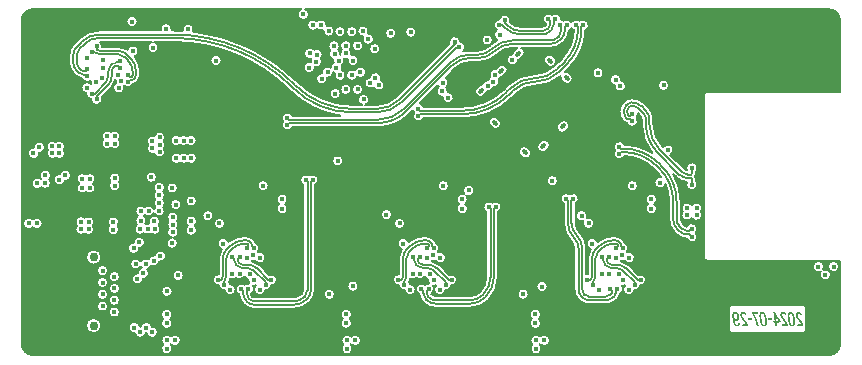
<source format=gbl>
G04 Layer: BottomLayer*
G04 EasyEDA Pro v2.2.24.2, 2024-07-29 14:19:07*
G04 Gerber Generator version 0.3*
G04 Scale: 100 percent, Rotated: No, Reflected: No*
G04 Dimensions in millimeters*
G04 Leading zeros omitted, absolute positions, 3 integers and 5 decimals*
%FSLAX35Y35*%
%MOMM*%
%AMRoundRect*1,1,$1,$2,$3*1,1,$1,$4,$5*1,1,$1,0-$2,0-$3*1,1,$1,0-$4,0-$5*20,1,$1,$2,$3,$4,$5,0*20,1,$1,$4,$5,0-$2,0-$3,0*20,1,$1,0-$2,0-$3,0-$4,0-$5,0*20,1,$1,0-$4,0-$5,$2,$3,0*4,1,4,$2,$3,$4,$5,0-$2,0-$3,0-$4,0-$5,$2,$3,0*%
%ADD10C,0.2032*%
%ADD11C,0.75*%
%ADD12O,2.0X1.2*%
%ADD13O,1.8X1.2*%
%ADD14O,2.49999X1.3*%
%ADD15O,1.0X2.1*%
%ADD16O,1.0X2.59999*%
%ADD17O,2.1032X1.0*%
%ADD18O,2.1X1.0*%
%ADD19O,2.59999X1.0*%
%ADD20RoundRect,0.126X-0.07071X-0.19375X-0.19375X-0.07071*%
%ADD21RoundRect,0.126X0.07071X0.19375X0.19375X0.07071*%
%ADD22RoundRect,0.126X0.19375X-0.07071X0.07071X-0.19375*%
%ADD23RoundRect,0.126X-0.19375X0.07071X-0.07071X0.19375*%
%ADD24C,0.4*%
%ADD25C,0.1389*%
%ADD26C,0.139*%
%ADD27C,0.15*%
G75*


G04 Copper Start*
G36*
G01X14379971Y-10635793D02*
G01X16652337Y-10635793D01*
G03X16670009Y-10727620I17672J-44213D01*
G03X16687682Y-10635793I0J47614D01*
G01X21119958Y-10635793D01*
G02X21214144Y-10729979I0J-94186D01*
G01X21214144Y-11334163D01*
G01X20094960Y-11334163D01*
G03X20059146Y-11369977I0J-35814D01*
G01X20059146Y-12730148D01*
G03X20094960Y-12765962I35814J0D01*
G01X21214144Y-12765962D01*
G01X21214144Y-13469973D01*
G02X21119958Y-13564159I-94186J0D01*
G01X14379971Y-13564159D01*
G02X14285786Y-13469973I0J94186D01*
G01X14285786Y-10729979D01*
G02X14379971Y-10635793I94186J0D01*
G37*
%LPC*%
G36*
G01X14297357Y-12449975D02*
G03X14379971Y-12482257I47614J0D01*
G03X14462585Y-12449975I35000J32282D01*
G03X14379971Y-12417693I-47614J0D01*
G03X14297357Y-12449975I-35000J-32282D01*
G37*
G36*
G01X14352042Y-11891618D02*
G03X14432355Y-11852549I32929J34391D01*
G03X14467900Y-11770615I2616J47542D01*
G03X14387587Y-11809684I-32929J-34391D01*
G03X14352042Y-11891618I-2616J-47542D01*
G37*
G36*
G01X14370121Y-12111152D02*
G03X14451346Y-12143687I47600J1176D01*
G03X14518639Y-12143644I33625J33711D01*
G03X14518682Y-12076351I-33668J33668D01*
G03X14486147Y-11995126I-33711J33625D01*
G03X14449641Y-12074646I-1176J-47600D01*
G03X14370121Y-12111152I-31920J-35330D01*
G37*
G36*
G01X14638639Y-11763558D02*
G03X14574971Y-11760252I-33668J-33668D01*
G03X14511303Y-11763558I-30000J-36974D01*
G03X14507997Y-11827226I33668J-33668D01*
G03X14511303Y-11890894I36974J-30000D01*
G03X14574971Y-11894201I33668J33668D01*
G03X14638639Y-11890894I30000J36974D01*
G03X14641945Y-11827226I-33668J33668D01*
G03X14638639Y-11763558I-36974J30000D01*
G37*
G36*
G01X14566799Y-12108468D02*
G03X14651478Y-12090212I38171J28461D01*
G03X14693142Y-12014265I3492J47486D01*
G03X14608463Y-12032521I-38171J-28461D01*
G03X14566799Y-12108468I-3492J-47486D01*
G37*
G36*
G01X14928134Y-11446794D02*
G03X14962465Y-11380056I-8896J46776D01*
G01X15042483Y-11300038D01*
G03X15079118Y-11231685I-94807J94808D01*
G01X15081157Y-11232749D01*
G03X15082770Y-11262235I46006J-12270D01*
G03X15091667Y-11348148I24393J-40891D01*
G03X15151555Y-11285910I15496J45022D01*
G03X15154099Y-11284281I-24393J40891D01*
G03X15197123Y-11296579I33063J34262D01*
G03X15231350Y-11267755I-9961J46561D01*
G03X15259474Y-11252438I-11916J55358D01*
G01X15266383Y-11245528D01*
G03X15289878Y-11188807I-56721J56721D01*
G01X15289878Y-11169895D01*
G03X15240684Y-11035672I-207707J0D01*
G03X15260064Y-10955601I-13522J45654D01*
G03X15180946Y-10978566I-32902J-34418D01*
G03X15103173Y-10954812I-77773J-115441D01*
G01X14968621Y-10954812D01*
G03X14952140Y-10913741I-47368J4834D01*
G01X15385960Y-10913741D01*
G03X15397163Y-11007633I11203J-46277D01*
G03X15408365Y-10913741I0J47614D01*
G01X15568472Y-10913741D01*
G02X16554294Y-11322082I0J-1394162D01*
G01X16556770Y-11324558D01*
G03X16979674Y-11535992I528568J528568D01*
G01X16578662Y-11535992D01*
G03X16510276Y-11514320I-43653J-19014D01*
G03X16498035Y-11585006I24733J-40686D01*
G03X16510276Y-11655692I36974J-30000D01*
G03X16578662Y-11634020I24734J40686D01*
G01X17302487Y-11634020D01*
G03X17563992Y-11525702I0J369824D01*
G01X17598685Y-11491009D01*
G03X17608036Y-11510006I46325J11002D01*
G03X17620277Y-11580692I36974J-30000D01*
G03X17688663Y-11559020I24733J40686D01*
G01X18014478Y-11559020D01*
G03X18434886Y-11384882I0J594546D01*
G01X18470033Y-11349735D01*
G02X18630010Y-11283470I159977J-159977D01*
G01X18632392Y-11283470D01*
G03X18845568Y-11203224I0J323276D01*
G03X18853015Y-11231574I33304J-6404D01*
G03X18883372Y-11261930I45231J14875D01*
G03X18929298Y-11260055I21946J25856D01*
G01X18941602Y-11247751D01*
G03X18943477Y-11201824I-23981J23981D01*
G03X18913121Y-11171468I-45231J-14875D01*
G03X18885953Y-11163815I-21946J-25856D01*
G01X18926207Y-11123560D01*
G03X19058896Y-10813715I-320648J320648D01*
G03X19080733Y-10745332I-18885J43709D01*
G03X19010010Y-10733032I-40722J-24673D01*
G03X18940010Y-10744178I-30000J-36974D01*
G03X18870010Y-10733032I-40000J-25828D01*
G03X18852452Y-10724046I-30000J-36974D01*
G03X18827295Y-10677929I-47442J4040D01*
G03X18775010Y-10683031I-22285J-42077D01*
G03X18704324Y-10695272I-30000J-36974D01*
G03X18725996Y-10763898I40791J-24853D01*
G01X18725172Y-10765888D01*
G01X18713409Y-10777651D01*
G02X18694666Y-10785414I-18743J18743D01*
G01X18511274Y-10785414D01*
G02X18420222Y-10747867I0J129172D01*
G03X18388527Y-10684475I-44292J17474D01*
G03X18328923Y-10722821I-12597J-45918D01*
G03X18284629Y-10759294I2008J-47572D01*
G03X18307574Y-10811884I46302J-11099D01*
G03X18284947Y-10855365I24899J-40585D01*
G03X18312686Y-10895777I47526J2896D01*
G03X18247483Y-10943651I123612J-236689D01*
G01X18245569Y-10945565D01*
G02X18149299Y-10985442I-96270J96270D01*
G01X18080010Y-10985442D01*
G03X18022912Y-10991409I0J-276163D01*
G03X18036818Y-10942541I-31780J35456D01*
G03X17998704Y-10908944I-45686J-13411D01*
G03X17941253Y-10864375I-47572J-2008D01*
G03X17906841Y-10928428I9879J-46578D01*
G01X17456605Y-11378664D01*
G02X17295320Y-11445470I-161285J161285D01*
G01X17194156Y-11445470D01*
G03X17180009Y-11352392I-14146J45464D01*
G03X17165863Y-11445470I0J-47614D01*
G01X17085339Y-11445470D01*
G02X16626087Y-11255242I0J649480D01*
G01X16623610Y-11252766D01*
G03X15738367Y-10825417I-1055138J-1055138D01*
G03X15699369Y-10757533I-43004J20438D01*
G03X15649540Y-10817917I-4006J-47445D01*
G03X15568472Y-10815713I-81068J-1489987D01*
G01X15554957Y-10815713D01*
G03X15510008Y-10752392I-44949J15707D01*
G03X15465060Y-10815713I0J-47614D01*
G01X14939286Y-10815713D01*
G03X14772570Y-10884769I0J-235771D01*
G01X14727241Y-10930098D01*
G03X14687231Y-11026690I96591J-96591D01*
G01X14687231Y-11090298D01*
G03X14722045Y-11174345I118860J0D01*
G01X14744799Y-11197099D01*
G03X14797997Y-11223240I64925J64925D01*
G03X14837315Y-11252364I43973J18262D01*
G03X14789704Y-11296130I-153J-47614D01*
G03X14829644Y-11346994I47458J-3847D01*
G03X14840627Y-11380551I47518J-3024D01*
G03X14871700Y-11397318I36536J30533D01*
G03X14928134Y-11446794I47537J-2700D01*
G37*
G36*
G01X14754510Y-12533675D02*
G03X14820008Y-12535418I33668J33668D01*
G03X14885506Y-12533675I31830J35412D01*
G03X14887249Y-12468177I-33668J33668D01*
G03X14885506Y-12402680I-35412J31830D01*
G03X14820008Y-12400936I-33668J-33668D01*
G03X14754510Y-12402680I-31830J-35412D01*
G03X14752767Y-12468177I33668J-33668D01*
G03X14754510Y-12533675I35412J-31830D01*
G37*
G36*
G01X14760353Y-12178926D02*
G03X14830008Y-12185418I37825J28920D01*
G03X14899662Y-12178927I31830J35411D01*
G03X14887666Y-12110007I-37825J28920D01*
G03X14899662Y-12041087I-25828J40000D01*
G03X14830008Y-12034595I-37825J-28920D01*
G03X14760353Y-12041086I-31830J-35412D01*
G03X14772350Y-12110007I37825J-28920D01*
G03X14760353Y-12178926I25828J-40000D01*
G37*
G36*
G01X14894970Y-13249859D02*
G03X14894970Y-13380087I0J-65114D01*
G03X14894970Y-13249859I0J65114D01*
G37*
G36*
G01X14894970Y-12669860D02*
G03X14894970Y-12800089I0J-65114D01*
G03X14894970Y-12669860I0J65114D01*
G37*
G36*
G01X14922394Y-13150007D02*
G03X15017622Y-13150007I47614J0D01*
G03X14922394Y-13150007I-47614J0D01*
G37*
G36*
G01X14922394Y-12850007D02*
G03X15017622Y-12850007I47614J0D01*
G03X14922394Y-12850007I-47614J0D01*
G37*
G36*
G01X14922394Y-12950007D02*
G03X15017622Y-12950007I47614J0D01*
G03X14922394Y-12950007I-47614J0D01*
G37*
G36*
G01X14922394Y-13050007D02*
G03X15017622Y-13050007I47614J0D01*
G03X14922394Y-13050007I-47614J0D01*
G37*
G36*
G01X15107335Y-11676338D02*
G03X15041838Y-11674595I-33668J-33668D01*
G03X14976340Y-11676338I-31830J-35412D01*
G03X14974596Y-11741836I33668J-33668D01*
G03X14976340Y-11807334I35412J-31830D01*
G03X15041838Y-11809077I33668J33668D01*
G03X15107335Y-11807334I31830J35412D01*
G03X15109079Y-11741836I-33668J33668D01*
G03X15107335Y-11676338I-35412J31830D01*
G37*
G36*
G01X15060846Y-12549419D02*
G03X15096258Y-12469975I0J47614D01*
G03X15060846Y-12390531I-35412J31830D01*
G03X15025435Y-12469975I0J-47614D01*
G03X15060846Y-12549419I35412J-31830D01*
G37*
G36*
G01X15022394Y-13100007D02*
G03X15117622Y-13100007I47614J0D01*
G03X15022394Y-13100007I-47614J0D01*
G37*
G36*
G01X15022394Y-13200007D02*
G03X15117622Y-13200007I47614J0D01*
G03X15022394Y-13200007I-47614J0D01*
G37*
G36*
G01X15022394Y-12900007D02*
G03X15117622Y-12900007I47614J0D01*
G03X15022394Y-12900007I-47614J0D01*
G37*
G36*
G01X15022394Y-13000007D02*
G03X15117622Y-13000007I47614J0D01*
G03X15022394Y-13000007I-47614J0D01*
G37*
G36*
G01X15073629Y-12177590D02*
G03X15109041Y-12098146I0J47614D01*
G03X15073629Y-12018703I-35412J31830D01*
G03X15038217Y-12098146I0J-47614D01*
G03X15073629Y-12177590I35412J-31830D01*
G37*
G36*
G01X15172394Y-10740006D02*
G03X15267622Y-10740006I47614J0D01*
G03X15172394Y-10740006I-47614J0D01*
G37*
G36*
G01X15200690Y-12694752D02*
G03X15280766Y-12657582I32522J34777D01*
G03X15312491Y-12575198I-796J47607D01*
G03X15232416Y-12612367I-32522J-34777D01*
G03X15200690Y-12694752I796J-47607D01*
G37*
G36*
G01X15202789Y-13300979D02*
G03X15242953Y-13378244I37180J-29744D01*
G03X15289969Y-13418337I47016J7521D01*
G03X15336986Y-13378244I0J47614D01*
G03X15342953Y-13378244I2984J47521D01*
G03X15427150Y-13400468I47016J7521D01*
G03X15386986Y-13323203I-37180J29744D01*
G03X15339969Y-13283109I-47016J-7521D01*
G03X15292953Y-13323203I0J-47614D01*
G03X15286986Y-13323203I-2984J-47521D01*
G03X15202789Y-13300979I-47016J-7521D01*
G37*
G36*
G01X15267356Y-12872453D02*
G03X15230374Y-12952722I-2387J-47554D01*
G03X15312583Y-12920278I34595J32715D01*
G03X15358532Y-12891944I2387J47554D01*
G03X15348485Y-12838904I-43563J19220D01*
G03X15380930Y-12808303I-12643J45905D01*
G03X15452382Y-12772006I24079J41077D01*
G03X15497778Y-12696014I7626J46999D01*
G03X15412635Y-12720227I-37769J-28993D01*
G03X15359921Y-12751923I-7626J-46999D01*
G03X15293055Y-12772110I-24079J-41077D01*
G03X15202485Y-12792455I-42956J-20539D01*
G03X15292886Y-12813539I47614J-194D01*
G03X15302326Y-12826819I42956J20539D01*
G03X15267356Y-12872453I12643J-45905D01*
G37*
G36*
G01X15415972Y-12311661D02*
G03X15404979Y-12329443I34016J-33317D01*
G03X15326671Y-12311011I-44992J-15584D01*
G03X15256109Y-12315362I-33317J-34016D01*
G03X15267652Y-12385108I37244J-29665D01*
G03X15261026Y-12459259I26260J-39718D01*
G03X15251549Y-12528012I27558J-38829D01*
G03X15320759Y-12533185I37035J29925D01*
G03X15381223Y-12535162I31434J35764D01*
G03X15450344Y-12531667I32909J34411D01*
G03X15442956Y-12462853I-36212J30916D01*
G03X15414043Y-12384376I-35822J31367D01*
G03X15363815Y-12451247I-6909J-47110D01*
G03X15330866Y-12454851I-11621J-46174D01*
G03X15319614Y-12384745I-36954J30025D01*
G03X15326671Y-12379042I-26260J39718D01*
G03X15404996Y-12360563I33317J34016D01*
G03X15475047Y-12385465I44992J15584D01*
G03X15484003Y-12311661I-25059J40486D01*
G03X15484003Y-12245027I-34016J33317D01*
G03X15484003Y-12178392I-34015J33317D01*
G03X15449988Y-12097460I-34016J33317D01*
G03X15415972Y-12178392I0J-47614D01*
G03X15415972Y-12245027I34016J-33317D01*
G03X15415972Y-12311661I34015J-33317D01*
G37*
G36*
G01X15334873Y-12057528D02*
G03X15430101Y-12057528I47614J0D01*
G03X15334873Y-12057528I-47614J0D01*
G37*
G36*
G01X15353148Y-11725398D02*
G03X15356998Y-11782879I39753J-26206D01*
G03X15353125Y-11840326I35902J-31275D01*
G03X15407414Y-11859502I39776J26171D01*
G03X15476076Y-11887023I45487J14073D01*
G03X15488803Y-11814154I-23175J41594D01*
G03X15500515Y-11782972I-35902J31275D01*
G03X15488924Y-11751744I-47614J93D01*
G03X15476111Y-11679036I-36024J31135D01*
G03X15407494Y-11706282I-23211J-41574D01*
G03X15353148Y-11725398I-14593J-45323D01*
G37*
G36*
G01X15513268Y-13342587D02*
G03X15542608Y-13257473I0J47614D01*
G03X15513268Y-13172359I-29340J37500D01*
G03X15483927Y-13257473I0J-47614D01*
G03X15513268Y-13342587I29340J-37500D01*
G37*
G36*
G01X15514969Y-13557587D02*
G03X15547251Y-13474973I0J47614D01*
G03X15549969Y-13472255I-32282J35000D01*
G03X15632583Y-13439973I35000J32282D01*
G03X15549969Y-13407691I-47614J0D01*
G03X15481301Y-13406305I-35000J-32282D01*
G03X15482687Y-13474973I33668J-33668D01*
G03X15514969Y-13557587I32282J-35000D01*
G37*
G36*
G01X15467355Y-13024974D02*
G03X15562583Y-13024974I47614J0D01*
G03X15467355Y-13024974I-47614J0D01*
G37*
G36*
G01X15557827Y-12569797D02*
G03X15557297Y-12664898I2182J-47564D01*
G03X15567584Y-12570354I2711J47537D01*
G03X15601304Y-12491515I-2182J47564D01*
G03X15601426Y-12429105I-35902J31275D01*
G03X15565402Y-12350356I-36024J31135D01*
G03X15529378Y-12429105I0J-47614D01*
G03X15529500Y-12491515I36024J-31135D01*
G03X15557827Y-12569797I35902J-31275D01*
G37*
G36*
G01X15512400Y-12149986D02*
G03X15607628Y-12149986I47614J0D01*
G03X15512400Y-12149986I-47614J0D01*
G37*
G36*
G01X15542638Y-12290007D02*
G03X15637866Y-12290007I47614J0D01*
G03X15542638Y-12290007I-47614J0D01*
G37*
G36*
G01X15626212Y-11711505D02*
G03X15547463Y-11747528I-31135J-36024D01*
G03X15626212Y-11783552I47614J0D01*
G03X15688622Y-11783431I31135J36024D01*
G01X15688622Y-11783431D01*
G03X15767511Y-11747528I31275J35902D01*
G03X15688622Y-11711626I-47614J0D01*
G03X15626212Y-11711505I-31275J-35902D01*
G37*
G36*
G01X15626212Y-11861504D02*
G03X15547463Y-11897528I-31135J-36024D01*
G03X15626212Y-11933552I47614J0D01*
G03X15688622Y-11933431I31135J36024D01*
G03X15767511Y-11897528I31275J35902D01*
G03X15688622Y-11861626I-47614J0D01*
G03X15626212Y-11861504I-31275J-35902D01*
G37*
G36*
G01X15562394Y-12890007D02*
G03X15657623Y-12890007I47614J0D01*
G03X15562394Y-12890007I-47614J0D01*
G37*
G36*
G01X15672394Y-12260007D02*
G03X15767623Y-12260007I47614J0D01*
G03X15672394Y-12260007I-47614J0D01*
G37*
G36*
G01X15720008Y-12554084D02*
G03X15748389Y-12468238I0J47614D01*
G03X15720008Y-12382393I-28380J38232D01*
G03X15691628Y-12468238I0J-47614D01*
G03X15720008Y-12554084I28380J-38232D01*
G37*
G36*
G01X15814425Y-12384975D02*
G03X15909653Y-12384975I47614J0D01*
G03X15814425Y-12384975I-47614J0D01*
G37*
G36*
G01X15882395Y-11070006D02*
G03X15977623Y-11070006I47614J0D01*
G03X15882395Y-11070006I-47614J0D01*
G37*
G36*
G01X16670995Y-13011142D02*
G02X16657561Y-13043574I-45865J0D01*
G01X16655569Y-13045567D01*
G02X16583440Y-13075443I-72128J72128D01*
G01X16255383Y-13075443D01*
G02X16237993Y-13068240I0J24592D01*
G01X16235926Y-13066173D01*
G02X16225450Y-13048182I28836J28836D01*
G03X16243939Y-13032554I-20483J42983D01*
G03X16252354Y-13009854I-38972J27355D01*
G03X16296120Y-13057465I47614J-153D01*
G03X16346984Y-13017525I3847J47458D01*
G03X16397308Y-12975469I3024J47518D01*
G03X16446784Y-12919036I2700J47537D01*
G03X16380046Y-12884704I-46776J-8896D01*
G01X16300028Y-12804686D01*
G03X16231675Y-12768051I-94808J-94807D01*
G01X16232739Y-12766013D01*
G03X16247610Y-12767550I12270J46006D01*
G03X16262225Y-12764399I-2602J47543D01*
G03X16348138Y-12755503I40891J24393D01*
G03X16285900Y-12695614I-45022J15496D01*
G03X16284271Y-12693070I-40891J-24393D01*
G03X16267745Y-12615819I-34262J33063D01*
G03X16252428Y-12587695I-55358J-11916D01*
G01X16245518Y-12580786D01*
G03X16188797Y-12557291I-56721J-56721D01*
G01X16169885Y-12557291D01*
G03X16035662Y-12606485I0J-207707D01*
G03X15955591Y-12587105I-45654J-13522D01*
G03X15978556Y-12666223I34418J-32902D01*
G03X15954802Y-12743996I115441J-77773D01*
G01X15954802Y-12878548D01*
G03X15902366Y-12924846I-4834J-47368D01*
G03X15952668Y-12973454I47602J-1070D01*
G03X16002675Y-13015529I47300J5462D01*
G03X16097582Y-13009854I47293J5522D01*
G03X16126450Y-13049065I47386J4655D01*
G03X16166610Y-13135489I138312J11728D01*
G01X16168677Y-13137557D01*
G03X16255383Y-13173471I86705J86706D01*
G01X16583440Y-13173471D01*
G03X16724885Y-13114883I0J200033D01*
G01X16726878Y-13112890D01*
G03X16769023Y-13011142I-101747J101747D01*
G01X16769023Y-12123659D01*
G03X16790695Y-12055273I-19014J43653D01*
G03X16720009Y-12043032I-40686J-24734D01*
G03X16649323Y-12055273I-30000J-36974D01*
G03X16670995Y-12123659I40686J-24734D01*
G01X16670995Y-13011142D01*
G37*
G36*
G01X15912395Y-12450007D02*
G03X16007623Y-12450007I47614J0D01*
G03X15912395Y-12450007I-47614J0D01*
G37*
G36*
G01X16282395Y-12130006D02*
G03X16377623Y-12130006I47614J0D01*
G03X16282395Y-12130006I-47614J0D01*
G37*
G36*
G01X16489967Y-12372590D02*
G03X16515795Y-12284976I0J47614D01*
G03X16489967Y-12197362I-25828J40000D01*
G03X16464139Y-12284976I0J-47614D01*
G03X16489967Y-12372590I25828J-40000D01*
G37*
G36*
G01X16760968Y-10978797D02*
G03X16679204Y-10997007I-35959J-31209D01*
G03X16739214Y-11055452I45805J-12999D01*
G03X16732567Y-11084050I40795J-24554D01*
G03X16683422Y-11160449I-12558J-45928D01*
G03X16767451Y-11125934I36587J30472D01*
G03X16818749Y-11107688I12558J45928D01*
G03X16819392Y-11053246I-38740J27682D01*
G03X16823466Y-10989901I-33383J33951D01*
G03X16760968Y-10978797I-37457J-29395D01*
G37*
G36*
G01X16880477Y-10867330D02*
G03X16933135Y-10824367I5243J47324D01*
G03X17028240Y-10829007I47586J-1639D01*
G03X16933307Y-10821645I-47519J3001D01*
G03X16867228Y-10776130I-47586J1639D01*
G03X16840160Y-10726866I-47219J6124D01*
G03X16785009Y-10737724I-20151J-43140D01*
G03X16702395Y-10770006I-35000J-32282D01*
G03X16785009Y-10802287I47614J0D01*
G03X16838502Y-10813882I35000J32282D01*
G03X16880477Y-10867330I47219J-6124D01*
G37*
G36*
G01X16923231Y-11061123D02*
G03X16926240Y-11088749I46778J-8883D01*
G03X16902396Y-11130373I23770J-41257D01*
G03X16829032Y-11177762I-26387J-39634D01*
G03X16792698Y-11260179I-4022J-47444D01*
G03X16871988Y-11217450I32312J34972D01*
G03X16923622Y-11169640I4022J47444D01*
G03X16937131Y-11175846I26387J39634D01*
G03X17001062Y-11238056I43589J-19160D01*
G03X16993598Y-11149166I-20341J43051D01*
G03X16993779Y-11111263I-43589J19160D01*
G03X17015291Y-11055288I-23770J41257D01*
G03X17044727Y-11055288I14718J45282D01*
G03X17123677Y-11103674I45282J-14718D01*
G03X17075292Y-11024724I-33668J33668D01*
G03X17064908Y-10977615I-45282J14718D01*
G03X17028768Y-10898397I-35610J31607D01*
G03X16994399Y-10978399I529J-47611D01*
G03X16982403Y-11010874I35610J-31607D01*
G03X16964731Y-10977814I-47437J-4104D01*
G03X16925398Y-10898554I-35433J31806D01*
G03X16899533Y-10983172I3900J-47454D01*
G03X16923231Y-11061123I35433J-31806D01*
G37*
G36*
G01X16842395Y-13050007D02*
G03X16937623Y-13050007I47614J0D01*
G03X16842395Y-13050007I-47614J0D01*
G37*
G36*
G01X16892045Y-11350006D02*
G03X16987273Y-11350006I47614J0D01*
G03X16892045Y-11350006I-47614J0D01*
G37*
G36*
G01X16912395Y-11920006D02*
G03X17007623Y-11920006I47614J0D01*
G03X16912395Y-11920006I-47614J0D01*
G37*
G36*
G01X16981684Y-11315007D02*
G03X17076912Y-11315007I47614J0D01*
G03X16981684Y-11315007I-47614J0D01*
G37*
G36*
G01X17033264Y-13342587D02*
G03X17062605Y-13257473I0J47614D01*
G03X17033264Y-13172359I-29340J37500D01*
G03X17003924Y-13257473I0J-47614D01*
G03X17033264Y-13342587I29340J-37500D01*
G37*
G36*
G01X17039966Y-13557587D02*
G03X17072248Y-13474973I0J47614D01*
G03X17074966Y-13472255I-32282J35000D01*
G03X17157580Y-13439973I35000J32282D01*
G03X17074966Y-13407691I-47614J0D01*
G03X17006298Y-13406305I-35000J-32282D01*
G03X17007684Y-13474973I33668J-33668D01*
G03X17039966Y-13557587I32282J-35000D01*
G37*
G36*
G01X17178015Y-10867565D02*
G03X17245467Y-10930243I41994J-22441D01*
G03X17217714Y-10842447I-25458J40237D01*
G03X17186491Y-10773626I-41994J22441D01*
G03X17128134Y-10821645I-10770J-46380D01*
G03X17033201Y-10829007I-47414J-4361D01*
G03X17128306Y-10824367I47519J3001D01*
G03X17178015Y-10867565I47414J4361D01*
G37*
G36*
G01X17035791Y-11210767D02*
G03X17126485Y-11208148I44930J15762D01*
G03X17198937Y-11153533I27523J38853D01*
G03X17108244Y-11156152I-44930J-15762D01*
G03X17035791Y-11210767I-27523J-38853D01*
G37*
G36*
G01X17042352Y-12979974D02*
G03X17137580Y-12979974I47614J0D01*
G03X17042352Y-12979974I-47614J0D01*
G37*
G36*
G01X17081683Y-10946008D02*
G03X17176912Y-10946008I47614J0D01*
G03X17081683Y-10946008I-47614J0D01*
G37*
G36*
G01X17081683Y-11315007D02*
G03X17176912Y-11315007I47614J0D01*
G03X17081683Y-11315007I-47614J0D01*
G37*
G36*
G01X17265905Y-11297947D02*
G03X17345201Y-11312079I44105J17941D01*
G03X17323793Y-11234431I-35192J32073D01*
G03X17290315Y-11169232I-43783J18713D01*
G03X17232421Y-11214174I-10306J-46485D01*
G03X17190797Y-11279389I2589J-47544D01*
G03X17265905Y-11297947I44213J17672D01*
G37*
G36*
G01X17226396Y-10970718D02*
G03X17321624Y-10970718I47614J0D01*
G03X17226396Y-10970718I-47614J0D01*
G37*
G36*
G01X17326401Y-12375163D02*
G03X17421629Y-12375163I47614J0D01*
G03X17326401Y-12375163I-47614J0D01*
G37*
G36*
G01X17362351Y-10839978D02*
G03X17457579Y-10839978I47614J0D01*
G03X17362351Y-10839978I-47614J0D01*
G37*
G36*
G01X17427363Y-12924846D02*
G03X17477665Y-12973454I47602J-1070D01*
G03X17527672Y-13015529I47300J5462D01*
G03X17577807Y-13057536I47293J5522D01*
G03X17622579Y-13009854I-2842J47529D01*
G03X17651533Y-13049101I47386J4655D01*
G03X17684361Y-13118251I113487J11509D01*
G01X17686415Y-13120305D01*
G03X17790546Y-13163438I104131J104131D01*
G01X18081324Y-13163438D01*
G03X18234839Y-13099850I0J217103D01*
G01X18236848Y-13097841D01*
G03X18318427Y-12900891I-196950J196950D01*
G01X18318427Y-12353914D01*
G03X18340864Y-12285551I-18418J43908D01*
G03X18270010Y-12273032I-40854J-24456D01*
G03X18199494Y-12284995I-30000J-36974D01*
G03X18220399Y-12353395I40516J-25012D01*
G01X18220399Y-12900891D01*
G02X18167532Y-13028525I-180501J0D01*
G01X18165523Y-13030533D01*
G02X18081324Y-13065410I-84199J84199D01*
G01X17790546Y-13065410D01*
G02X17755731Y-13050989I0J49236D01*
G01X17753677Y-13048935D01*
G01X17752237Y-13047283D01*
G03X17777351Y-13009854I-22272J42084D01*
G03X17821117Y-13057465I47614J-153D01*
G03X17871981Y-13017525I3847J47458D01*
G03X17922305Y-12975469I3024J47518D01*
G03X17971782Y-12919038I2700J47537D01*
G03X17905048Y-12884702I-46776J-8894D01*
G01X17825028Y-12804682D01*
G03X17756674Y-12768047I-94811J-94811D01*
G01X17757736Y-12766013D01*
G03X17787222Y-12764399I12270J46006D01*
G03X17873135Y-12755503I40891J24393D01*
G03X17810897Y-12695614I-45022J15496D01*
G03X17809268Y-12693070I-40891J-24393D01*
G03X17792742Y-12615819I-34262J33063D01*
G03X17777424Y-12587695I-55358J-11916D01*
G01X17770515Y-12580786D01*
G03X17713794Y-12557291I-56721J-56721D01*
G01X17694882Y-12557291D01*
G03X17560659Y-12606485I0J-207707D01*
G03X17480588Y-12587105I-45654J-13522D01*
G03X17503553Y-12666223I34418J-32902D01*
G03X17479799Y-12743996I115441J-77773D01*
G01X17479799Y-12878548D01*
G03X17427363Y-12924846I-4834J-47368D01*
G37*
G36*
G01X17437392Y-12450007D02*
G03X17532620Y-12450007I47614J0D01*
G03X17437392Y-12450007I-47614J0D01*
G37*
G36*
G01X17532395Y-10830006D02*
G03X17627624Y-10830006I47614J0D01*
G03X17532395Y-10830006I-47614J0D01*
G37*
G36*
G01X17807392Y-12130006D02*
G03X17902620Y-12130006I47614J0D01*
G03X17807392Y-12130006I-47614J0D01*
G37*
G36*
G01X18014964Y-12372590D02*
G03X18040792Y-12284976I0J47614D01*
G03X18050727Y-12213541I-25828J40000D01*
G03X18098190Y-12131627I19283J43535D01*
G03X18034247Y-12201441I-28180J-38380D01*
G03X17973069Y-12222351I-19283J-43535D01*
G03X17989136Y-12284976I41895J-22625D01*
G03X18014964Y-12372590I25828J-40000D01*
G37*
G36*
G01X18179068Y-10896697D02*
G03X18274296Y-10896697I47614J0D01*
G03X18179068Y-10896697I-47614J0D01*
G37*
G36*
G01X18306554Y-11553036D02*
G03X18260627Y-11554911I-21946J-25856D01*
G01X18248324Y-11567215D01*
G03X18246448Y-11613142I23981J-23981D01*
G03X18276804Y-11643498I45231J14875D01*
G03X18322731Y-11641622I21946J25856D01*
G01X18335035Y-11629319D01*
G03X18336910Y-11583392I-23981J23981D01*
G03X18306554Y-11553036I-45231J-14875D01*
G37*
G36*
G01X18482676Y-13048495D02*
G03X18577904Y-13048495I47614J0D01*
G03X18482676Y-13048495I-47614J0D01*
G37*
G36*
G01X18561553Y-11803035D02*
G03X18515627Y-11804911I-21946J-25856D01*
G01X18503323Y-11817214D01*
G03X18501448Y-11863141I23981J-23981D01*
G03X18531804Y-11893497I45231J14875D01*
G03X18577731Y-11891622I21946J25856D01*
G01X18590034Y-11879318D01*
G03X18591910Y-11833392I-23981J23981D01*
G03X18561553Y-11803035I-45231J-14875D01*
G37*
G36*
G01X18634963Y-13342587D02*
G03X18664303Y-13257473I0J47614D01*
G03X18634963Y-13172359I-29340J37500D01*
G03X18605622Y-13257473I0J-47614D01*
G03X18634963Y-13342587I29340J-37500D01*
G37*
G36*
G01X18639963Y-13557587D02*
G03X18672244Y-13474973I0J47614D01*
G03X18674963Y-13472255I-32282J35000D01*
G03X18757577Y-13439973I35000J32282D01*
G03X18674963Y-13407691I-47614J0D01*
G03X18606294Y-13406305I-35000J-32282D01*
G03X18607681Y-13474973I33668J-33668D01*
G03X18639963Y-13557587I32282J-35000D01*
G37*
G36*
G01X18642349Y-12983587D02*
G03X18737577Y-12983587I47614J0D01*
G03X18642349Y-12983587I-47614J0D01*
G37*
G36*
G01X18746602Y-11762215D02*
G01X18734299Y-11749911D01*
G03X18688372Y-11748035I-23981J-23981D01*
G03X18658016Y-11778392I14875J-45231D01*
G01X18658016Y-11778392D01*
G03X18659891Y-11824318I25856J-21946D01*
G01X18672195Y-11836622D01*
G03X18718122Y-11838497I23981J23981D01*
G03X18748478Y-11808141I-14875J45231D01*
G03X18746602Y-11762215I-25856J21946D01*
G37*
G36*
G01X18730680Y-12088291D02*
G03X18825909Y-12088291I47614J0D01*
G03X18730680Y-12088291I-47614J0D01*
G37*
G36*
G01X18911602Y-11597215D02*
G01X18899298Y-11584911D01*
G03X18853372Y-11583036I-23981J-23981D01*
G03X18823015Y-11613392I14875J-45231D01*
G03X18824891Y-11659319I25856J-21946D01*
G01X18837195Y-11671622D01*
G03X18883121Y-11673498I23981J23981D01*
G03X18913477Y-11643142I-14875J45231D01*
G03X18911602Y-11597215I-25856J21946D01*
G37*
G36*
G01X18964848Y-13007943D02*
G03X19001318Y-13095988I124515J0D01*
G01X19003459Y-13098129D01*
G03X19092765Y-13135121I89306J89306D01*
G01X19226597Y-13135121D01*
G03X19321004Y-13096016I0J133512D01*
G01X19329671Y-13087350D01*
G03X19349258Y-13048728I-49261J49261D01*
G03X19368555Y-13033086I-19297J43528D01*
G03X19377347Y-13009854I-38593J27887D01*
G03X19421114Y-13057465I47614J-153D01*
G03X19471978Y-13017525I3847J47458D01*
G03X19505535Y-13006543I3024J47518D01*
G03X19522302Y-12975469I-30533J36536D01*
G03X19571778Y-12919036I2700J47537D01*
G03X19505040Y-12884704I-46776J-8896D01*
G01X19425021Y-12804686D01*
G03X19356669Y-12768051I-94808J-94807D01*
G01X19357732Y-12766013D01*
G03X19387219Y-12764399I12270J46006D01*
G03X19473132Y-12755503I40891J24393D01*
G03X19410894Y-12695614I-45022J15496D01*
G03X19409265Y-12693070I-40891J-24393D01*
G03X19421563Y-12650046I-34262J33063D01*
G03X19392739Y-12615819I-46561J-9961D01*
G03X19377421Y-12587695I-55358J-11916D01*
G01X19370512Y-12580786D01*
G03X19313791Y-12557291I-56721J-56721D01*
G01X19294879Y-12557291D01*
G03X19160656Y-12606485I0J-207707D01*
G03X19080585Y-12587105I-45654J-13522D01*
G03X19103550Y-12666223I34418J-32902D01*
G03X19079796Y-12743996I115441J-77773D01*
G01X19079796Y-12878548D01*
G03X19065076Y-12879340I-4834J-47368D01*
G01X19065076Y-12656328D01*
G03X19013228Y-12531156I-177020J0D01*
G01X19011005Y-12528932D01*
G02X18975076Y-12442193I86739J86739D01*
G01X18975076Y-12283132D01*
G03X18995332Y-12214729I-20114J43157D01*
G03X18924962Y-12203001I-40369J-25247D01*
G03X18854593Y-12214729I-30000J-36974D01*
G03X18874848Y-12283132I40369J-25247D01*
G01X18874848Y-12442193D01*
G03X18940133Y-12599804I222895J0D01*
G01X18942356Y-12602028D01*
G02X18964848Y-12656328I-54300J-54300D01*
G01X18964848Y-13007943D01*
G37*
G36*
G01X19042725Y-12428105D02*
G03X19116917Y-12485342I42278J-21902D01*
G03X19067503Y-12405725I-31915J35335D01*
G03X18993311Y-12348488I-42278J21902D01*
G03X19042725Y-12428105I31915J-35335D01*
G37*
G36*
G01X19117396Y-11175006D02*
G03X19212624Y-11175006I47614J0D01*
G03X19117396Y-11175006I-47614J0D01*
G37*
G36*
G01X19306059Y-11280336D02*
G03X19381780Y-11324816I47187J-6363D01*
G03X19360433Y-11239631I-28535J38116D01*
G03X19284711Y-11195151I-47187J6363D01*
G03X19306059Y-11280336I28535J-38116D01*
G37*
G36*
G01X19648709Y-12128697D02*
G03X19735970Y-12117449I41302J23691D01*
G02X19766547Y-12259712I-315665J-142263D01*
G01X19766547Y-12410343D01*
G03X19813181Y-12522929I159221J-0D01*
G01X19828933Y-12538681D01*
G03X19914377Y-12577232I93692J93692D01*
G03X19985230Y-12603830I45583J13757D01*
G03X19992242Y-12528475I-25270J40355D01*
G03X19985747Y-12453448I-32282J35000D01*
G03X19914746Y-12478549I-25787J-40027D01*
G02X19898249Y-12469364I7878J33560D01*
G01X19882498Y-12453613D01*
G02X19864575Y-12410343I43270J43271D01*
G01X19864575Y-12259712D01*
G03X19801073Y-12030820I-444270J0D01*
G01X19830296Y-12060043D01*
G03X19917311Y-12098805I94026J94026D01*
G03X19967020Y-12167063I42649J-21171D01*
G03X19994524Y-12087228I-7060J47088D01*
G01X19994524Y-12074255D01*
G03X19984561Y-12049976I-34564J0D01*
G03X19994524Y-12025697I-24601J24279D01*
G01X19994524Y-12012724D01*
G03X19967567Y-11932974I-34564J32748D01*
G03X19916831Y-12000149I-7607J-47002D01*
G02X19899612Y-11990727I7491J34132D01*
G01X19778550Y-11869665D01*
G03X19791179Y-11793288I-21043J42712D01*
G03X19714799Y-11805902I-33672J-33665D01*
G02X19634575Y-11610006I199059J195895D01*
G01X19634575Y-11572062D01*
G03X19591192Y-11467327I-148118J0D01*
G01X19557667Y-11433802D01*
G03X19452916Y-11390413I-104751J-104751D01*
G01X19449988Y-11390413D01*
G03X19382958Y-11418178I0J-94796D01*
G01X19380878Y-11420258D01*
G03X19346547Y-11503141I82882J-82882D01*
G01X19346547Y-11505885D01*
G03X19378669Y-11583437I109674J-0D01*
G01X19382652Y-11587419D01*
G03X19410781Y-11602730I40007J40006D01*
G03X19479108Y-11626014I44181J17753D01*
G03X19491935Y-11554977I-24147J41037D01*
G03X19501833Y-11516600I-36974J30000D01*
G01X19521876Y-11536643D01*
G02X19536547Y-11572062I-35419J-35419D01*
G01X19536547Y-11610006D01*
G03X19624269Y-11851878I377312J-0D01*
G03X19388718Y-11781116I-246271J-392352D01*
G03X19320335Y-11759285I-43707J-18890D01*
G03X19308036Y-11830006I24676J-40721D01*
G03X19320206Y-11900649I36974J-30000D01*
G03X19388596Y-11879174I24805J40642D01*
G02X19636241Y-11985988I-10598J-365057D01*
G01X19665135Y-12014882D01*
G02X19702473Y-12059052I-244830J-244830D01*
G03X19648709Y-12128697I-12462J-45954D01*
G37*
G36*
G01X19407388Y-12130006D02*
G03X19502617Y-12130006I47614J0D01*
G03X19407388Y-12130006I-47614J0D01*
G37*
G36*
G01X19615040Y-12372621D02*
G03X19640790Y-12284975I-30J47614D01*
G03X19614931Y-12197362I-25829J39999D01*
G03X19589181Y-12285007I30J-47614D01*
G03X19615040Y-12372621I25829J-39999D01*
G37*
G36*
G01X19672397Y-11280006D02*
G03X19767625Y-11280006I47614J0D01*
G03X19672397Y-11280006I-47614J0D01*
G37*
G36*
G01X19892944Y-12280834D02*
G03X19881704Y-12348285I27067J-39173D01*
G03X19889435Y-12418679I35509J-31721D01*
G03X19958612Y-12403527I27777J38672D01*
G03X20026862Y-12419327I41399J23521D01*
G03X20036985Y-12350007I-26852J39320D01*
G03X20027966Y-12281463I-36974J30000D01*
G03X19960011Y-12294178I-27955J-38544D01*
G03X19892944Y-12280834I-40000J-25828D01*
G37*
G36*
G01X20270579Y-13170007D02*
G01X20270579Y-13350007D01*
G03X20298193Y-13377621I27614J0D01*
G01X20901829Y-13377621D01*
G03X20929443Y-13350007I0J27614D01*
G01X20929443Y-13170007D01*
G03X20901829Y-13142393I-27614J0D01*
G01X20298193Y-13142393D01*
G03X20270579Y-13170007I0J-27614D01*
G37*
G36*
G01X21050873Y-12857781D02*
G03X21120953Y-12921118I39085J-27193D01*
G03X21069043Y-12842200I-30995J36144D01*
G03X20998963Y-12778863I-39085J27193D01*
G03X21050873Y-12857781I30995J-36144D01*
G37*
G36*
G01X21112344Y-12814974D02*
G03X21207572Y-12814974I47614J0D01*
G03X21112344Y-12814974I-47614J0D01*
G37*
%LPD*%
G36*
G01X14869782Y-11243625D02*
G03X14873320Y-11268998I47188J-6353D01*
G03X14841817Y-11252591I-36158J-30979D01*
G03X14869782Y-11243625I153J47614D01*
G37*
G36*
G01X16099968Y-12912174D02*
G03X16138635Y-12922018I30000J36974D01*
G03X16171216Y-12898984I-8667J46819D01*
G03X16202525Y-12926159I43752J18785D01*
G03X16211320Y-12958011I47442J-4040D01*
G03X16174968Y-12968225I-6353J-47188D01*
G03X16124421Y-12962247I-30000J-36974D01*
G03X16097354Y-13005352I20547J-42953D01*
G03X16047261Y-12962470I-47386J-4655D01*
G03X16041221Y-12944216I-47293J-5522D01*
G03X16050626Y-12918708I-85393J45974D01*
G03X16099968Y-12912174I19341J43509D01*
G37*
G36*
G01X16243615Y-12977388D02*
G03X16268988Y-12973849I6353J47188D01*
G03X16252581Y-13005352I30979J-36158D01*
G03X16243615Y-12977388I-47614J153D01*
G37*
G36*
G01X16981744Y-11023861D02*
G03X16982572Y-11014110I-46778J8883D01*
G03X16984727Y-11024724I47437J4104D01*
G03X16981744Y-11023861I-14718J-45282D01*
G37*
G36*
G01X17729068Y-12942872D02*
G03X17736317Y-12958011I45896J12673D01*
G03X17699965Y-12968225I-6353J-47188D01*
G03X17649418Y-12962247I-30000J-36974D01*
G03X17622351Y-13005352I20547J-42953D01*
G03X17572258Y-12962470I-47386J-4655D01*
G03X17566218Y-12944216I-47293J-5522D01*
G03X17575623Y-12918708I-85393J45974D01*
G03X17624965Y-12912174I19341J43509D01*
G03X17696213Y-12898984I30000J36974D01*
G03X17727522Y-12926159I43752J18785D01*
G03X17729068Y-12942872I47442J-4040D01*
G37*
G36*
G01X17809991Y-11279702D02*
G03X17818226Y-11290580I41689J23003D01*
G03X17799910Y-11345380I26739J-39397D01*
G03X17847941Y-11377498I45054J15403D01*
G03X17926993Y-11420209I47023J-7479D01*
G03X17891987Y-11337456I-32029J35232D01*
G03X17878418Y-11296096I-47023J7479D01*
G03X17874683Y-11215010I-26739J39397D01*
G01X17954049Y-11135645D01*
G02X18080010Y-11083470I125961J-125961D01*
G01X18149299Y-11083470D01*
G03X18314886Y-11014882I0J234175D01*
G01X18316800Y-11012968D01*
G02X18436298Y-10963470I119498J-119498D01*
G01X18480930Y-10963470D01*
G03X18476804Y-10966469I17820J-28855D01*
G03X18446448Y-10996825I14875J-45231D01*
G03X18438418Y-11017389I25856J-21946D01*
G03X18406889Y-11099230I1545J-47589D01*
G03X18487577Y-11064858I33074J34252D01*
G03X18506553Y-11056931I-2969J33784D01*
G03X18536910Y-11026574I-14875J45231D01*
G03X18535034Y-10980648I-25856J21946D01*
G01X18522731Y-10968344D01*
G03X18516570Y-10963470I-23981J-23981D01*
G01X18757584Y-10963470D01*
G03X18874886Y-10914882I0J165890D01*
G01X18876879Y-10912889D01*
G03X18919002Y-10813668I-101747J101747D01*
G03X18940010Y-10795834I-18992J43663D01*
G03X18960836Y-10813588I40000J25828D01*
G02X18856891Y-11054244I-355276J10676D01*
G01X18791667Y-11119468D01*
G02X18632392Y-11185442I-159275J159275D01*
G01X18630010Y-11185442D01*
G03X18400717Y-11280418I0J-324270D01*
G01X18365569Y-11315566D01*
G02X18014478Y-11460992I-351091J351091D01*
G01X17688663Y-11460992D01*
G03X17656013Y-11433681I-43653J-19014D01*
G01X17809991Y-11279702D01*
G37*
%LPC*%
G36*
G01X18252367Y-11211189D02*
G03X18234015Y-11237561I27614J-38789D01*
G03X18183829Y-11273410I-4005J-47445D01*
G03X18161805Y-11281468I-79J-33914D01*
G03X18131448Y-11311824I14875J-45231D01*
G03X18133324Y-11357751I25856J-21946D01*
G01X18145627Y-11370054D01*
G03X18191554Y-11371930I23981J23981D01*
G03X18221910Y-11341574I-14875J45231D01*
G03X18227410Y-11332549I-25856J21946D01*
G03X18275976Y-11297423I2600J47543D01*
G03X18322624Y-11228795I4005J47445D01*
G03X18338241Y-11209960I-27614J38789D01*
G03X18361554Y-11201930I1367J33887D01*
G03X18391910Y-11171574I-14875J45231D01*
G03X18390035Y-11125647I-25856J21946D01*
G01X18377731Y-11113344D01*
G03X18331804Y-11111468I-23981J-23981D01*
G03X18301448Y-11141824I14875J-45231D01*
G01X18300703Y-11142734D01*
G03X18252367Y-11211189I-5693J-47272D01*
G37*
G36*
G01X18743372Y-11116931D02*
G03X18789299Y-11115055I21946J25856D01*
G01X18801602Y-11102751D01*
G03X18803478Y-11056825I-23981J23981D01*
G03X18773122Y-11026469I-45231J-14875D01*
G03X18727195Y-11028344I-21946J-25856D01*
G01X18714891Y-11040647D01*
G03X18713016Y-11086574I23981J-23981D01*
G03X18743372Y-11116931I45231J14875D01*
G37*
%LPD*%
G36*
G01X17793985Y-12973849D02*
G03X17777578Y-13005352I30979J-36158D01*
G03X17775305Y-12990661I-47614J153D01*
G03X17768612Y-12977388I-45340J-14538D01*
G03X17793985Y-12973849I6353J47188D01*
G37*
G36*
G01X19368609Y-12977388D02*
G03X19393982Y-12973849I6353J47188D01*
G03X19377575Y-13005352I30979J-36158D01*
G03X19368609Y-12977388I-47614J153D01*
G37*
G54D10*
G01X14379971Y-10635793D02*
G01X16652337Y-10635793D01*
G03X16670009Y-10727620I17672J-44213D01*
G03X16687682Y-10635793I0J47614D01*
G01X21119958Y-10635793D01*
G02X21214144Y-10729979I0J-94186D01*
G01X21214144Y-11334163D01*
G01X20094960Y-11334163D01*
G03X20059146Y-11369977I0J-35814D01*
G01X20059146Y-12730148D01*
G03X20094960Y-12765962I35814J0D01*
G01X21214144Y-12765962D01*
G01X21214144Y-13469973D01*
G02X21119958Y-13564159I-94186J0D01*
G01X14379971Y-13564159D01*
G02X14285786Y-13469973I0J94186D01*
G01X14285786Y-10729979D01*
G02X14379971Y-10635793I94186J0D01*
G01X14297357Y-12449975D02*
G03X14379971Y-12482257I47614J0D01*
G03X14462585Y-12449975I35000J32282D01*
G03X14379971Y-12417693I-47614J0D01*
G03X14297357Y-12449975I-35000J-32282D01*
G01X14352042Y-11891618D02*
G03X14432355Y-11852549I32929J34391D01*
G03X14467900Y-11770615I2616J47542D01*
G03X14387587Y-11809684I-32929J-34391D01*
G03X14352042Y-11891618I-2616J-47542D01*
G01X14370121Y-12111152D02*
G03X14451346Y-12143687I47600J1176D01*
G03X14518639Y-12143644I33625J33711D01*
G03X14518682Y-12076351I-33668J33668D01*
G03X14486147Y-11995126I-33711J33625D01*
G03X14449641Y-12074646I-1176J-47600D01*
G03X14370121Y-12111152I-31920J-35330D01*
G01X14638639Y-11763558D02*
G03X14574971Y-11760252I-33668J-33668D01*
G03X14511303Y-11763558I-30000J-36974D01*
G03X14507997Y-11827226I33668J-33668D01*
G03X14511303Y-11890894I36974J-30000D01*
G03X14574971Y-11894201I33668J33668D01*
G03X14638639Y-11890894I30000J36974D01*
G03X14641945Y-11827226I-33668J33668D01*
G03X14638639Y-11763558I-36974J30000D01*
G01X14566799Y-12108468D02*
G03X14651478Y-12090212I38171J28461D01*
G03X14693142Y-12014265I3492J47486D01*
G03X14608463Y-12032521I-38171J-28461D01*
G03X14566799Y-12108468I-3492J-47486D01*
G01X14928134Y-11446794D02*
G03X14962465Y-11380056I-8896J46776D01*
G01X15042483Y-11300038D01*
G03X15079118Y-11231685I-94807J94808D01*
G01X15081157Y-11232749D01*
G03X15082770Y-11262235I46006J-12270D01*
G03X15091667Y-11348148I24393J-40891D01*
G03X15151555Y-11285910I15496J45022D01*
G03X15154099Y-11284281I-24393J40891D01*
G03X15197123Y-11296579I33063J34262D01*
G03X15231350Y-11267755I-9961J46561D01*
G03X15259474Y-11252438I-11916J55358D01*
G01X15266383Y-11245528D01*
G03X15289878Y-11188807I-56721J56721D01*
G01X15289878Y-11169895D01*
G03X15240684Y-11035672I-207707J0D01*
G03X15260064Y-10955601I-13522J45654D01*
G03X15180946Y-10978566I-32902J-34418D01*
G03X15103173Y-10954812I-77773J-115441D01*
G01X14968621Y-10954812D01*
G03X14952140Y-10913741I-47368J4834D01*
G01X15385960Y-10913741D01*
G03X15397163Y-11007633I11203J-46277D01*
G03X15408365Y-10913741I0J47614D01*
G01X15568472Y-10913741D01*
G02X16554294Y-11322082I0J-1394162D01*
G01X16556770Y-11324558D01*
G03X16979674Y-11535992I528568J528568D01*
G01X16578662Y-11535992D01*
G03X16510276Y-11514320I-43653J-19014D01*
G03X16498035Y-11585006I24733J-40686D01*
G03X16510276Y-11655692I36974J-30000D01*
G03X16578662Y-11634020I24734J40686D01*
G01X17302487Y-11634020D01*
G03X17563992Y-11525702I0J369824D01*
G01X17598685Y-11491009D01*
G03X17608036Y-11510006I46325J11002D01*
G03X17620277Y-11580692I36974J-30000D01*
G03X17688663Y-11559020I24733J40686D01*
G01X18014478Y-11559020D01*
G03X18434886Y-11384882I0J594546D01*
G01X18470033Y-11349735D01*
G02X18630010Y-11283470I159977J-159977D01*
G01X18632392Y-11283470D01*
G03X18845568Y-11203224I0J323276D01*
G03X18853015Y-11231574I33304J-6404D01*
G03X18883372Y-11261930I45231J14875D01*
G03X18929298Y-11260055I21946J25856D01*
G01X18941602Y-11247751D01*
G03X18943477Y-11201824I-23981J23981D01*
G03X18913121Y-11171468I-45231J-14875D01*
G03X18885953Y-11163815I-21946J-25856D01*
G01X18926207Y-11123560D01*
G03X19058896Y-10813715I-320648J320648D01*
G03X19080733Y-10745332I-18885J43709D01*
G03X19010010Y-10733032I-40722J-24673D01*
G03X18940010Y-10744178I-30000J-36974D01*
G03X18870010Y-10733032I-40000J-25828D01*
G03X18852452Y-10724046I-30000J-36974D01*
G03X18827295Y-10677929I-47442J4040D01*
G03X18775010Y-10683031I-22285J-42077D01*
G03X18704324Y-10695272I-30000J-36974D01*
G03X18725996Y-10763898I40791J-24853D01*
G01X18725172Y-10765888D01*
G01X18713409Y-10777651D01*
G02X18694666Y-10785414I-18743J18743D01*
G01X18511274Y-10785414D01*
G02X18420222Y-10747867I0J129172D01*
G03X18388527Y-10684475I-44292J17474D01*
G03X18328923Y-10722821I-12597J-45918D01*
G03X18284629Y-10759294I2008J-47572D01*
G03X18307574Y-10811884I46302J-11099D01*
G03X18284947Y-10855365I24899J-40585D01*
G03X18312686Y-10895777I47526J2896D01*
G03X18247483Y-10943651I123612J-236689D01*
G01X18245569Y-10945565D01*
G02X18149299Y-10985442I-96270J96270D01*
G01X18080010Y-10985442D01*
G03X18022912Y-10991409I0J-276163D01*
G03X18036818Y-10942541I-31780J35456D01*
G03X17998704Y-10908944I-45686J-13411D01*
G03X17941253Y-10864375I-47572J-2008D01*
G03X17906841Y-10928428I9879J-46578D01*
G01X17456605Y-11378664D01*
G02X17295320Y-11445470I-161285J161285D01*
G01X17194156Y-11445470D01*
G03X17180009Y-11352392I-14146J45464D01*
G03X17165863Y-11445470I0J-47614D01*
G01X17085339Y-11445470D01*
G02X16626087Y-11255242I0J649480D01*
G01X16623610Y-11252766D01*
G03X15738367Y-10825417I-1055138J-1055138D01*
G03X15699369Y-10757533I-43004J20438D01*
G03X15649540Y-10817917I-4006J-47445D01*
G03X15568472Y-10815713I-81068J-1489987D01*
G01X15554957Y-10815713D01*
G03X15510008Y-10752392I-44949J15707D01*
G03X15465060Y-10815713I0J-47614D01*
G01X14939286Y-10815713D01*
G03X14772570Y-10884769I0J-235771D01*
G01X14727241Y-10930098D01*
G03X14687231Y-11026690I96591J-96591D01*
G01X14687231Y-11090298D01*
G03X14722045Y-11174345I118860J0D01*
G01X14744799Y-11197099D01*
G03X14797997Y-11223240I64925J64925D01*
G03X14837315Y-11252364I43973J18262D01*
G03X14789704Y-11296130I-153J-47614D01*
G03X14829644Y-11346994I47458J-3847D01*
G03X14840627Y-11380551I47518J-3024D01*
G03X14871700Y-11397318I36536J30533D01*
G03X14928134Y-11446794I47537J-2700D01*
G01X14754510Y-12533675D02*
G03X14820008Y-12535418I33668J33668D01*
G03X14885506Y-12533675I31830J35412D01*
G03X14887249Y-12468177I-33668J33668D01*
G03X14885506Y-12402680I-35412J31830D01*
G03X14820008Y-12400936I-33668J-33668D01*
G03X14754510Y-12402680I-31830J-35412D01*
G03X14752767Y-12468177I33668J-33668D01*
G03X14754510Y-12533675I35412J-31830D01*
G01X14760353Y-12178926D02*
G03X14830008Y-12185418I37825J28920D01*
G03X14899662Y-12178927I31830J35411D01*
G03X14887666Y-12110007I-37825J28920D01*
G03X14899662Y-12041087I-25828J40000D01*
G03X14830008Y-12034595I-37825J-28920D01*
G03X14760353Y-12041086I-31830J-35412D01*
G03X14772350Y-12110007I37825J-28920D01*
G03X14760353Y-12178926I25828J-40000D01*
G01X14894970Y-13249859D02*
G03X14894970Y-13380087I0J-65114D01*
G03X14894970Y-13249859I0J65114D01*
G01X14894970Y-12669860D02*
G03X14894970Y-12800089I0J-65114D01*
G03X14894970Y-12669860I0J65114D01*
G01X14922394Y-13150007D02*
G03X15017622Y-13150007I47614J0D01*
G03X14922394Y-13150007I-47614J0D01*
G01X14922394Y-12850007D02*
G03X15017622Y-12850007I47614J0D01*
G03X14922394Y-12850007I-47614J0D01*
G01X14922394Y-12950007D02*
G03X15017622Y-12950007I47614J0D01*
G03X14922394Y-12950007I-47614J0D01*
G01X14922394Y-13050007D02*
G03X15017622Y-13050007I47614J0D01*
G03X14922394Y-13050007I-47614J0D01*
G01X15107335Y-11676338D02*
G03X15041838Y-11674595I-33668J-33668D01*
G03X14976340Y-11676338I-31830J-35412D01*
G03X14974596Y-11741836I33668J-33668D01*
G03X14976340Y-11807334I35412J-31830D01*
G03X15041838Y-11809077I33668J33668D01*
G03X15107335Y-11807334I31830J35412D01*
G03X15109079Y-11741836I-33668J33668D01*
G03X15107335Y-11676338I-35412J31830D01*
G01X15060846Y-12549419D02*
G03X15096258Y-12469975I0J47614D01*
G03X15060846Y-12390531I-35412J31830D01*
G03X15025435Y-12469975I0J-47614D01*
G03X15060846Y-12549419I35412J-31830D01*
G01X15022394Y-13100007D02*
G03X15117622Y-13100007I47614J0D01*
G03X15022394Y-13100007I-47614J0D01*
G01X15022394Y-13200007D02*
G03X15117622Y-13200007I47614J0D01*
G03X15022394Y-13200007I-47614J0D01*
G01X15022394Y-12900007D02*
G03X15117622Y-12900007I47614J0D01*
G03X15022394Y-12900007I-47614J0D01*
G01X15022394Y-13000007D02*
G03X15117622Y-13000007I47614J0D01*
G03X15022394Y-13000007I-47614J0D01*
G01X15073629Y-12177590D02*
G03X15109041Y-12098146I0J47614D01*
G03X15073629Y-12018703I-35412J31830D01*
G03X15038217Y-12098146I0J-47614D01*
G03X15073629Y-12177590I35412J-31830D01*
G01X15172394Y-10740006D02*
G03X15267622Y-10740006I47614J0D01*
G03X15172394Y-10740006I-47614J0D01*
G01X15200690Y-12694752D02*
G03X15280766Y-12657582I32522J34777D01*
G03X15312491Y-12575198I-796J47607D01*
G03X15232416Y-12612367I-32522J-34777D01*
G03X15200690Y-12694752I796J-47607D01*
G01X15202789Y-13300979D02*
G03X15242953Y-13378244I37180J-29744D01*
G03X15289969Y-13418337I47016J7521D01*
G03X15336986Y-13378244I0J47614D01*
G03X15342953Y-13378244I2984J47521D01*
G03X15427150Y-13400468I47016J7521D01*
G03X15386986Y-13323203I-37180J29744D01*
G03X15339969Y-13283109I-47016J-7521D01*
G03X15292953Y-13323203I0J-47614D01*
G03X15286986Y-13323203I-2984J-47521D01*
G03X15202789Y-13300979I-47016J-7521D01*
G01X15267356Y-12872453D02*
G03X15230374Y-12952722I-2387J-47554D01*
G03X15312583Y-12920278I34595J32715D01*
G03X15358532Y-12891944I2387J47554D01*
G03X15348485Y-12838904I-43563J19220D01*
G03X15380930Y-12808303I-12643J45905D01*
G03X15452382Y-12772006I24079J41077D01*
G03X15497778Y-12696014I7626J46999D01*
G03X15412635Y-12720227I-37769J-28993D01*
G03X15359921Y-12751923I-7626J-46999D01*
G03X15293055Y-12772110I-24079J-41077D01*
G03X15202485Y-12792455I-42956J-20539D01*
G03X15292886Y-12813539I47614J-194D01*
G03X15302326Y-12826819I42956J20539D01*
G03X15267356Y-12872453I12643J-45905D01*
G01X15415972Y-12311661D02*
G03X15404979Y-12329443I34016J-33317D01*
G03X15326671Y-12311011I-44992J-15584D01*
G03X15256109Y-12315362I-33317J-34016D01*
G03X15267652Y-12385108I37244J-29665D01*
G03X15261026Y-12459259I26260J-39718D01*
G03X15251549Y-12528012I27558J-38829D01*
G03X15320759Y-12533185I37035J29925D01*
G03X15381223Y-12535162I31434J35764D01*
G03X15450344Y-12531667I32909J34411D01*
G03X15442956Y-12462853I-36212J30916D01*
G03X15414043Y-12384376I-35822J31367D01*
G03X15363815Y-12451247I-6909J-47110D01*
G03X15330866Y-12454851I-11621J-46174D01*
G03X15319614Y-12384745I-36954J30025D01*
G03X15326671Y-12379042I-26260J39718D01*
G03X15404996Y-12360563I33317J34016D01*
G03X15475047Y-12385465I44992J15584D01*
G03X15484003Y-12311661I-25059J40486D01*
G03X15484003Y-12245027I-34016J33317D01*
G03X15484003Y-12178392I-34015J33317D01*
G03X15449988Y-12097460I-34016J33317D01*
G03X15415972Y-12178392I0J-47614D01*
G03X15415972Y-12245027I34016J-33317D01*
G03X15415972Y-12311661I34015J-33317D01*
G01X15334873Y-12057528D02*
G03X15430101Y-12057528I47614J0D01*
G03X15334873Y-12057528I-47614J0D01*
G01X15353148Y-11725398D02*
G03X15356998Y-11782879I39753J-26206D01*
G03X15353125Y-11840326I35902J-31275D01*
G03X15407414Y-11859502I39776J26171D01*
G03X15476076Y-11887023I45487J14073D01*
G03X15488803Y-11814154I-23175J41594D01*
G03X15500515Y-11782972I-35902J31275D01*
G03X15488924Y-11751744I-47614J93D01*
G03X15476111Y-11679036I-36024J31135D01*
G03X15407494Y-11706282I-23211J-41574D01*
G03X15353148Y-11725398I-14593J-45323D01*
G01X15513268Y-13342587D02*
G03X15542608Y-13257473I0J47614D01*
G03X15513268Y-13172359I-29340J37500D01*
G03X15483927Y-13257473I0J-47614D01*
G03X15513268Y-13342587I29340J-37500D01*
G01X15514969Y-13557587D02*
G03X15547251Y-13474973I0J47614D01*
G03X15549969Y-13472255I-32282J35000D01*
G03X15632583Y-13439973I35000J32282D01*
G03X15549969Y-13407691I-47614J0D01*
G03X15481301Y-13406305I-35000J-32282D01*
G03X15482687Y-13474973I33668J-33668D01*
G03X15514969Y-13557587I32282J-35000D01*
G01X15467355Y-13024974D02*
G03X15562583Y-13024974I47614J0D01*
G03X15467355Y-13024974I-47614J0D01*
G01X15557827Y-12569797D02*
G03X15557297Y-12664898I2182J-47564D01*
G03X15567584Y-12570354I2711J47537D01*
G03X15601304Y-12491515I-2182J47564D01*
G03X15601426Y-12429105I-35902J31275D01*
G03X15565402Y-12350356I-36024J31135D01*
G03X15529378Y-12429105I0J-47614D01*
G03X15529500Y-12491515I36024J-31135D01*
G03X15557827Y-12569797I35902J-31275D01*
G01X15512400Y-12149986D02*
G03X15607628Y-12149986I47614J0D01*
G03X15512400Y-12149986I-47614J0D01*
G01X15542638Y-12290007D02*
G03X15637866Y-12290007I47614J0D01*
G03X15542638Y-12290007I-47614J0D01*
G01X15626212Y-11711505D02*
G03X15547463Y-11747528I-31135J-36024D01*
G03X15626212Y-11783552I47614J0D01*
G03X15688622Y-11783431I31135J36024D01*
G01X15688622Y-11783431D01*
G03X15767511Y-11747528I31275J35902D01*
G03X15688622Y-11711626I-47614J0D01*
G03X15626212Y-11711505I-31275J-35902D01*
G01X15626212Y-11861504D02*
G03X15547463Y-11897528I-31135J-36024D01*
G03X15626212Y-11933552I47614J0D01*
G03X15688622Y-11933431I31135J36024D01*
G03X15767511Y-11897528I31275J35902D01*
G03X15688622Y-11861626I-47614J0D01*
G03X15626212Y-11861504I-31275J-35902D01*
G01X15562394Y-12890007D02*
G03X15657623Y-12890007I47614J0D01*
G03X15562394Y-12890007I-47614J0D01*
G01X15672394Y-12260007D02*
G03X15767623Y-12260007I47614J0D01*
G03X15672394Y-12260007I-47614J0D01*
G01X15720008Y-12554084D02*
G03X15748389Y-12468238I0J47614D01*
G03X15720008Y-12382393I-28380J38232D01*
G03X15691628Y-12468238I0J-47614D01*
G03X15720008Y-12554084I28380J-38232D01*
G01X15814425Y-12384975D02*
G03X15909653Y-12384975I47614J0D01*
G03X15814425Y-12384975I-47614J0D01*
G01X15882395Y-11070006D02*
G03X15977623Y-11070006I47614J0D01*
G03X15882395Y-11070006I-47614J0D01*
G01X16670995Y-13011142D02*
G02X16657561Y-13043574I-45865J0D01*
G01X16655569Y-13045567D01*
G02X16583440Y-13075443I-72128J72128D01*
G01X16255383Y-13075443D01*
G02X16237993Y-13068240I0J24592D01*
G01X16235926Y-13066173D01*
G02X16225450Y-13048182I28836J28836D01*
G03X16243939Y-13032554I-20483J42983D01*
G03X16252354Y-13009854I-38972J27355D01*
G03X16296120Y-13057465I47614J-153D01*
G03X16346984Y-13017525I3847J47458D01*
G03X16397308Y-12975469I3024J47518D01*
G03X16446784Y-12919036I2700J47537D01*
G03X16380046Y-12884704I-46776J-8896D01*
G01X16300028Y-12804686D01*
G03X16231675Y-12768051I-94808J-94807D01*
G01X16232739Y-12766013D01*
G03X16247610Y-12767550I12270J46006D01*
G03X16262225Y-12764399I-2602J47543D01*
G03X16348138Y-12755503I40891J24393D01*
G03X16285900Y-12695614I-45022J15496D01*
G03X16284271Y-12693070I-40891J-24393D01*
G03X16267745Y-12615819I-34262J33063D01*
G03X16252428Y-12587695I-55358J-11916D01*
G01X16245518Y-12580786D01*
G03X16188797Y-12557291I-56721J-56721D01*
G01X16169885Y-12557291D01*
G03X16035662Y-12606485I0J-207707D01*
G03X15955591Y-12587105I-45654J-13522D01*
G03X15978556Y-12666223I34418J-32902D01*
G03X15954802Y-12743996I115441J-77773D01*
G01X15954802Y-12878548D01*
G03X15902366Y-12924846I-4834J-47368D01*
G03X15952668Y-12973454I47602J-1070D01*
G03X16002675Y-13015529I47300J5462D01*
G03X16097582Y-13009854I47293J5522D01*
G03X16126450Y-13049065I47386J4655D01*
G03X16166610Y-13135489I138312J11728D01*
G01X16168677Y-13137557D01*
G03X16255383Y-13173471I86705J86706D01*
G01X16583440Y-13173471D01*
G03X16724885Y-13114883I0J200033D01*
G01X16726878Y-13112890D01*
G03X16769023Y-13011142I-101747J101747D01*
G01X16769023Y-12123659D01*
G03X16790695Y-12055273I-19014J43653D01*
G03X16720009Y-12043032I-40686J-24734D01*
G03X16649323Y-12055273I-30000J-36974D01*
G03X16670995Y-12123659I40686J-24734D01*
G01X16670995Y-13011142D01*
G01X15912395Y-12450007D02*
G03X16007623Y-12450007I47614J0D01*
G03X15912395Y-12450007I-47614J0D01*
G01X16282395Y-12130006D02*
G03X16377623Y-12130006I47614J0D01*
G03X16282395Y-12130006I-47614J0D01*
G01X16489967Y-12372590D02*
G03X16515795Y-12284976I0J47614D01*
G03X16489967Y-12197362I-25828J40000D01*
G03X16464139Y-12284976I0J-47614D01*
G03X16489967Y-12372590I25828J-40000D01*
G01X16760968Y-10978797D02*
G03X16679204Y-10997007I-35959J-31209D01*
G03X16739214Y-11055452I45805J-12999D01*
G03X16732567Y-11084050I40795J-24554D01*
G03X16683422Y-11160449I-12558J-45928D01*
G03X16767451Y-11125934I36587J30472D01*
G03X16818749Y-11107688I12558J45928D01*
G03X16819392Y-11053246I-38740J27682D01*
G03X16823466Y-10989901I-33383J33951D01*
G03X16760968Y-10978797I-37457J-29395D01*
G01X16880477Y-10867330D02*
G03X16933135Y-10824367I5243J47324D01*
G03X17028240Y-10829007I47586J-1639D01*
G03X16933307Y-10821645I-47519J3001D01*
G03X16867228Y-10776130I-47586J1639D01*
G03X16840160Y-10726866I-47219J6124D01*
G03X16785009Y-10737724I-20151J-43140D01*
G03X16702395Y-10770006I-35000J-32282D01*
G03X16785009Y-10802287I47614J0D01*
G03X16838502Y-10813882I35000J32282D01*
G03X16880477Y-10867330I47219J-6124D01*
G01X16923231Y-11061123D02*
G03X16926240Y-11088749I46778J-8883D01*
G03X16902396Y-11130373I23770J-41257D01*
G03X16829032Y-11177762I-26387J-39634D01*
G03X16792698Y-11260179I-4022J-47444D01*
G03X16871988Y-11217450I32312J34972D01*
G03X16923622Y-11169640I4022J47444D01*
G03X16937131Y-11175846I26387J39634D01*
G03X17001062Y-11238056I43589J-19160D01*
G03X16993598Y-11149166I-20341J43051D01*
G03X16993779Y-11111263I-43589J19160D01*
G03X17015291Y-11055288I-23770J41257D01*
G03X17044727Y-11055288I14718J45282D01*
G03X17123677Y-11103674I45282J-14718D01*
G03X17075292Y-11024724I-33668J33668D01*
G03X17064908Y-10977615I-45282J14718D01*
G03X17028768Y-10898397I-35610J31607D01*
G03X16994399Y-10978399I529J-47611D01*
G03X16982403Y-11010874I35610J-31607D01*
G03X16964731Y-10977814I-47437J-4104D01*
G03X16925398Y-10898554I-35433J31806D01*
G03X16899533Y-10983172I3900J-47454D01*
G03X16923231Y-11061123I35433J-31806D01*
G01X16842395Y-13050007D02*
G03X16937623Y-13050007I47614J0D01*
G03X16842395Y-13050007I-47614J0D01*
G01X16892045Y-11350006D02*
G03X16987273Y-11350006I47614J0D01*
G03X16892045Y-11350006I-47614J0D01*
G01X16912395Y-11920006D02*
G03X17007623Y-11920006I47614J0D01*
G03X16912395Y-11920006I-47614J0D01*
G01X16981684Y-11315007D02*
G03X17076912Y-11315007I47614J0D01*
G03X16981684Y-11315007I-47614J0D01*
G01X17033264Y-13342587D02*
G03X17062605Y-13257473I0J47614D01*
G03X17033264Y-13172359I-29340J37500D01*
G03X17003924Y-13257473I0J-47614D01*
G03X17033264Y-13342587I29340J-37500D01*
G01X17039966Y-13557587D02*
G03X17072248Y-13474973I0J47614D01*
G03X17074966Y-13472255I-32282J35000D01*
G03X17157580Y-13439973I35000J32282D01*
G03X17074966Y-13407691I-47614J0D01*
G03X17006298Y-13406305I-35000J-32282D01*
G03X17007684Y-13474973I33668J-33668D01*
G03X17039966Y-13557587I32282J-35000D01*
G01X17178015Y-10867565D02*
G03X17245467Y-10930243I41994J-22441D01*
G03X17217714Y-10842447I-25458J40237D01*
G03X17186491Y-10773626I-41994J22441D01*
G03X17128134Y-10821645I-10770J-46380D01*
G03X17033201Y-10829007I-47414J-4361D01*
G03X17128306Y-10824367I47519J3001D01*
G03X17178015Y-10867565I47414J4361D01*
G01X17035791Y-11210767D02*
G03X17126485Y-11208148I44930J15762D01*
G03X17198937Y-11153533I27523J38853D01*
G03X17108244Y-11156152I-44930J-15762D01*
G03X17035791Y-11210767I-27523J-38853D01*
G01X17042352Y-12979974D02*
G03X17137580Y-12979974I47614J0D01*
G03X17042352Y-12979974I-47614J0D01*
G01X17081683Y-10946008D02*
G03X17176912Y-10946008I47614J0D01*
G03X17081683Y-10946008I-47614J0D01*
G01X17081683Y-11315007D02*
G03X17176912Y-11315007I47614J0D01*
G03X17081683Y-11315007I-47614J0D01*
G01X17265905Y-11297947D02*
G03X17345201Y-11312079I44105J17941D01*
G03X17323793Y-11234431I-35192J32073D01*
G03X17290315Y-11169232I-43783J18713D01*
G03X17232421Y-11214174I-10306J-46485D01*
G03X17190797Y-11279389I2589J-47544D01*
G03X17265905Y-11297947I44213J17672D01*
G01X17226396Y-10970718D02*
G03X17321624Y-10970718I47614J0D01*
G03X17226396Y-10970718I-47614J0D01*
G01X17326401Y-12375163D02*
G03X17421629Y-12375163I47614J0D01*
G03X17326401Y-12375163I-47614J0D01*
G01X17362351Y-10839978D02*
G03X17457579Y-10839978I47614J0D01*
G03X17362351Y-10839978I-47614J0D01*
G01X17427363Y-12924846D02*
G03X17477665Y-12973454I47602J-1070D01*
G03X17527672Y-13015529I47300J5462D01*
G03X17577807Y-13057536I47293J5522D01*
G03X17622579Y-13009854I-2842J47529D01*
G03X17651533Y-13049101I47386J4655D01*
G03X17684361Y-13118251I113487J11509D01*
G01X17686415Y-13120305D01*
G03X17790546Y-13163438I104131J104131D01*
G01X18081324Y-13163438D01*
G03X18234839Y-13099850I0J217103D01*
G01X18236848Y-13097841D01*
G03X18318427Y-12900891I-196950J196950D01*
G01X18318427Y-12353914D01*
G03X18340864Y-12285551I-18418J43908D01*
G03X18270010Y-12273032I-40854J-24456D01*
G03X18199494Y-12284995I-30000J-36974D01*
G03X18220399Y-12353395I40516J-25012D01*
G01X18220399Y-12900891D01*
G02X18167532Y-13028525I-180501J0D01*
G01X18165523Y-13030533D01*
G02X18081324Y-13065410I-84199J84199D01*
G01X17790546Y-13065410D01*
G02X17755731Y-13050989I0J49236D01*
G01X17753677Y-13048935D01*
G01X17752237Y-13047283D01*
G03X17777351Y-13009854I-22272J42084D01*
G03X17821117Y-13057465I47614J-153D01*
G03X17871981Y-13017525I3847J47458D01*
G03X17922305Y-12975469I3024J47518D01*
G03X17971782Y-12919038I2700J47537D01*
G03X17905048Y-12884702I-46776J-8894D01*
G01X17825028Y-12804682D01*
G03X17756674Y-12768047I-94811J-94811D01*
G01X17757736Y-12766013D01*
G03X17787222Y-12764399I12270J46006D01*
G03X17873135Y-12755503I40891J24393D01*
G03X17810897Y-12695614I-45022J15496D01*
G03X17809268Y-12693070I-40891J-24393D01*
G03X17792742Y-12615819I-34262J33063D01*
G03X17777424Y-12587695I-55358J-11916D01*
G01X17770515Y-12580786D01*
G03X17713794Y-12557291I-56721J-56721D01*
G01X17694882Y-12557291D01*
G03X17560659Y-12606485I0J-207707D01*
G03X17480588Y-12587105I-45654J-13522D01*
G03X17503553Y-12666223I34418J-32902D01*
G03X17479799Y-12743996I115441J-77773D01*
G01X17479799Y-12878548D01*
G03X17427363Y-12924846I-4834J-47368D01*
G01X17437392Y-12450007D02*
G03X17532620Y-12450007I47614J0D01*
G03X17437392Y-12450007I-47614J0D01*
G01X17532395Y-10830006D02*
G03X17627624Y-10830006I47614J0D01*
G03X17532395Y-10830006I-47614J0D01*
G01X17807392Y-12130006D02*
G03X17902620Y-12130006I47614J0D01*
G03X17807392Y-12130006I-47614J0D01*
G01X18014964Y-12372590D02*
G03X18040792Y-12284976I0J47614D01*
G03X18050727Y-12213541I-25828J40000D01*
G03X18098190Y-12131627I19283J43535D01*
G03X18034247Y-12201441I-28180J-38380D01*
G03X17973069Y-12222351I-19283J-43535D01*
G03X17989136Y-12284976I41895J-22625D01*
G03X18014964Y-12372590I25828J-40000D01*
G01X18179068Y-10896697D02*
G03X18274296Y-10896697I47614J0D01*
G03X18179068Y-10896697I-47614J0D01*
G01X18306554Y-11553036D02*
G03X18260627Y-11554911I-21946J-25856D01*
G01X18248324Y-11567215D01*
G03X18246448Y-11613142I23981J-23981D01*
G03X18276804Y-11643498I45231J14875D01*
G03X18322731Y-11641622I21946J25856D01*
G01X18335035Y-11629319D01*
G03X18336910Y-11583392I-23981J23981D01*
G03X18306554Y-11553036I-45231J-14875D01*
G01X18482676Y-13048495D02*
G03X18577904Y-13048495I47614J0D01*
G03X18482676Y-13048495I-47614J0D01*
G01X18561553Y-11803035D02*
G03X18515627Y-11804911I-21946J-25856D01*
G01X18503323Y-11817214D01*
G03X18501448Y-11863141I23981J-23981D01*
G03X18531804Y-11893497I45231J14875D01*
G03X18577731Y-11891622I21946J25856D01*
G01X18590034Y-11879318D01*
G03X18591910Y-11833392I-23981J23981D01*
G03X18561553Y-11803035I-45231J-14875D01*
G01X18634963Y-13342587D02*
G03X18664303Y-13257473I0J47614D01*
G03X18634963Y-13172359I-29340J37500D01*
G03X18605622Y-13257473I0J-47614D01*
G03X18634963Y-13342587I29340J-37500D01*
G01X18639963Y-13557587D02*
G03X18672244Y-13474973I0J47614D01*
G03X18674963Y-13472255I-32282J35000D01*
G03X18757577Y-13439973I35000J32282D01*
G03X18674963Y-13407691I-47614J0D01*
G03X18606294Y-13406305I-35000J-32282D01*
G03X18607681Y-13474973I33668J-33668D01*
G03X18639963Y-13557587I32282J-35000D01*
G01X18642349Y-12983587D02*
G03X18737577Y-12983587I47614J0D01*
G03X18642349Y-12983587I-47614J0D01*
G01X18746602Y-11762215D02*
G01X18734299Y-11749911D01*
G03X18688372Y-11748035I-23981J-23981D01*
G03X18658016Y-11778392I14875J-45231D01*
G01X18658016Y-11778392D01*
G03X18659891Y-11824318I25856J-21946D01*
G01X18672195Y-11836622D01*
G03X18718122Y-11838497I23981J23981D01*
G03X18748478Y-11808141I-14875J45231D01*
G03X18746602Y-11762215I-25856J21946D01*
G01X18730680Y-12088291D02*
G03X18825909Y-12088291I47614J0D01*
G03X18730680Y-12088291I-47614J0D01*
G01X18911602Y-11597215D02*
G01X18899298Y-11584911D01*
G03X18853372Y-11583036I-23981J-23981D01*
G03X18823015Y-11613392I14875J-45231D01*
G03X18824891Y-11659319I25856J-21946D01*
G01X18837195Y-11671622D01*
G03X18883121Y-11673498I23981J23981D01*
G03X18913477Y-11643142I-14875J45231D01*
G03X18911602Y-11597215I-25856J21946D01*
G01X18964848Y-13007943D02*
G03X19001318Y-13095988I124515J0D01*
G01X19003459Y-13098129D01*
G03X19092765Y-13135121I89306J89306D01*
G01X19226597Y-13135121D01*
G03X19321004Y-13096016I0J133512D01*
G01X19329671Y-13087350D01*
G03X19349258Y-13048728I-49261J49261D01*
G03X19368555Y-13033086I-19297J43528D01*
G03X19377347Y-13009854I-38593J27887D01*
G03X19421114Y-13057465I47614J-153D01*
G03X19471978Y-13017525I3847J47458D01*
G03X19505535Y-13006543I3024J47518D01*
G03X19522302Y-12975469I-30533J36536D01*
G03X19571778Y-12919036I2700J47537D01*
G03X19505040Y-12884704I-46776J-8896D01*
G01X19425021Y-12804686D01*
G03X19356669Y-12768051I-94808J-94807D01*
G01X19357732Y-12766013D01*
G03X19387219Y-12764399I12270J46006D01*
G03X19473132Y-12755503I40891J24393D01*
G03X19410894Y-12695614I-45022J15496D01*
G03X19409265Y-12693070I-40891J-24393D01*
G03X19421563Y-12650046I-34262J33063D01*
G03X19392739Y-12615819I-46561J-9961D01*
G03X19377421Y-12587695I-55358J-11916D01*
G01X19370512Y-12580786D01*
G03X19313791Y-12557291I-56721J-56721D01*
G01X19294879Y-12557291D01*
G03X19160656Y-12606485I0J-207707D01*
G03X19080585Y-12587105I-45654J-13522D01*
G03X19103550Y-12666223I34418J-32902D01*
G03X19079796Y-12743996I115441J-77773D01*
G01X19079796Y-12878548D01*
G03X19065076Y-12879340I-4834J-47368D01*
G01X19065076Y-12656328D01*
G03X19013228Y-12531156I-177020J0D01*
G01X19011005Y-12528932D01*
G02X18975076Y-12442193I86739J86739D01*
G01X18975076Y-12283132D01*
G03X18995332Y-12214729I-20114J43157D01*
G03X18924962Y-12203001I-40369J-25247D01*
G03X18854593Y-12214729I-30000J-36974D01*
G03X18874848Y-12283132I40369J-25247D01*
G01X18874848Y-12442193D01*
G03X18940133Y-12599804I222895J0D01*
G01X18942356Y-12602028D01*
G02X18964848Y-12656328I-54300J-54300D01*
G01X18964848Y-13007943D01*
G01X19042725Y-12428105D02*
G03X19116917Y-12485342I42278J-21902D01*
G03X19067503Y-12405725I-31915J35335D01*
G03X18993311Y-12348488I-42278J21902D01*
G03X19042725Y-12428105I31915J-35335D01*
G01X19117396Y-11175006D02*
G03X19212624Y-11175006I47614J0D01*
G03X19117396Y-11175006I-47614J0D01*
G01X19306059Y-11280336D02*
G03X19381780Y-11324816I47187J-6363D01*
G03X19360433Y-11239631I-28535J38116D01*
G03X19284711Y-11195151I-47187J6363D01*
G03X19306059Y-11280336I28535J-38116D01*
G01X19648709Y-12128697D02*
G03X19735970Y-12117449I41302J23691D01*
G02X19766547Y-12259712I-315665J-142263D01*
G01X19766547Y-12410343D01*
G03X19813181Y-12522929I159221J-0D01*
G01X19828933Y-12538681D01*
G03X19914377Y-12577232I93692J93692D01*
G03X19985230Y-12603830I45583J13757D01*
G03X19992242Y-12528475I-25270J40355D01*
G03X19985747Y-12453448I-32282J35000D01*
G03X19914746Y-12478549I-25787J-40027D01*
G02X19898249Y-12469364I7878J33560D01*
G01X19882498Y-12453613D01*
G02X19864575Y-12410343I43270J43271D01*
G01X19864575Y-12259712D01*
G03X19801073Y-12030820I-444270J0D01*
G01X19830296Y-12060043D01*
G03X19917311Y-12098805I94026J94026D01*
G03X19967020Y-12167063I42649J-21171D01*
G03X19994524Y-12087228I-7060J47088D01*
G01X19994524Y-12074255D01*
G03X19984561Y-12049976I-34564J0D01*
G03X19994524Y-12025697I-24601J24279D01*
G01X19994524Y-12012724D01*
G03X19967567Y-11932974I-34564J32748D01*
G03X19916831Y-12000149I-7607J-47002D01*
G02X19899612Y-11990727I7491J34132D01*
G01X19778550Y-11869665D01*
G03X19791179Y-11793288I-21043J42712D01*
G03X19714799Y-11805902I-33672J-33665D01*
G02X19634575Y-11610006I199059J195895D01*
G01X19634575Y-11572062D01*
G03X19591192Y-11467327I-148118J0D01*
G01X19557667Y-11433802D01*
G03X19452916Y-11390413I-104751J-104751D01*
G01X19449988Y-11390413D01*
G03X19382958Y-11418178I0J-94796D01*
G01X19380878Y-11420258D01*
G03X19346547Y-11503141I82882J-82882D01*
G01X19346547Y-11505885D01*
G03X19378669Y-11583437I109674J-0D01*
G01X19382652Y-11587419D01*
G03X19410781Y-11602730I40007J40006D01*
G03X19479108Y-11626014I44181J17753D01*
G03X19491935Y-11554977I-24147J41037D01*
G03X19501833Y-11516600I-36974J30000D01*
G01X19521876Y-11536643D01*
G02X19536547Y-11572062I-35419J-35419D01*
G01X19536547Y-11610006D01*
G03X19624269Y-11851878I377312J-0D01*
G03X19388718Y-11781116I-246271J-392352D01*
G03X19320335Y-11759285I-43707J-18890D01*
G03X19308036Y-11830006I24676J-40721D01*
G03X19320206Y-11900649I36974J-30000D01*
G03X19388596Y-11879174I24805J40642D01*
G02X19636241Y-11985988I-10598J-365057D01*
G01X19665135Y-12014882D01*
G02X19702473Y-12059052I-244830J-244830D01*
G03X19648709Y-12128697I-12462J-45954D01*
G01X19407388Y-12130006D02*
G03X19502617Y-12130006I47614J0D01*
G03X19407388Y-12130006I-47614J0D01*
G01X19615040Y-12372621D02*
G03X19640790Y-12284975I-30J47614D01*
G03X19614931Y-12197362I-25829J39999D01*
G03X19589181Y-12285007I30J-47614D01*
G03X19615040Y-12372621I25829J-39999D01*
G01X19672397Y-11280006D02*
G03X19767625Y-11280006I47614J0D01*
G03X19672397Y-11280006I-47614J0D01*
G01X19892944Y-12280834D02*
G03X19881704Y-12348285I27067J-39173D01*
G03X19889435Y-12418679I35509J-31721D01*
G03X19958612Y-12403527I27777J38672D01*
G03X20026862Y-12419327I41399J23521D01*
G03X20036985Y-12350007I-26852J39320D01*
G03X20027966Y-12281463I-36974J30000D01*
G03X19960011Y-12294178I-27955J-38544D01*
G03X19892944Y-12280834I-40000J-25828D01*
G01X20270579Y-13170007D02*
G01X20270579Y-13350007D01*
G03X20298193Y-13377621I27614J0D01*
G01X20901829Y-13377621D01*
G03X20929443Y-13350007I0J27614D01*
G01X20929443Y-13170007D01*
G03X20901829Y-13142393I-27614J0D01*
G01X20298193Y-13142393D01*
G03X20270579Y-13170007I0J-27614D01*
G01X21050873Y-12857781D02*
G03X21120953Y-12921118I39085J-27193D01*
G03X21069043Y-12842200I-30995J36144D01*
G03X20998963Y-12778863I-39085J27193D01*
G03X21050873Y-12857781I30995J-36144D01*
G01X21112344Y-12814974D02*
G03X21207572Y-12814974I47614J0D01*
G03X21112344Y-12814974I-47614J0D01*
G01X14869782Y-11243625D02*
G03X14873320Y-11268998I47188J-6353D01*
G03X14841817Y-11252591I-36158J-30979D01*
G03X14869782Y-11243625I153J47614D01*
G01X16099968Y-12912174D02*
G03X16138635Y-12922018I30000J36974D01*
G03X16171216Y-12898984I-8667J46819D01*
G03X16202525Y-12926159I43752J18785D01*
G03X16211320Y-12958011I47442J-4040D01*
G03X16174968Y-12968225I-6353J-47188D01*
G03X16124421Y-12962247I-30000J-36974D01*
G03X16097354Y-13005352I20547J-42953D01*
G03X16047261Y-12962470I-47386J-4655D01*
G03X16041221Y-12944216I-47293J-5522D01*
G03X16050626Y-12918708I-85393J45974D01*
G03X16099968Y-12912174I19341J43509D01*
G01X16243615Y-12977388D02*
G03X16268988Y-12973849I6353J47188D01*
G03X16252581Y-13005352I30979J-36158D01*
G03X16243615Y-12977388I-47614J153D01*
G01X16981744Y-11023861D02*
G03X16982572Y-11014110I-46778J8883D01*
G03X16984727Y-11024724I47437J4104D01*
G03X16981744Y-11023861I-14718J-45282D01*
G01X17729068Y-12942872D02*
G03X17736317Y-12958011I45896J12673D01*
G03X17699965Y-12968225I-6353J-47188D01*
G03X17649418Y-12962247I-30000J-36974D01*
G03X17622351Y-13005352I20547J-42953D01*
G03X17572258Y-12962470I-47386J-4655D01*
G03X17566218Y-12944216I-47293J-5522D01*
G03X17575623Y-12918708I-85393J45974D01*
G03X17624965Y-12912174I19341J43509D01*
G03X17696213Y-12898984I30000J36974D01*
G03X17727522Y-12926159I43752J18785D01*
G03X17729068Y-12942872I47442J-4040D01*
G01X17809991Y-11279702D02*
G03X17818226Y-11290580I41689J23003D01*
G03X17799910Y-11345380I26739J-39397D01*
G03X17847941Y-11377498I45054J15403D01*
G03X17926993Y-11420209I47023J-7479D01*
G03X17891987Y-11337456I-32029J35232D01*
G03X17878418Y-11296096I-47023J7479D01*
G03X17874683Y-11215010I-26739J39397D01*
G01X17954049Y-11135645D01*
G02X18080010Y-11083470I125961J-125961D01*
G01X18149299Y-11083470D01*
G03X18314886Y-11014882I0J234175D01*
G01X18316800Y-11012968D01*
G02X18436298Y-10963470I119498J-119498D01*
G01X18480930Y-10963470D01*
G03X18476804Y-10966469I17820J-28855D01*
G03X18446448Y-10996825I14875J-45231D01*
G03X18438418Y-11017389I25856J-21946D01*
G03X18406889Y-11099230I1545J-47589D01*
G03X18487577Y-11064858I33074J34252D01*
G03X18506553Y-11056931I-2969J33784D01*
G03X18536910Y-11026574I-14875J45231D01*
G03X18535034Y-10980648I-25856J21946D01*
G01X18522731Y-10968344D01*
G03X18516570Y-10963470I-23981J-23981D01*
G01X18757584Y-10963470D01*
G03X18874886Y-10914882I0J165890D01*
G01X18876879Y-10912889D01*
G03X18919002Y-10813668I-101747J101747D01*
G03X18940010Y-10795834I-18992J43663D01*
G03X18960836Y-10813588I40000J25828D01*
G02X18856891Y-11054244I-355276J10676D01*
G01X18791667Y-11119468D01*
G02X18632392Y-11185442I-159275J159275D01*
G01X18630010Y-11185442D01*
G03X18400717Y-11280418I0J-324270D01*
G01X18365569Y-11315566D01*
G02X18014478Y-11460992I-351091J351091D01*
G01X17688663Y-11460992D01*
G03X17656013Y-11433681I-43653J-19014D01*
G01X17809991Y-11279702D01*
G01X18252367Y-11211189D02*
G03X18234015Y-11237561I27614J-38789D01*
G03X18183829Y-11273410I-4005J-47445D01*
G03X18161805Y-11281468I-79J-33914D01*
G03X18131448Y-11311824I14875J-45231D01*
G03X18133324Y-11357751I25856J-21946D01*
G01X18145627Y-11370054D01*
G03X18191554Y-11371930I23981J23981D01*
G03X18221910Y-11341574I-14875J45231D01*
G03X18227410Y-11332549I-25856J21946D01*
G03X18275976Y-11297423I2600J47543D01*
G03X18322624Y-11228795I4005J47445D01*
G03X18338241Y-11209960I-27614J38789D01*
G03X18361554Y-11201930I1367J33887D01*
G03X18391910Y-11171574I-14875J45231D01*
G03X18390035Y-11125647I-25856J21946D01*
G01X18377731Y-11113344D01*
G03X18331804Y-11111468I-23981J-23981D01*
G03X18301448Y-11141824I14875J-45231D01*
G01X18300703Y-11142734D01*
G03X18252367Y-11211189I-5693J-47272D01*
G01X18743372Y-11116931D02*
G03X18789299Y-11115055I21946J25856D01*
G01X18801602Y-11102751D01*
G03X18803478Y-11056825I-23981J23981D01*
G03X18773122Y-11026469I-45231J-14875D01*
G03X18727195Y-11028344I-21946J-25856D01*
G01X18714891Y-11040647D01*
G03X18713016Y-11086574I23981J-23981D01*
G03X18743372Y-11116931I45231J14875D01*
G01X17793985Y-12973849D02*
G03X17777578Y-13005352I30979J-36158D01*
G03X17775305Y-12990661I-47614J153D01*
G03X17768612Y-12977388I-45340J-14538D01*
G03X17793985Y-12973849I6353J47188D01*
G01X19368609Y-12977388D02*
G03X19393982Y-12973849I6353J47188D01*
G03X19377575Y-13005352I30979J-36158D01*
G03X19368609Y-12977388I-47614J153D01*
G04 Copper End*

G04 Text Start*
G36*
G01X20348875Y-13320234D02*
G01X20347511Y-13320689D01*
G01X20343647Y-13320916D01*
G01X20339329Y-13320689D01*
G01X20337511Y-13320234D01*
G01X20335011Y-13319552D01*
G01X20332738Y-13318643D01*
G01X20329556Y-13316825D01*
G01X20328193Y-13315916D01*
G01X20327057Y-13315007D01*
G01X20325238Y-13313643D01*
G01X20323875Y-13312053D01*
G01X20322966Y-13310916D01*
G01X20321602Y-13309325D01*
G01X20320011Y-13307053D01*
G01X20318647Y-13305007D01*
G01X20317738Y-13303416D01*
G01X20315920Y-13299780D01*
G01X20315011Y-13297734D01*
G01X20314102Y-13295462D01*
G01X20313193Y-13293416D01*
G01X20312284Y-13290916D01*
G01X20311602Y-13288643D01*
G01X20310920Y-13286825D01*
G01X20310466Y-13285007D01*
G01X20309557Y-13281825D01*
G01X20308647Y-13278189D01*
G01X20308420Y-13276598D01*
G01X20306602Y-13268416D01*
G01X20306148Y-13265234D01*
G01X20305693Y-13261598D01*
G01X20305239Y-13259780D01*
G01X20305011Y-13257507D01*
G01X20304784Y-13255689D01*
G01X20304329Y-13253871D01*
G01X20304102Y-13251143D01*
G01X20303420Y-13244325D01*
G01X20302966Y-13241143D01*
G01X20302738Y-13231371D01*
G01X20302744Y-13231143D01*
G01X20316375Y-13231143D01*
G01X20316602Y-13234325D01*
G01X20317057Y-13237053D01*
G01X20317284Y-13240007D01*
G01X20317511Y-13241598D01*
G01X20318420Y-13245689D01*
G01X20320011Y-13250462D01*
G01X20320920Y-13252734D01*
G01X20321829Y-13254780D01*
G01X20322738Y-13256371D01*
G01X20323647Y-13257507D01*
G01X20325920Y-13259780D01*
G01X20327057Y-13260689D01*
G01X20328420Y-13261371D01*
G01X20328420Y-13261371D01*
G01X20331148Y-13262052D01*
G01X20335693Y-13262280D01*
G01X20337852Y-13262109D01*
G01X20339329Y-13261598D01*
G01X20341375Y-13260007D01*
G01X20342966Y-13257962D01*
G01X20344102Y-13255689D01*
G01X20344784Y-13252962D01*
G01X20345238Y-13250234D01*
G01X20345693Y-13247962D01*
G01X20345920Y-13244553D01*
G01X20345693Y-13241598D01*
G01X20345238Y-13239325D01*
G01X20345011Y-13236371D01*
G01X20344784Y-13234325D01*
G01X20343875Y-13231143D01*
G01X20343420Y-13229325D01*
G01X20342738Y-13227280D01*
G01X20342057Y-13225462D01*
G01X20341602Y-13223871D01*
G01X20339102Y-13218871D01*
G01X20338193Y-13217507D01*
G01X20336375Y-13215234D01*
G01X20335011Y-13214098D01*
G01X20332966Y-13212962D01*
G01X20329784Y-13212053D01*
G01X20326148Y-13211825D01*
G01X20323420Y-13212507D01*
G01X20321602Y-13213643D01*
G01X20320239Y-13215234D01*
G01X20319102Y-13217053D01*
G01X20318420Y-13218643D01*
G01X20317966Y-13220234D01*
G01X20317511Y-13222053D01*
G01X20316602Y-13227507D01*
G01X20316375Y-13231143D01*
G01X20302744Y-13231143D01*
G01X20302966Y-13221598D01*
G01X20303420Y-13219325D01*
G01X20304102Y-13216143D01*
G01X20305011Y-13212962D01*
G01X20305920Y-13210689D01*
G01X20306829Y-13208871D01*
G01X20307738Y-13207280D01*
G01X20308647Y-13206144D01*
G01X20309784Y-13205007D01*
G01X20310693Y-13203871D01*
G01X20311829Y-13202734D01*
G01X20314557Y-13200916D01*
G01X20316375Y-13200007D01*
G01X20320920Y-13198643D01*
G01X20326829Y-13198189D01*
G01X20332511Y-13198416D01*
G01X20334556Y-13199098D01*
G01X20337057Y-13200007D01*
G01X20339102Y-13200916D01*
G01X20340693Y-13201825D01*
G01X20342057Y-13202734D01*
G01X20343875Y-13204098D01*
G01X20347738Y-13207962D01*
G01X20348875Y-13209553D01*
G01X20352966Y-13215689D01*
G01X20353875Y-13217734D01*
G01X20354557Y-13219325D01*
G01X20355466Y-13221143D01*
G01X20356375Y-13223871D01*
G01X20357284Y-13226371D01*
G01X20357966Y-13228871D01*
G01X20358420Y-13231143D01*
G01X20359102Y-13233189D01*
G01X20359557Y-13236143D01*
G01X20359784Y-13238416D01*
G01X20360238Y-13240689D01*
G01X20360466Y-13247280D01*
G01X20360238Y-13252962D01*
G01X20359784Y-13254780D01*
G01X20359329Y-13257052D01*
G01X20357966Y-13261143D01*
G01X20357057Y-13263189D01*
G01X20356148Y-13264780D01*
G01X20355011Y-13266598D01*
G01X20353648Y-13268416D01*
G01X20352511Y-13269553D01*
G01X20351375Y-13270462D01*
G01X20348647Y-13272280D01*
G01X20347057Y-13273189D01*
G01X20344557Y-13274098D01*
G01X20339102Y-13274553D01*
G01X20334329Y-13274325D01*
G01X20332284Y-13273644D01*
G01X20329784Y-13272734D01*
G01X20328193Y-13271825D01*
G01X20326602Y-13270689D01*
G01X20324557Y-13269098D01*
G01X20322966Y-13267507D01*
G01X20321829Y-13267052D01*
G01X20321602Y-13268871D01*
G01X20322057Y-13271143D01*
G01X20322284Y-13272734D01*
G01X20322738Y-13274553D01*
G01X20323647Y-13279098D01*
G01X20324102Y-13280916D01*
G01X20324329Y-13282507D01*
G01X20325693Y-13287280D01*
G01X20326375Y-13289098D01*
G01X20327738Y-13293189D01*
G01X20328647Y-13295234D01*
G01X20329556Y-13297053D01*
G01X20330466Y-13298643D01*
G01X20331602Y-13300462D01*
G01X20332738Y-13302053D01*
G01X20335011Y-13304325D01*
G01X20336148Y-13305234D01*
G01X20337511Y-13305916D01*
G01X20339102Y-13306825D01*
G01X20342284Y-13307280D01*
G01X20345466Y-13306825D01*
G01X20347284Y-13305916D01*
G01X20348875Y-13304325D01*
G01X20350011Y-13302734D01*
G01X20350693Y-13301371D01*
G01X20351375Y-13299553D01*
G01X20351829Y-13297507D01*
G01X20352057Y-13295689D01*
G01X20352738Y-13294553D01*
G01X20354329Y-13294325D01*
G01X20357057Y-13294780D01*
G01X20360011Y-13295462D01*
G01X20362511Y-13295916D01*
G01X20364329Y-13296144D01*
G01X20365693Y-13296825D01*
G01X20366375Y-13298189D01*
G01X20365920Y-13300007D01*
G01X20365011Y-13304098D01*
G01X20364102Y-13306598D01*
G01X20362966Y-13309325D01*
G01X20361829Y-13311371D01*
G01X20360693Y-13312734D01*
G01X20358875Y-13315007D01*
G01X20357057Y-13316371D01*
G01X20355011Y-13317962D01*
G01X20352738Y-13319098D01*
G01X20350693Y-13319780D01*
G01X20348875Y-13320234D01*
G37*
G36*
G01X20578193Y-13320007D02*
G01X20576829Y-13320462D01*
G01X20572057Y-13320916D01*
G01X20566829Y-13320462D01*
G01X20564784Y-13320007D01*
G01X20562966Y-13319552D01*
G01X20561147Y-13318871D01*
G01X20559557Y-13318189D01*
G01X20558420Y-13317507D01*
G01X20556602Y-13316371D01*
G01X20554784Y-13315007D01*
G01X20553647Y-13313871D01*
G01X20552511Y-13312962D01*
G01X20551602Y-13312053D01*
G01X20550693Y-13310916D01*
G01X20549557Y-13309553D01*
G01X20547738Y-13306825D01*
G01X20545920Y-13303643D01*
G01X20545011Y-13301825D01*
G01X20544102Y-13299780D01*
G01X20543193Y-13297507D01*
G01X20542284Y-13295462D01*
G01X20541602Y-13293416D01*
G01X20540920Y-13291598D01*
G01X20540238Y-13289553D01*
G01X20539557Y-13287280D01*
G01X20538193Y-13281825D01*
G01X20537966Y-13280234D01*
G01X20537056Y-13276598D01*
G01X20536829Y-13275007D01*
G01X20536375Y-13273189D01*
G01X20535920Y-13270689D01*
G01X20535693Y-13268416D01*
G01X20534784Y-13263416D01*
G01X20534329Y-13259780D01*
G01X20533875Y-13257962D01*
G01X20533648Y-13254780D01*
G01X20533420Y-13252052D01*
G01X20532966Y-13248871D01*
G01X20532511Y-13243416D01*
G01X20532056Y-13233416D01*
G01X20532034Y-13233189D01*
G01X20546829Y-13233189D01*
G01X20547056Y-13241598D01*
G01X20547511Y-13247052D01*
G01X20547966Y-13249325D01*
G01X20548193Y-13252280D01*
G01X20548420Y-13254325D01*
G01X20549329Y-13259780D01*
G01X20549784Y-13263416D01*
G01X20550238Y-13265234D01*
G01X20550466Y-13267280D01*
G01X20550693Y-13268871D01*
G01X20551602Y-13273416D01*
G01X20551829Y-13275007D01*
G01X20552284Y-13276825D01*
G01X20552738Y-13278871D01*
G01X20552966Y-13280689D01*
G01X20553875Y-13284780D01*
G01X20555238Y-13290234D01*
G01X20556602Y-13294325D01*
G01X20557284Y-13296144D01*
G01X20557966Y-13297507D01*
G01X20558647Y-13299098D01*
G01X20559784Y-13301144D01*
G01X20561147Y-13302734D01*
G01X20562966Y-13304553D01*
G01X20564329Y-13305462D01*
G01X20566147Y-13306371D01*
G01X20568875Y-13307053D01*
G01X20568875Y-13307053D01*
G01X20571375Y-13307053D01*
G01X20573420Y-13306598D01*
G01X20575238Y-13305689D01*
G01X20576375Y-13304553D01*
G01X20577511Y-13302962D01*
G01X20578647Y-13300462D01*
G01X20579329Y-13297734D01*
G01X20579784Y-13295689D01*
G01X20580238Y-13288416D01*
G01X20580466Y-13286825D01*
G01X20580238Y-13285234D01*
G01X20579784Y-13275689D01*
G01X20579329Y-13273416D01*
G01X20579102Y-13270007D01*
G01X20578875Y-13267507D01*
G01X20578420Y-13264325D01*
G01X20577966Y-13261598D01*
G01X20577511Y-13257962D01*
G01X20577057Y-13255689D01*
G01X20576602Y-13252052D01*
G01X20575693Y-13247052D01*
G01X20574784Y-13242507D01*
G01X20574329Y-13240007D01*
G01X20573647Y-13237280D01*
G01X20573193Y-13235234D01*
G01X20572738Y-13233416D01*
G01X20572284Y-13231825D01*
G01X20572057Y-13230234D01*
G01X20571375Y-13228189D01*
G01X20569557Y-13223189D01*
G01X20568420Y-13220689D01*
G01X20567284Y-13218643D01*
G01X20565920Y-13216598D01*
G01X20563193Y-13213871D01*
G01X20561829Y-13212962D01*
G01X20560011Y-13212280D01*
G01X20556602Y-13211825D01*
G01X20554443Y-13211996D01*
G01X20552966Y-13212507D01*
G01X20550920Y-13213643D01*
G01X20549557Y-13215234D01*
G01X20548647Y-13217053D01*
G01X20547966Y-13218871D01*
G01X20547511Y-13220689D01*
G01X20547056Y-13223416D01*
G01X20546829Y-13233189D01*
G01X20532034Y-13233189D01*
G01X20531829Y-13231143D01*
G01X20532056Y-13228871D01*
G01X20532511Y-13219780D01*
G01X20533420Y-13215234D01*
G01X20534102Y-13213189D01*
G01X20535011Y-13210689D01*
G01X20536147Y-13208416D01*
G01X20537511Y-13206144D01*
G01X20538875Y-13204552D01*
G01X20540011Y-13203416D01*
G01X20541602Y-13202053D01*
G01X20543648Y-13200916D01*
G01X20545693Y-13200007D01*
G01X20547966Y-13199325D01*
G01X20550011Y-13198643D01*
G01X20555693Y-13198189D01*
G01X20561375Y-13198643D01*
G01X20563647Y-13199325D01*
G01X20565693Y-13200007D01*
G01X20568875Y-13201598D01*
G01X20570920Y-13202962D01*
G01X20572511Y-13204098D01*
G01X20574784Y-13206371D01*
G01X20576602Y-13208643D01*
G01X20577738Y-13210007D01*
G01X20578647Y-13211598D01*
G01X20579784Y-13213416D01*
G01X20580920Y-13215462D01*
G01X20581829Y-13217507D01*
G01X20582966Y-13219780D01*
G01X20583875Y-13222053D01*
G01X20584556Y-13224098D01*
G01X20585238Y-13225916D01*
G01X20585693Y-13227507D01*
G01X20586375Y-13229325D01*
G01X20587057Y-13231825D01*
G01X20587738Y-13234098D01*
G01X20589102Y-13239553D01*
G01X20589329Y-13241143D01*
G01X20590238Y-13244780D01*
G01X20590466Y-13246371D01*
G01X20590920Y-13248189D01*
G01X20591375Y-13250462D01*
G01X20591602Y-13252507D01*
G01X20592511Y-13257962D01*
G01X20592966Y-13261598D01*
G01X20593420Y-13263871D01*
G01X20593647Y-13266825D01*
G01X20593875Y-13268871D01*
G01X20594329Y-13272052D01*
G01X20594784Y-13277962D01*
G01X20595011Y-13287507D01*
G01X20594784Y-13297053D01*
G01X20594329Y-13300234D01*
G01X20593875Y-13302507D01*
G01X20593193Y-13304780D01*
G01X20591829Y-13308416D01*
G01X20591148Y-13310007D01*
G01X20590011Y-13312053D01*
G01X20588647Y-13313871D01*
G01X20586375Y-13316144D01*
G01X20585238Y-13317053D01*
G01X20582057Y-13318643D01*
G01X20580011Y-13319552D01*
G01X20578193Y-13320007D01*
G37*
G36*
G01X20819102Y-13319552D02*
G01X20815693Y-13320689D01*
G01X20811147Y-13320916D01*
G01X20806147Y-13320462D01*
G01X20804329Y-13320007D01*
G01X20802284Y-13319552D01*
G01X20800466Y-13318871D01*
G01X20798875Y-13318189D01*
G01X20797284Y-13317280D01*
G01X20795466Y-13316144D01*
G01X20793875Y-13315007D01*
G01X20790466Y-13311598D01*
G01X20789557Y-13310462D01*
G01X20787284Y-13307280D01*
G01X20786375Y-13305916D01*
G01X20785238Y-13303871D01*
G01X20784102Y-13301598D01*
G01X20783193Y-13299325D01*
G01X20782284Y-13297280D01*
G01X20781375Y-13295007D01*
G01X20780011Y-13290916D01*
G01X20779102Y-13287962D01*
G01X20778420Y-13285689D01*
G01X20777966Y-13283643D01*
G01X20777284Y-13281371D01*
G01X20776375Y-13276825D01*
G01X20775920Y-13274780D01*
G01X20775693Y-13272962D01*
G01X20774784Y-13268416D01*
G01X20774329Y-13264780D01*
G01X20773875Y-13262962D01*
G01X20773647Y-13260689D01*
G01X20772511Y-13251598D01*
G01X20772057Y-13246143D01*
G01X20771602Y-13242962D01*
G01X20771393Y-13232734D01*
G01X20785920Y-13232734D01*
G01X20786147Y-13240689D01*
G01X20786602Y-13243871D01*
G01X20787056Y-13249325D01*
G01X20787511Y-13253416D01*
G01X20787966Y-13255234D01*
G01X20788193Y-13257507D01*
G01X20788420Y-13259325D01*
G01X20789329Y-13264325D01*
G01X20789784Y-13267962D01*
G01X20790238Y-13269780D01*
G01X20790693Y-13272734D01*
G01X20791147Y-13275234D01*
G01X20791602Y-13277507D01*
G01X20792284Y-13280462D01*
G01X20792738Y-13282734D01*
G01X20792966Y-13284325D01*
G01X20793647Y-13286598D01*
G01X20794784Y-13291143D01*
G01X20795466Y-13293189D01*
G01X20796375Y-13295689D01*
G01X20798193Y-13299780D01*
G01X20799102Y-13301371D01*
G01X20800011Y-13302507D01*
G01X20801147Y-13303643D01*
G01X20802284Y-13304553D01*
G01X20803875Y-13305689D01*
G01X20806147Y-13306598D01*
G01X20807965Y-13307053D01*
G01X20807965Y-13307053D01*
G01X20810011Y-13307280D01*
G01X20811602Y-13307053D01*
G01X20812738Y-13306598D01*
G01X20814784Y-13305462D01*
G01X20816375Y-13303643D01*
G01X20817284Y-13302053D01*
G01X20817965Y-13300234D01*
G01X20818420Y-13298416D01*
G01X20818875Y-13296144D01*
G01X20819102Y-13292053D01*
G01X20819329Y-13288871D01*
G01X20819557Y-13286825D01*
G01X20819329Y-13284780D01*
G01X20818875Y-13273871D01*
G01X20817965Y-13266598D01*
G01X20817738Y-13264553D01*
G01X20817284Y-13262280D01*
G01X20816829Y-13259325D01*
G01X20816602Y-13256598D01*
G01X20816147Y-13253416D01*
G01X20815693Y-13251598D01*
G01X20815238Y-13249098D01*
G01X20814784Y-13247052D01*
G01X20814329Y-13243416D01*
G01X20812056Y-13233189D01*
G01X20810011Y-13226371D01*
G01X20808647Y-13222734D01*
G01X20807738Y-13220689D01*
G01X20806602Y-13218643D01*
G01X20805238Y-13216598D01*
G01X20803875Y-13215007D01*
G01X20802284Y-13213871D01*
G01X20800238Y-13212734D01*
G01X20797966Y-13212053D01*
G01X20795011Y-13211825D01*
G01X20792056Y-13212507D01*
G01X20790238Y-13213643D01*
G01X20788875Y-13215234D01*
G01X20787738Y-13217280D01*
G01X20787056Y-13219553D01*
G01X20786602Y-13221598D01*
G01X20786147Y-13223871D01*
G01X20785920Y-13232734D01*
G01X20771393Y-13232734D01*
G01X20771375Y-13231825D01*
G01X20771602Y-13220689D01*
G01X20772057Y-13218416D01*
G01X20772738Y-13215462D01*
G01X20773420Y-13212962D01*
G01X20774102Y-13211144D01*
G01X20774784Y-13209553D01*
G01X20775693Y-13207734D01*
G01X20777056Y-13205689D01*
G01X20778420Y-13204098D01*
G01X20779556Y-13202962D01*
G01X20781147Y-13201825D01*
G01X20784784Y-13200007D01*
G01X20787056Y-13199325D01*
G01X20789102Y-13198643D01*
G01X20794784Y-13198189D01*
G01X20800466Y-13198643D01*
G01X20804102Y-13199552D01*
G01X20806147Y-13200462D01*
G01X20807965Y-13201371D01*
G01X20809329Y-13202280D01*
G01X20811147Y-13203643D01*
G01X20813875Y-13206371D01*
G01X20815238Y-13207962D01*
G01X20816375Y-13209553D01*
G01X20817284Y-13210689D01*
G01X20818420Y-13212280D01*
G01X20819329Y-13213871D01*
G01X20820920Y-13217053D01*
G01X20821829Y-13219098D01*
G01X20824557Y-13225916D01*
G01X20825238Y-13228189D01*
G01X20825693Y-13229780D01*
G01X20826375Y-13231825D01*
G01X20827056Y-13234553D01*
G01X20827738Y-13236825D01*
G01X20829102Y-13242962D01*
G01X20829329Y-13244780D01*
G01X20829784Y-13246598D01*
G01X20830238Y-13249325D01*
G01X20830920Y-13252280D01*
G01X20831375Y-13255234D01*
G01X20831602Y-13257507D01*
G01X20832056Y-13260234D01*
G01X20832511Y-13263416D01*
G01X20832738Y-13265689D01*
G01X20832965Y-13267507D01*
G01X20833420Y-13269780D01*
G01X20833647Y-13273871D01*
G01X20833875Y-13277052D01*
G01X20834329Y-13280689D01*
G01X20834557Y-13287507D01*
G01X20834329Y-13294325D01*
G01X20833875Y-13297507D01*
G01X20833647Y-13299553D01*
G01X20833193Y-13301825D01*
G01X20832284Y-13305462D01*
G01X20831375Y-13307734D01*
G01X20830238Y-13310234D01*
G01X20829102Y-13312280D01*
G01X20828193Y-13313643D01*
G01X20827284Y-13314780D01*
G01X20825011Y-13316598D01*
G01X20823647Y-13317507D01*
G01X20820920Y-13318871D01*
G01X20819102Y-13319552D01*
G37*
G36*
G01X20433647Y-13318643D02*
G01X20432738Y-13319325D01*
G01X20409102Y-13319552D01*
G01X20391488Y-13319382D01*
G01X20385011Y-13318871D01*
G01X20384272Y-13317962D01*
G01X20383875Y-13316598D01*
G01X20383420Y-13314325D01*
G01X20382739Y-13312280D01*
G01X20382057Y-13309325D01*
G01X20381375Y-13306825D01*
G01X20381375Y-13305462D01*
G01X20398875Y-13305007D01*
G01X20415920Y-13305007D01*
G01X20415693Y-13303416D01*
G01X20415011Y-13301144D01*
G01X20413648Y-13297507D01*
G01X20412284Y-13294325D01*
G01X20410466Y-13290689D01*
G01X20409557Y-13289098D01*
G01X20408420Y-13287280D01*
G01X20407284Y-13285689D01*
G01X20406375Y-13284325D01*
G01X20405238Y-13282507D01*
G01X20403875Y-13280916D01*
G01X20402966Y-13279780D01*
G01X20402284Y-13278643D01*
G01X20401375Y-13277507D01*
G01X20400238Y-13276371D01*
G01X20399329Y-13275234D01*
G01X20398648Y-13274098D01*
G01X20397738Y-13272962D01*
G01X20396602Y-13271825D01*
G01X20391147Y-13265462D01*
G01X20386602Y-13260007D01*
G01X20383875Y-13256598D01*
G01X20383193Y-13255462D01*
G01X20382057Y-13253871D01*
G01X20378648Y-13248416D01*
G01X20377739Y-13246598D01*
G01X20376829Y-13245007D01*
G01X20376147Y-13243644D01*
G01X20374784Y-13240462D01*
G01X20373420Y-13236825D01*
G01X20372057Y-13232053D01*
G01X20371147Y-13227962D01*
G01X20370920Y-13222280D01*
G01X20371147Y-13216598D01*
G01X20371602Y-13214780D01*
G01X20372284Y-13212507D01*
G01X20373193Y-13210234D01*
G01X20374329Y-13208189D01*
G01X20375466Y-13206598D01*
G01X20376602Y-13205462D01*
G01X20377511Y-13204325D01*
G01X20378648Y-13203189D01*
G01X20380011Y-13202053D01*
G01X20381147Y-13201144D01*
G01X20382966Y-13200234D01*
G01X20385011Y-13199325D01*
G01X20386602Y-13198871D01*
G01X20389784Y-13198416D01*
G01X20392511Y-13197962D01*
G01X20396147Y-13197962D01*
G01X20398875Y-13198416D01*
G01X20401147Y-13198871D01*
G01X20403193Y-13199552D01*
G01X20405011Y-13200234D01*
G01X20406602Y-13200916D01*
G01X20408420Y-13202053D01*
G01X20410693Y-13203643D01*
G01X20413420Y-13206371D01*
G01X20414557Y-13207734D01*
G01X20415466Y-13209098D01*
G01X20416602Y-13210689D01*
G01X20418875Y-13214780D01*
G01X20420011Y-13217053D01*
G01X20420920Y-13219325D01*
G01X20421602Y-13221598D01*
G01X20422057Y-13223416D01*
G01X20421886Y-13223984D01*
G01X20420920Y-13224325D01*
G01X20418875Y-13224780D01*
G01X20414329Y-13225689D01*
G01X20412511Y-13226143D01*
G01X20410238Y-13226598D01*
G01X20409329Y-13226428D01*
G01X20408875Y-13225462D01*
G01X20408193Y-13223189D01*
G01X20407284Y-13221143D01*
G01X20406147Y-13218871D01*
G01X20405011Y-13216825D01*
G01X20403875Y-13215462D01*
G01X20402738Y-13214325D01*
G01X20401375Y-13213189D01*
G01X20399329Y-13212280D01*
G01X20397056Y-13211598D01*
G01X20394102Y-13211371D01*
G01X20391375Y-13211825D01*
G01X20389784Y-13212734D01*
G01X20388420Y-13214098D01*
G01X20387284Y-13216143D01*
G01X20386375Y-13218643D01*
G01X20385693Y-13221598D01*
G01X20385466Y-13224780D01*
G01X20385693Y-13227053D01*
G01X20385920Y-13228644D01*
G01X20386375Y-13230462D01*
G01X20389102Y-13238644D01*
G01X20390238Y-13240689D01*
G01X20391375Y-13242962D01*
G01X20392284Y-13244553D01*
G01X20393420Y-13246143D01*
G01X20394784Y-13248189D01*
G01X20395920Y-13249780D01*
G01X20397738Y-13252052D01*
G01X20399102Y-13253871D01*
G01X20401829Y-13257052D01*
G01X20403420Y-13258644D01*
G01X20405238Y-13260916D01*
G01X20407511Y-13263644D01*
G01X20408648Y-13264780D01*
G01X20411375Y-13268416D01*
G01X20412511Y-13269553D01*
G01X20413420Y-13270689D01*
G01X20414102Y-13271825D01*
G01X20415011Y-13272962D01*
G01X20416147Y-13274553D01*
G01X20417511Y-13276598D01*
G01X20419784Y-13279780D01*
G01X20421147Y-13282053D01*
G01X20422284Y-13284325D01*
G01X20424102Y-13287507D01*
G01X20425238Y-13289780D01*
G01X20426148Y-13291825D01*
G01X20428875Y-13298189D01*
G01X20429329Y-13299780D01*
G01X20430011Y-13301598D01*
G01X20430693Y-13304098D01*
G01X20431375Y-13306144D01*
G01X20431829Y-13307962D01*
G01X20432057Y-13309780D01*
G01X20432738Y-13312053D01*
G01X20433193Y-13315007D01*
G01X20433647Y-13317280D01*
G01X20433647Y-13318643D01*
G37*
G36*
G01X20901147Y-13319325D02*
G01X20877738Y-13319552D01*
G01X20853875Y-13319098D01*
G01X20852966Y-13317507D01*
G01X20852284Y-13315234D01*
G01X20851602Y-13312507D01*
G01X20851147Y-13310234D01*
G01X20850466Y-13307962D01*
G01X20850011Y-13305689D01*
G01X20854386Y-13305178D01*
G01X20880579Y-13304837D01*
G01X20884784Y-13304325D01*
G01X20884329Y-13302962D01*
G01X20883875Y-13301371D01*
G01X20881829Y-13295916D01*
G01X20880920Y-13293871D01*
G01X20880011Y-13292053D01*
G01X20879102Y-13290462D01*
G01X20876829Y-13286825D01*
G01X20875465Y-13284780D01*
G01X20872284Y-13280234D01*
G01X20868647Y-13275689D01*
G01X20867284Y-13273871D01*
G01X20865011Y-13271598D01*
G01X20863647Y-13269780D01*
G01X20861829Y-13267507D01*
G01X20859329Y-13265007D01*
G01X20858193Y-13263416D01*
G01X20856829Y-13261825D01*
G01X20855920Y-13260689D01*
G01X20854556Y-13258871D01*
G01X20852738Y-13256598D01*
G01X20851147Y-13254325D01*
G01X20848420Y-13250234D01*
G01X20847056Y-13247962D01*
G01X20845011Y-13243871D01*
G01X20843647Y-13240689D01*
G01X20842965Y-13238871D01*
G01X20842284Y-13236825D01*
G01X20841375Y-13234325D01*
G01X20840466Y-13231143D01*
G01X20840011Y-13228644D01*
G01X20839784Y-13227053D01*
G01X20839556Y-13222507D01*
G01X20839784Y-13217962D01*
G01X20840011Y-13216371D01*
G01X20840466Y-13214553D01*
G01X20841147Y-13212507D01*
G01X20841829Y-13210689D01*
G01X20842511Y-13209325D01*
G01X20843193Y-13208189D01*
G01X20844102Y-13206825D01*
G01X20845238Y-13205462D01*
G01X20847966Y-13202734D01*
G01X20849556Y-13201598D01*
G01X20851375Y-13200462D01*
G01X20853193Y-13199552D01*
G01X20855693Y-13198871D01*
G01X20861147Y-13197962D01*
G01X20864784Y-13197962D01*
G01X20867511Y-13198416D01*
G01X20869102Y-13198643D01*
G01X20870693Y-13199098D01*
G01X20874329Y-13200462D01*
G01X20875693Y-13201144D01*
G01X20877511Y-13202280D01*
G01X20879329Y-13203643D01*
G01X20883420Y-13207734D01*
G01X20884329Y-13208871D01*
G01X20885011Y-13210234D01*
G01X20886147Y-13212053D01*
G01X20889102Y-13217962D01*
G01X20890011Y-13220462D01*
G01X20890693Y-13222507D01*
G01X20890693Y-13223644D01*
G01X20889329Y-13224325D01*
G01X20887511Y-13224780D01*
G01X20885238Y-13225234D01*
G01X20882738Y-13225916D01*
G01X20880693Y-13226371D01*
G01X20878875Y-13226598D01*
G01X20878250Y-13226484D01*
G01X20877738Y-13225689D01*
G01X20877057Y-13223416D01*
G01X20876375Y-13221825D01*
G01X20875693Y-13220462D01*
G01X20875011Y-13218871D01*
G01X20873875Y-13217053D01*
G01X20872511Y-13215462D01*
G01X20871375Y-13214325D01*
G01X20870011Y-13213189D01*
G01X20867966Y-13212280D01*
G01X20865693Y-13211598D01*
G01X20862738Y-13211371D01*
G01X20860011Y-13211825D01*
G01X20858420Y-13212734D01*
G01X20857284Y-13213871D01*
G01X20856375Y-13215234D01*
G01X20855466Y-13217280D01*
G01X20854784Y-13220689D01*
G01X20854556Y-13225234D01*
G01X20854784Y-13228416D01*
G01X20855238Y-13230916D01*
G01X20855920Y-13233189D01*
G01X20856602Y-13235007D01*
G01X20857284Y-13237053D01*
G01X20858647Y-13240234D01*
G01X20859556Y-13241825D01*
G01X20860693Y-13243871D01*
G01X20862057Y-13246143D01*
G01X20864329Y-13249325D01*
G01X20865693Y-13250916D01*
G01X20866829Y-13252280D01*
G01X20867738Y-13253644D01*
G01X20868647Y-13254780D01*
G01X20869784Y-13255916D01*
G01X20871602Y-13258189D01*
G01X20872738Y-13259325D01*
G01X20874102Y-13261143D01*
G01X20875920Y-13263416D01*
G01X20877511Y-13265007D01*
G01X20879784Y-13267734D01*
G01X20880693Y-13268871D01*
G01X20881375Y-13270007D01*
G01X20882284Y-13271143D01*
G01X20883420Y-13272280D01*
G01X20884329Y-13273644D01*
G01X20885011Y-13275007D01*
G01X20885920Y-13276143D01*
G01X20887057Y-13277734D01*
G01X20888420Y-13279780D01*
G01X20889784Y-13282053D01*
G01X20890920Y-13283871D01*
G01X20891829Y-13285689D01*
G01X20892966Y-13287734D01*
G01X20893875Y-13289553D01*
G01X20894556Y-13291143D01*
G01X20896375Y-13295234D01*
G01X20897057Y-13296825D01*
G01X20898420Y-13300462D01*
G01X20898875Y-13302053D01*
G01X20899556Y-13304325D01*
G01X20900238Y-13307053D01*
G01X20900920Y-13309553D01*
G01X20901375Y-13315007D01*
G01X20901147Y-13319325D01*
G37*
G36*
G01X20771829Y-13319098D02*
G01X20747966Y-13319552D01*
G01X20724329Y-13319325D01*
G01X20723193Y-13318416D01*
G01X20722738Y-13316825D01*
G01X20721829Y-13313189D01*
G01X20721602Y-13311598D01*
G01X20720920Y-13309553D01*
G01X20720238Y-13306598D01*
G01X20720011Y-13305007D01*
G01X20755011Y-13305007D01*
G01X20754784Y-13304098D01*
G01X20754329Y-13302507D01*
G01X20753647Y-13300462D01*
G01X20751829Y-13295916D01*
G01X20750920Y-13293871D01*
G01X20749556Y-13291143D01*
G01X20748420Y-13289325D01*
G01X20747057Y-13287053D01*
G01X20744329Y-13282962D01*
G01X20742738Y-13280689D01*
G01X20740920Y-13278416D01*
G01X20739556Y-13276598D01*
G01X20738420Y-13275462D01*
G01X20736602Y-13273189D01*
G01X20735466Y-13272052D01*
G01X20734102Y-13270234D01*
G01X20732284Y-13267962D01*
G01X20730693Y-13266371D01*
G01X20727284Y-13262280D01*
G01X20726375Y-13260916D01*
G01X20725466Y-13259780D01*
G01X20724329Y-13258644D01*
G01X20723420Y-13257507D01*
G01X20722738Y-13256371D01*
G01X20721602Y-13254780D01*
G01X20718875Y-13250689D01*
G01X20717738Y-13248871D01*
G01X20716829Y-13247280D01*
G01X20715920Y-13245234D01*
G01X20715011Y-13243644D01*
G01X20714329Y-13242280D01*
G01X20712284Y-13236825D01*
G01X20711602Y-13234553D01*
G01X20711147Y-13232507D01*
G01X20710466Y-13230689D01*
G01X20710011Y-13227962D01*
G01X20709784Y-13225689D01*
G01X20709556Y-13222280D01*
G01X20709784Y-13218871D01*
G01X20710011Y-13217053D01*
G01X20710466Y-13215007D01*
G01X20711147Y-13212962D01*
G01X20711829Y-13211144D01*
G01X20712511Y-13209553D01*
G01X20713193Y-13208189D01*
G01X20714329Y-13206598D01*
G01X20715693Y-13205007D01*
G01X20717966Y-13202734D01*
G01X20719556Y-13201598D01*
G01X20721602Y-13200462D01*
G01X20723420Y-13199552D01*
G01X20725693Y-13198871D01*
G01X20731148Y-13197962D01*
G01X20734784Y-13197962D01*
G01X20737511Y-13198416D01*
G01X20739102Y-13198643D01*
G01X20740693Y-13199098D01*
G01X20744329Y-13200462D01*
G01X20745693Y-13201144D01*
G01X20747284Y-13202053D01*
G01X20748875Y-13203189D01*
G01X20750011Y-13204325D01*
G01X20751147Y-13205234D01*
G01X20752057Y-13206144D01*
G01X20752966Y-13207280D01*
G01X20754102Y-13208643D01*
G01X20755238Y-13210462D01*
G01X20756375Y-13212507D01*
G01X20757284Y-13214098D01*
G01X20757966Y-13215234D01*
G01X20758647Y-13216598D01*
G01X20759556Y-13218643D01*
G01X20760238Y-13220916D01*
G01X20760693Y-13222507D01*
G01X20760920Y-13223644D01*
G01X20759556Y-13224325D01*
G01X20753420Y-13225689D01*
G01X20751602Y-13226143D01*
G01X20749329Y-13226598D01*
G01X20748363Y-13226428D01*
G01X20747738Y-13225462D01*
G01X20746829Y-13222734D01*
G01X20745920Y-13220462D01*
G01X20745011Y-13218416D01*
G01X20743875Y-13216825D01*
G01X20741147Y-13214098D01*
G01X20740011Y-13213189D01*
G01X20738193Y-13212280D01*
G01X20736148Y-13211598D01*
G01X20733193Y-13211371D01*
G01X20729784Y-13212053D01*
G01X20727966Y-13213189D01*
G01X20726829Y-13214780D01*
G01X20725920Y-13216598D01*
G01X20725238Y-13218416D01*
G01X20724784Y-13221143D01*
G01X20724556Y-13225007D01*
G01X20724784Y-13227962D01*
G01X20725238Y-13231143D01*
G01X20725920Y-13232962D01*
G01X20726602Y-13235007D01*
G01X20727284Y-13236825D01*
G01X20727966Y-13238416D01*
G01X20730011Y-13242507D01*
G01X20731148Y-13244553D01*
G01X20733420Y-13247734D01*
G01X20734784Y-13249780D01*
G01X20736148Y-13251371D01*
G01X20737966Y-13253644D01*
G01X20742511Y-13259098D01*
G01X20743647Y-13260234D01*
G01X20745011Y-13262052D01*
G01X20746375Y-13263644D01*
G01X20747284Y-13264780D01*
G01X20748420Y-13265916D01*
G01X20749556Y-13267280D01*
G01X20750465Y-13268644D01*
G01X20751375Y-13269780D01*
G01X20752738Y-13271598D01*
G01X20754329Y-13273644D01*
G01X20756602Y-13276825D01*
G01X20757738Y-13278643D01*
G01X20758647Y-13280007D01*
G01X20760465Y-13283189D01*
G01X20761375Y-13284553D01*
G01X20762284Y-13286143D01*
G01X20764102Y-13289780D01*
G01X20765465Y-13292962D01*
G01X20766147Y-13294325D01*
G01X20766829Y-13295916D01*
G01X20767738Y-13298189D01*
G01X20768647Y-13300916D01*
G01X20769329Y-13303189D01*
G01X20769784Y-13304780D01*
G01X20770238Y-13306825D01*
G01X20770920Y-13309098D01*
G01X20771829Y-13313189D01*
G01X20772284Y-13315689D01*
G01X20772511Y-13317962D01*
G01X20772454Y-13318587D01*
G01X20771829Y-13319098D01*
G37*
G36*
G01X20673648Y-13319098D02*
G01X20666375Y-13319098D01*
G01X20666375Y-13317734D01*
G01X20666147Y-13315689D01*
G01X20665693Y-13313416D01*
G01X20665466Y-13310916D01*
G01X20665238Y-13309325D01*
G01X20664784Y-13307053D01*
G01X20664329Y-13303416D01*
G01X20663875Y-13300007D01*
G01X20663420Y-13297962D01*
G01X20662966Y-13292962D01*
G01X20662511Y-13290462D01*
G01X20662056Y-13289041D01*
G01X20661147Y-13288416D01*
G01X20656147Y-13288189D01*
G01X20652284Y-13288189D01*
G01X20651829Y-13286598D01*
G01X20651375Y-13283189D01*
G01X20651147Y-13280689D01*
G01X20650693Y-13277962D01*
G01X20650238Y-13275462D01*
G01X20650352Y-13275064D01*
G01X20651147Y-13274780D01*
G01X20656147Y-13274553D01*
G01X20660011Y-13274553D01*
G01X20660011Y-13273416D01*
G01X20659784Y-13271598D01*
G01X20659329Y-13267507D01*
G01X20658875Y-13265689D01*
G01X20658648Y-13263416D01*
G01X20658420Y-13261598D01*
G01X20657966Y-13257507D01*
G01X20657511Y-13255689D01*
G01X20657284Y-13253189D01*
G01X20657056Y-13251143D01*
G01X20656602Y-13247962D01*
G01X20656147Y-13245689D01*
G01X20655920Y-13243189D01*
G01X20655693Y-13241598D01*
G01X20655238Y-13239780D01*
G01X20655011Y-13237280D01*
G01X20654784Y-13235234D01*
G01X20654329Y-13231598D01*
G01X20653875Y-13229325D01*
G01X20653813Y-13228644D01*
G01X20666829Y-13228644D01*
G01X20667738Y-13233189D01*
G01X20667966Y-13235234D01*
G01X20668420Y-13237053D01*
G01X20668875Y-13239325D01*
G01X20669329Y-13241825D01*
G01X20669784Y-13243871D01*
G01X20670238Y-13247052D01*
G01X20671147Y-13251598D01*
G01X20671602Y-13254780D01*
G01X20672056Y-13256598D01*
G01X20672511Y-13259780D01*
G01X20672966Y-13263189D01*
G01X20673420Y-13265234D01*
G01X20673875Y-13269780D01*
G01X20674329Y-13272280D01*
G01X20674784Y-13273700D01*
G01X20675693Y-13274325D01*
G01X20675693Y-13274325D01*
G01X20685693Y-13274553D01*
G01X20694784Y-13274325D01*
G01X20695238Y-13273644D01*
G01X20694784Y-13272280D01*
G01X20691375Y-13266825D01*
G01X20690466Y-13265462D01*
G01X20689329Y-13263871D01*
G01X20686602Y-13259325D01*
G01X20682056Y-13252052D01*
G01X20680693Y-13249780D01*
G01X20679557Y-13247962D01*
G01X20678647Y-13246143D01*
G01X20677738Y-13244553D01*
G01X20676602Y-13242962D01*
G01X20673875Y-13238416D01*
G01X20672738Y-13236143D01*
G01X20671829Y-13234553D01*
G01X20670920Y-13233189D01*
G01X20668648Y-13229098D01*
G01X20667511Y-13227734D01*
G01X20667000Y-13227734D01*
G01X20666829Y-13228644D01*
G01X20653813Y-13228644D01*
G01X20653648Y-13226825D01*
G01X20653420Y-13225234D01*
G01X20652966Y-13222962D01*
G01X20652511Y-13219325D01*
G01X20652056Y-13215916D01*
G01X20651602Y-13213871D01*
G01X20651147Y-13209325D01*
G01X20650238Y-13202962D01*
G01X20650011Y-13201144D01*
G01X20650466Y-13199780D01*
G01X20657511Y-13199552D01*
G01X20664102Y-13199552D01*
G01X20664557Y-13200689D01*
G01X20666375Y-13204325D01*
G01X20667284Y-13205916D01*
G01X20668193Y-13207280D01*
G01X20670466Y-13211371D01*
G01X20674102Y-13217734D01*
G01X20676375Y-13221371D01*
G01X20677284Y-13222962D01*
G01X20680693Y-13228416D01*
G01X20682056Y-13230689D01*
G01X20686602Y-13237962D01*
G01X20687965Y-13240234D01*
G01X20689329Y-13242280D01*
G01X20690466Y-13244098D01*
G01X20693193Y-13248189D01*
G01X20694329Y-13250007D01*
G01X20695693Y-13252052D01*
G01X20697056Y-13254325D01*
G01X20701147Y-13260462D01*
G01X20702284Y-13262280D01*
G01X20703193Y-13263644D01*
G01X20704329Y-13265234D01*
G01X20705693Y-13267507D01*
G01X20707966Y-13271143D01*
G01X20709556Y-13273416D01*
G01X20710920Y-13275462D01*
G01X20711602Y-13277052D01*
G01X20712057Y-13278871D01*
G01X20712511Y-13281143D01*
G01X20712738Y-13283643D01*
G01X20712966Y-13285689D01*
G01X20713193Y-13287280D01*
G01X20708647Y-13287962D01*
G01X20681375Y-13288416D01*
G01X20676829Y-13289098D01*
G01X20677056Y-13290689D01*
G01X20677511Y-13294780D01*
G01X20677966Y-13297053D01*
G01X20678420Y-13300689D01*
G01X20678875Y-13304098D01*
G01X20679329Y-13306144D01*
G01X20679784Y-13310234D01*
G01X20680238Y-13313416D01*
G01X20680693Y-13316144D01*
G01X20680920Y-13318643D01*
G01X20673648Y-13319098D01*
G37*
G36*
G01X20525238Y-13317507D02*
G01X20525466Y-13318871D01*
G01X20517738Y-13319098D01*
G01X20510011Y-13319098D01*
G01X20509784Y-13317734D01*
G01X20509329Y-13315689D01*
G01X20508420Y-13310689D01*
G01X20507966Y-13308871D01*
G01X20507511Y-13306598D01*
G01X20506829Y-13303871D01*
G01X20506375Y-13301371D01*
G01X20505466Y-13297734D01*
G01X20505238Y-13296144D01*
G01X20504557Y-13294325D01*
G01X20503875Y-13291825D01*
G01X20503420Y-13289780D01*
G01X20502738Y-13287507D01*
G01X20501829Y-13284325D01*
G01X20500693Y-13279780D01*
G01X20500011Y-13277962D01*
G01X20499329Y-13275462D01*
G01X20498647Y-13273416D01*
G01X20497966Y-13271598D01*
G01X20495920Y-13265462D01*
G01X20495238Y-13263644D01*
G01X20494784Y-13262052D01*
G01X20494102Y-13260234D01*
G01X20493193Y-13257734D01*
G01X20491375Y-13253189D01*
G01X20490466Y-13251143D01*
G01X20489784Y-13249325D01*
G01X20489102Y-13247734D01*
G01X20488420Y-13246371D01*
G01X20487738Y-13244553D01*
G01X20486829Y-13242507D01*
G01X20485920Y-13240234D01*
G01X20485011Y-13238416D01*
G01X20483193Y-13234325D01*
G01X20482284Y-13232507D01*
G01X20481148Y-13230462D01*
G01X20480238Y-13228644D01*
G01X20479556Y-13227053D01*
G01X20478420Y-13225234D01*
G01X20477284Y-13222962D01*
G01X20475011Y-13218871D01*
G01X20474102Y-13217280D01*
G01X20473193Y-13215916D01*
G01X20472284Y-13214325D01*
G01X20471148Y-13212507D01*
G01X20470011Y-13210007D01*
G01X20469329Y-13207280D01*
G01X20467966Y-13201144D01*
G01X20467966Y-13200007D01*
G01X20493193Y-13199552D01*
G01X20518193Y-13199552D01*
G01X20518648Y-13200916D01*
G01X20520011Y-13205916D01*
G01X20520693Y-13208871D01*
G01X20521375Y-13211371D01*
G01X20521602Y-13212734D01*
G01X20520238Y-13213416D01*
G01X20503648Y-13213643D01*
G01X20487511Y-13213416D01*
G01X20487000Y-13213473D01*
G01X20486829Y-13214098D01*
G01X20487284Y-13215689D01*
G01X20488420Y-13217507D01*
G01X20489557Y-13219780D01*
G01X20490693Y-13221825D01*
G01X20491602Y-13223416D01*
G01X20494102Y-13228416D01*
G01X20495011Y-13230007D01*
G01X20495920Y-13231825D01*
G01X20496829Y-13233871D01*
G01X20498647Y-13237507D01*
G01X20503193Y-13247734D01*
G01X20504102Y-13250007D01*
G01X20505011Y-13252052D01*
G01X20507057Y-13256825D01*
G01X20507738Y-13258644D01*
G01X20508648Y-13260916D01*
G01X20509557Y-13262962D01*
G01X20510238Y-13264780D01*
G01X20512284Y-13270916D01*
G01X20512966Y-13272734D01*
G01X20513420Y-13274325D01*
G01X20514102Y-13276143D01*
G01X20515011Y-13278643D01*
G01X20516375Y-13282734D01*
G01X20517284Y-13285689D01*
G01X20517966Y-13287962D01*
G01X20518648Y-13290007D01*
G01X20520011Y-13295007D01*
G01X20520693Y-13297734D01*
G01X20521375Y-13299780D01*
G01X20521829Y-13301598D01*
G01X20522056Y-13303416D01*
G01X20522738Y-13305689D01*
G01X20523420Y-13308643D01*
G01X20523875Y-13310689D01*
G01X20524784Y-13315689D01*
G01X20525238Y-13317507D01*
G37*
G36*
G01X20472511Y-13263871D02*
G01X20472966Y-13266143D01*
G01X20455693Y-13266371D01*
G01X20438193Y-13266371D01*
G01X20438193Y-13265234D01*
G01X20437966Y-13263416D01*
G01X20437511Y-13260689D01*
G01X20437057Y-13257507D01*
G01X20436602Y-13254780D01*
G01X20436375Y-13253189D01*
G01X20470920Y-13253189D01*
G01X20471148Y-13254325D01*
G01X20472511Y-13263871D01*
G37*
G36*
G01X20641147Y-13263871D02*
G01X20641602Y-13266143D01*
G01X20624329Y-13266371D01*
G01X20611204Y-13266143D01*
G01X20606829Y-13265462D01*
G01X20605693Y-13257507D01*
G01X20605238Y-13255007D01*
G01X20605011Y-13253189D01*
G01X20639557Y-13253189D01*
G01X20640238Y-13257962D01*
G01X20640693Y-13260689D01*
G01X20641147Y-13263871D01*
G37*
G04 Text End*

G04 Pad Start*
G54D11*
G01X14894970Y-12734975D03*
G01X14894970Y-13314973D03*
G54D12*
G01X14945570Y-12592475D03*
G54D13*
G01X14527571Y-12592475D03*
G54D12*
G01X14945570Y-13457473D03*
G54D13*
G01X14527571Y-13457473D03*
G54D14*
G01X20069960Y-12844974D03*
G01X20069960Y-11254977D03*
G01X20619909Y-12844974D03*
G01X20619909Y-11254977D03*
G54D15*
G01X17267965Y-12861199D03*
G54D16*
G01X17267965Y-13397198D03*
G54D15*
G01X18131964Y-12861199D03*
G54D16*
G01X18131964Y-13397198D03*
G54D15*
G01X18867962Y-12861199D03*
G54D16*
G01X18867962Y-13397198D03*
G54D15*
G01X19731961Y-12861199D03*
G54D16*
G01X19731961Y-13397198D03*
G54D15*
G01X15742969Y-12861199D03*
G54D16*
G01X15742969Y-13397198D03*
G54D15*
G01X16606967Y-12861199D03*
G54D16*
G01X16606967Y-13397198D03*
G54D18*
G01X14985970Y-10742979D03*
G54D19*
G01X14449971Y-10742979D03*
G54D18*
G01X14985970Y-11606977D03*
G54D19*
G01X14449971Y-11606977D03*
G54D20*
G01X18868246Y-11628267D03*
G01X18811678Y-11571698D03*
G54D21*
G01X18176679Y-11326699D03*
G01X18233248Y-11383267D03*
G54D20*
G01X18703247Y-11793266D03*
G01X18646678Y-11736698D03*
G54D21*
G01X18491679Y-11011700D03*
G01X18548247Y-11068268D03*
G54D22*
G01X18898246Y-11216699D03*
G01X18841678Y-11273268D03*
G54D21*
G01X18346679Y-11156699D03*
G01X18403247Y-11213268D03*
G54D22*
G01X18758247Y-11071699D03*
G01X18701678Y-11128268D03*
G54D23*
G01X18546679Y-11848266D03*
G01X18603247Y-11791698D03*
G01X18291679Y-11598267D03*
G01X18348248Y-11541699D03*
G04 Pad End*

G04 Via Start*
G54D24*
G01X15949968Y-12925916D03*
G01X15999968Y-12967992D03*
G01X16250009Y-12660007D03*
G01X16190009Y-12660007D03*
G01X16400009Y-12927932D03*
G01X16350009Y-12970007D03*
G01X16069968Y-12875200D03*
G01X16129968Y-12875200D03*
G01X16214968Y-12880200D03*
G01X16144968Y-13005199D03*
G01X16204968Y-13005199D03*
G01X16249968Y-12930199D03*
G01X16049968Y-13010007D03*
G01X16070009Y-12730007D03*
G01X16130009Y-12730007D03*
G01X16299967Y-13010007D03*
G01X16179968Y-12364976D03*
G01X16059968Y-12434975D03*
G01X16134639Y-12434975D03*
G01X16296581Y-12434975D03*
G01X16221910Y-12434975D03*
G01X16139968Y-12294975D03*
G01X16261639Y-12294975D03*
G01X16569967Y-12244976D03*
G01X16569967Y-12324976D03*
G01X16569967Y-12404975D03*
G01X16569967Y-12484975D03*
G01X16330009Y-12130006D03*
G01X15990009Y-12620007D03*
G01X15960009Y-12450007D03*
G01X16190009Y-12745007D03*
G01X16245009Y-12720007D03*
G01X16303116Y-12740007D03*
G01X17474965Y-12925916D03*
G01X17524965Y-12967992D03*
G01X17574965Y-13010007D03*
G01X17594965Y-12875200D03*
G01X17595006Y-12730007D03*
G01X17654965Y-12875200D03*
G01X17655006Y-12730007D03*
G01X17669965Y-13005199D03*
G01X17715006Y-12660007D03*
G01X17729965Y-13005199D03*
G01X17739965Y-12880200D03*
G01X17774964Y-12930199D03*
G01X17775006Y-12660007D03*
G01X17824964Y-13010007D03*
G01X17875006Y-12970007D03*
G01X17925006Y-12927932D03*
G01X17704965Y-12364976D03*
G01X17584965Y-12434975D03*
G01X17659635Y-12434975D03*
G01X17821578Y-12434975D03*
G01X17746907Y-12434975D03*
G01X17664965Y-12294975D03*
G01X17786636Y-12294975D03*
G01X18094964Y-12244976D03*
G01X18094964Y-12324976D03*
G01X18094964Y-12404975D03*
G01X18094964Y-12484975D03*
G01X17515006Y-12620007D03*
G01X17485006Y-12450007D03*
G01X17715006Y-12745007D03*
G01X17828113Y-12740007D03*
G01X17770006Y-12720007D03*
G01X19074962Y-12925916D03*
G01X19124962Y-12967992D03*
G01X19174962Y-13010007D03*
G01X19194962Y-12875200D03*
G01X19195003Y-12730007D03*
G01X19254961Y-12875200D03*
G01X19255002Y-12730007D03*
G01X19269961Y-13005199D03*
G01X19315003Y-12660007D03*
G01X19329961Y-13005199D03*
G01X19339961Y-12880200D03*
G01X19374961Y-12930199D03*
G01X19375002Y-12660007D03*
G01X19424961Y-13010007D03*
G01X19475002Y-12970007D03*
G01X19525002Y-12927932D03*
G01X19304961Y-12364976D03*
G01X19184962Y-12434975D03*
G01X19259632Y-12434975D03*
G01X19421575Y-12434975D03*
G01X19346904Y-12434975D03*
G01X19264961Y-12294975D03*
G01X19386633Y-12294975D03*
G01X19694961Y-12244976D03*
G01X19694961Y-12324976D03*
G01X19694961Y-12404975D03*
G01X19694961Y-12484975D03*
G01X19115002Y-12620007D03*
G01X19085002Y-12450007D03*
G01X19315003Y-12745007D03*
G01X19428110Y-12740007D03*
G01X19370002Y-12720007D03*
G01X19455002Y-12130006D03*
G01X17855006Y-12130006D03*
G01X14921253Y-10949978D03*
G01X14879178Y-10999978D03*
G01X14837162Y-11049978D03*
G01X14841970Y-11144978D03*
G01X14841970Y-11204978D03*
G01X14916970Y-11249977D03*
G01X14837162Y-11299977D03*
G01X14877162Y-11350019D03*
G01X14919238Y-11400019D03*
G01X14971970Y-11069978D03*
G01X15227163Y-10990019D03*
G01X15117163Y-11070019D03*
G01X14971970Y-11129978D03*
G01X15117163Y-11130019D03*
G01X15102163Y-11190019D03*
G01X15187162Y-11190019D03*
G01X14966970Y-11214978D03*
G01X15127163Y-11245019D03*
G01X15187162Y-11250019D03*
G01X15107163Y-11303126D03*
G01X15397163Y-10960019D03*
G01X15412194Y-11059978D03*
G01X15412194Y-11134649D03*
G01X15412194Y-11221920D03*
G01X15412194Y-11296591D03*
G01X15362194Y-11569977D03*
G01X15500008Y-11570006D03*
G01X18233248Y-11383267D03*
G01X18403247Y-11213268D03*
G01X18548247Y-11068268D03*
G01X18701678Y-11128268D03*
G01X18841678Y-11273268D03*
G01X18811678Y-11571698D03*
G01X18348248Y-11541699D03*
G01X18646678Y-11736698D03*
G01X18603247Y-11791698D03*
G01X18176679Y-11326699D03*
G01X18346679Y-11156699D03*
G01X18491679Y-11011700D03*
G01X18758247Y-11071699D03*
G01X18898246Y-11216699D03*
G01X18868246Y-11628267D03*
G01X18546679Y-11848266D03*
G01X18703247Y-11793266D03*
G01X18291679Y-11598267D03*
G01X18300010Y-12310007D03*
G01X18240010Y-12310007D03*
G01X19959960Y-12493475D03*
G01X19959960Y-12563475D03*
G01X19345011Y-11860006D03*
G01X19345011Y-11800006D03*
G01X19454961Y-11524977D03*
G01X19454961Y-11584977D03*
G01X19959960Y-11979976D03*
G01X19959960Y-12119976D03*
G01X16750009Y-12080007D03*
G01X16690009Y-12080007D03*
G01X18840010Y-10770006D03*
G01X18900010Y-10770006D03*
G01X18980010Y-10770006D03*
G01X19040010Y-10770006D03*
G01X17645010Y-11480007D03*
G01X17645010Y-11540006D03*
G01X16535009Y-11555006D03*
G01X16535009Y-11615006D03*
G01X19214750Y-10896204D03*
G01X19264961Y-10944978D03*
G01X19190010Y-10800006D03*
G01X19143294Y-10846722D03*
G01X19250011Y-10820006D03*
G01X19300010Y-10870006D03*
G01X19350011Y-10920006D03*
G01X19400010Y-10970006D03*
G01X19400010Y-11030006D03*
G01X19235963Y-11072980D03*
G01X19084723Y-11024984D03*
G01X15482194Y-11179978D03*
G01X15552194Y-11139978D03*
G01X15552194Y-11261649D03*
G01X15070008Y-13200007D03*
G01X14970008Y-13050007D03*
G01X14970008Y-13150007D03*
G01X15070008Y-13100007D03*
G01X15070008Y-13000007D03*
G01X14970008Y-12950007D03*
G01X15070008Y-12900007D03*
G01X14970008Y-12850007D03*
G01X15389969Y-13370723D03*
G01X15339969Y-13330723D03*
G01X15289969Y-13370723D03*
G01X15239970Y-13330723D03*
G01X16876010Y-11170006D03*
G01X16825010Y-11225206D03*
G01X14384971Y-11857226D03*
G01X14654971Y-12042726D03*
G01X15010008Y-11710006D03*
G01X15073667Y-11710006D03*
G01X15073667Y-11773665D03*
G01X15010008Y-11773665D03*
G01X14871800Y-11780964D03*
G01X14808141Y-11780964D03*
G01X14871800Y-11844623D03*
G01X14808141Y-11844623D03*
G01X14871800Y-11908282D03*
G01X14808141Y-11908282D03*
G01X14935459Y-11908282D03*
G01X14999118Y-11908282D03*
G01X15062777Y-11908282D03*
G01X15073629Y-12066317D03*
G01X15073629Y-12129976D03*
G01X14798178Y-12150006D03*
G01X14798178Y-12070007D03*
G01X14861837Y-12070007D03*
G01X14861837Y-12150007D03*
G01X15047326Y-12298177D03*
G01X14983667Y-12298177D03*
G01X14920008Y-12298177D03*
G01X14856349Y-12298177D03*
G01X14792690Y-12298177D03*
G01X14983667Y-12361836D03*
G01X14983667Y-12489154D03*
G01X14920008Y-12489154D03*
G01X15047326Y-12361836D03*
G01X14788178Y-12500007D03*
G01X14851837Y-12500007D03*
G01X14851837Y-12436348D03*
G01X14788178Y-12436348D03*
G01X15060846Y-12438146D03*
G01X15060846Y-12501805D03*
G01X14544971Y-11857226D03*
G01X14604971Y-11857226D03*
G01X14544971Y-11797226D03*
G01X14604971Y-11797226D03*
G01X14667071Y-11735006D03*
G01X14604971Y-12080007D03*
G01X14434971Y-11805006D03*
G01X14334971Y-11805006D03*
G01X14384971Y-12049976D03*
G01X14484971Y-12042726D03*
G01X14484971Y-12109976D03*
G01X14417721Y-12109976D03*
G01X15060008Y-13350007D03*
G01X14980757Y-13350007D03*
G01X14980344Y-12704975D03*
G01X15059595Y-12704975D03*
G01X15396110Y-13210007D03*
G01X15452901Y-11782879D03*
G01X15452901Y-11720609D03*
G01X15452901Y-11845429D03*
G01X15512901Y-11815429D03*
G01X15512901Y-11752879D03*
G01X15392901Y-11814154D03*
G01X15392901Y-11751604D03*
G01X15595077Y-11747528D03*
G01X15657347Y-11747528D03*
G01X15719897Y-11747528D03*
G01X15595077Y-11897528D03*
G01X15657347Y-11897528D03*
G01X15719897Y-11897528D03*
G01X15590252Y-12290007D03*
G01X15560014Y-12149986D03*
G01X15260311Y-11730972D03*
G01X15320201Y-11730538D03*
G01X15565402Y-12397970D03*
G01X15565402Y-12460240D03*
G01X15565402Y-12522790D03*
G01X15645299Y-12632189D03*
G01X15726888Y-12631321D03*
G01X15314969Y-12697225D03*
G01X15382487Y-12057528D03*
G01X15527487Y-12072528D03*
G01X15276438Y-12058785D03*
G01X15276438Y-12125420D03*
G01X15276438Y-12192055D03*
G01X15449988Y-12278344D03*
G01X15449988Y-12344979D03*
G01X15449988Y-12211709D03*
G01X15449988Y-12145075D03*
G01X15359988Y-12345027D03*
G01X15293353Y-12345027D03*
G01X16885721Y-10820006D03*
G01X16929298Y-10946008D03*
G01X16980721Y-10826006D03*
G01X17029298Y-10946008D03*
G01X17080720Y-10826006D03*
G01X17129297Y-10946008D03*
G01X17175720Y-10820006D03*
G01X17274010Y-10970718D03*
G01X17220009Y-10890006D03*
G01X17154008Y-11169295D03*
G01X17280010Y-11215718D03*
G01X17214009Y-11070007D03*
G01X17129297Y-11315007D03*
G01X17235010Y-11261718D03*
G01X17080720Y-11195005D03*
G01X17029298Y-11315007D03*
G01X16980721Y-11195005D03*
G01X16939659Y-11350006D03*
G01X16950009Y-11130006D03*
G01X16786008Y-11019295D03*
G01X16934966Y-11014978D03*
G01X17390009Y-11068579D03*
G01X16730009Y-10850006D03*
G01X16725009Y-11010006D03*
G01X21159958Y-12814974D03*
G01X21089958Y-12884974D03*
G01X21159958Y-12954974D03*
G01X21029958Y-12815007D03*
G01X18439963Y-11064978D03*
G01X16820009Y-10770006D03*
G01X15264969Y-12920007D03*
G01X18230010Y-11285006D03*
G01X17580010Y-10830006D03*
G01X18279981Y-11249977D03*
G01X17844964Y-11329977D03*
G01X18332473Y-10852469D03*
G01X19614961Y-12244976D03*
G01X16489967Y-12244976D03*
G01X16489967Y-12324976D03*
G01X18014964Y-12244976D03*
G01X19165010Y-11175006D03*
G01X17180009Y-11400006D03*
G01X18070010Y-12170007D03*
G01X18014964Y-12324976D03*
G01X18689963Y-12983587D03*
G01X17310009Y-11280006D03*
G01X16970009Y-11070006D03*
G01X16780009Y-11080006D03*
G01X17089966Y-12979974D03*
G01X16960009Y-11920006D03*
G01X16720009Y-11129978D03*
G01X16670009Y-10680006D03*
G01X19615011Y-12325007D03*
G01X15610008Y-12890007D03*
G01X18639963Y-13439973D03*
G01X18709963Y-13439973D03*
G01X18709963Y-13509973D03*
G01X18639963Y-13509973D03*
G01X17039966Y-13439973D03*
G01X17109966Y-13439973D03*
G01X17109966Y-13509973D03*
G01X17039966Y-13509973D03*
G01X15514969Y-13439973D03*
G01X15584969Y-13439973D03*
G01X15584969Y-13509973D03*
G01X15514969Y-13509973D03*
G01X14344971Y-12379975D03*
G01X14414971Y-12449975D03*
G01X14344971Y-12449975D03*
G01X18894962Y-12239976D03*
G01X18954962Y-12239976D03*
G01X15460008Y-12725007D03*
G01X15405009Y-12767226D03*
G01X15335842Y-12793000D03*
G01X15250099Y-12792650D03*
G01X18634963Y-13219974D03*
G01X18634963Y-13294973D03*
G01X17033264Y-13219974D03*
G01X17033264Y-13294973D03*
G01X15513267Y-13219974D03*
G01X15513267Y-13294973D03*
G01X18745010Y-10720006D03*
G01X18805010Y-10720006D03*
G01X18330931Y-10770393D03*
G01X18375931Y-10730393D03*
G01X17991132Y-10955953D03*
G01X17951132Y-10910953D03*
G01X19313246Y-11233268D03*
G01X17030009Y-11010006D03*
G01X16750009Y-10770006D03*
G01X15220008Y-10740006D03*
G01X19920011Y-12320007D03*
G01X20000011Y-12380007D03*
G01X19917213Y-12380007D03*
G01X20000011Y-12320007D03*
G01X19690011Y-12105006D03*
G01X15293912Y-12424826D03*
G01X15407134Y-12431486D03*
G01X15414132Y-12500751D03*
G01X15352193Y-12497422D03*
G01X15288584Y-12498088D03*
G01X15314969Y-12872724D03*
G01X17090009Y-11070006D03*
G01X17409965Y-10839978D03*
G01X17851680Y-11256699D03*
G01X17894964Y-11384977D03*
G01X18226682Y-10896697D03*
G01X18295010Y-11190006D03*
G01X19353246Y-11286699D03*
G01X18778294Y-12088291D03*
G01X19720011Y-11280006D03*
G01X15930009Y-11070006D03*
G01X15695363Y-10804978D03*
G01X19757507Y-11826953D03*
G01X19025226Y-12383823D03*
G01X18530290Y-13048495D03*
G01X17374015Y-12375162D03*
G01X15514969Y-13024974D03*
G01X15560009Y-12617361D03*
G01X15279969Y-12609975D03*
G01X15233212Y-12659975D03*
G01X15720008Y-12260007D03*
G01X15720008Y-12430007D03*
G01X15720008Y-12506470D03*
G01X15862039Y-12384975D03*
G01X16890009Y-13050007D03*
G01X15510008Y-10800006D03*
G01X14370008Y-10860006D03*
G01X14370008Y-10938364D03*
G01X14370008Y-11016721D03*
G01X14370008Y-11095079D03*
G01X14370008Y-11173437D03*
G01X14370008Y-11251795D03*
G01X14370008Y-11330152D03*
G01X14370008Y-11408510D03*
G01X14370008Y-11486868D03*
G01X14443823Y-11488409D03*
G01X14443823Y-11410051D03*
G01X14443823Y-11331693D03*
G01X14443823Y-11174978D03*
G01X14443823Y-11096620D03*
G01X14443823Y-11018262D03*
G01X14443823Y-10939904D03*
G01X14443823Y-10861547D03*
G01X14443823Y-11253335D03*
G01X14520248Y-11488409D03*
G01X14520248Y-11410051D03*
G01X14520248Y-11331693D03*
G01X14520248Y-11174978D03*
G01X14520248Y-11096620D03*
G01X14520248Y-11018262D03*
G01X14520248Y-10939904D03*
G01X14520248Y-10861547D03*
G01X14520248Y-11253335D03*
G01X16488399Y-13485864D03*
G01X16410041Y-13485864D03*
G01X16331683Y-13485864D03*
G01X16174968Y-13485864D03*
G01X16096610Y-13485864D03*
G01X16018252Y-13485864D03*
G01X15939894Y-13485864D03*
G01X15861537Y-13485864D03*
G01X16253325Y-13485864D03*
G01X16488399Y-13409439D03*
G01X16410041Y-13409439D03*
G01X16331683Y-13409439D03*
G01X16174968Y-13409439D03*
G01X16096610Y-13409439D03*
G01X16018252Y-13409439D03*
G01X15939894Y-13409439D03*
G01X15861537Y-13409439D03*
G01X16253325Y-13409439D03*
G01X16488399Y-13336011D03*
G01X16410041Y-13336011D03*
G01X16331683Y-13336011D03*
G01X16174968Y-13336011D03*
G01X16096610Y-13336011D03*
G01X16018252Y-13336011D03*
G01X15939894Y-13336011D03*
G01X15861537Y-13336011D03*
G01X16253325Y-13336011D03*
G01X18013396Y-13483241D03*
G01X17935038Y-13483241D03*
G01X17856680Y-13483241D03*
G01X17699965Y-13483241D03*
G01X17621607Y-13483241D03*
G01X17543249Y-13483241D03*
G01X17464891Y-13483241D03*
G01X17386534Y-13483241D03*
G01X17778322Y-13483241D03*
G01X18013396Y-13399323D03*
G01X17935038Y-13399323D03*
G01X17856680Y-13399323D03*
G01X17699965Y-13399323D03*
G01X17621607Y-13399323D03*
G01X17543249Y-13399323D03*
G01X17464891Y-13399323D03*
G01X17386534Y-13399323D03*
G01X17778322Y-13399323D03*
G01X18013396Y-13318403D03*
G01X17935038Y-13318403D03*
G01X17856680Y-13318403D03*
G01X17699965Y-13318403D03*
G01X17621607Y-13318403D03*
G01X17543249Y-13318403D03*
G01X17464891Y-13318403D03*
G01X17386534Y-13318403D03*
G01X17778322Y-13318403D03*
G01X19613392Y-13474749D03*
G01X19535035Y-13474749D03*
G01X19456677Y-13474749D03*
G01X19299961Y-13474749D03*
G01X19221604Y-13474749D03*
G01X19143246Y-13474749D03*
G01X19064888Y-13474749D03*
G01X18986530Y-13474749D03*
G01X19378319Y-13474749D03*
G01X19613392Y-13399823D03*
G01X19535035Y-13399823D03*
G01X19456677Y-13399823D03*
G01X19299961Y-13399823D03*
G01X19221604Y-13399823D03*
G01X19143246Y-13399823D03*
G01X19064888Y-13399823D03*
G01X18986530Y-13399823D03*
G01X19378319Y-13399823D03*
G01X19613392Y-13324896D03*
G01X19535035Y-13324896D03*
G01X19456677Y-13324896D03*
G01X19299961Y-13324896D03*
G01X19221604Y-13324896D03*
G01X19143246Y-13324896D03*
G01X19064888Y-13324896D03*
G01X18986530Y-13324896D03*
G01X19378319Y-13324896D03*
G01X16480009Y-11645006D03*
G01X16479079Y-11529006D03*
G01X16780009Y-12025006D03*
G01X16780009Y-12135007D03*
G01X16660009Y-12135007D03*
G01X16660009Y-12025006D03*
G01X18330010Y-12365007D03*
G01X18330010Y-12255006D03*
G01X18210010Y-12365007D03*
G01X18210010Y-12255006D03*
G01X18864962Y-12294976D03*
G01X19400011Y-11770006D03*
G01X19290011Y-11770006D03*
G01X19290011Y-11890006D03*
G01X19400011Y-11890006D03*
G01X19510011Y-11555006D03*
G01X19399961Y-11609977D03*
G01X19964960Y-12634975D03*
G01X19960011Y-11470006D03*
G01X19959960Y-11665683D03*
G01X17700010Y-11450006D03*
G01X18015010Y-10895006D03*
G01X18050010Y-10970006D03*
G01X18440010Y-10740006D03*
G01X18870010Y-10715006D03*
G01X19010010Y-10715006D03*
G01X18940010Y-10720006D03*
G01X18940010Y-10819440D03*
G01X19079843Y-10819440D03*
G01X19079843Y-10715246D03*
G01X18680680Y-10720006D03*
G01X16396489Y-13024512D03*
G01X17921486Y-13024512D03*
G01X19521483Y-13024512D03*
G01X19959960Y-11749976D03*
G01X16900009Y-13187157D03*
G01X15344969Y-12969974D03*
G01X15460008Y-12855007D03*
G01X15385009Y-12870007D03*
G01X15181971Y-13268044D03*
G01X15420008Y-13265007D03*
G01X18769962Y-12939974D03*
G01X18530010Y-13185007D03*
G01X18954867Y-12950199D03*
G01X15424615Y-12619975D03*
G01X15630013Y-12164986D03*
G01X19520010Y-11940006D03*
G01X16970009Y-11420006D03*
G01X17080009Y-10750006D03*
G04 Via End*

G04 Track Start*
G54D25*
G01X15949968Y-12925916D02*
G01X15975577Y-12925916D01*
G01X15999968Y-12967992D02*
G01X15999968Y-12942382D01*
G01X15975577Y-12925916D02*
G01X15979540Y-12921954D01*
G01X15989361Y-12898242D02*
G01X15989361Y-12743996D01*
G01X16018251Y-12898242D02*
G01X16018251Y-12743996D01*
G01X16234454Y-12644452D02*
G01X16250009Y-12660007D01*
G01X16205564Y-12630562D02*
G01X16205564Y-12644452D01*
G01X16190009Y-12660007D01*
G01X16020009Y-12670007D02*
G01X16047451Y-12642564D01*
G01X16169885Y-12591850D02*
G01X16188797Y-12591850D01*
G01X16221081Y-12605223D02*
G01X16227990Y-12612132D01*
G01X16234454Y-12627736D02*
G01X16234454Y-12644452D01*
G01X16040437Y-12690435D02*
G01X16067880Y-12662992D01*
G01X16169885Y-12620740D02*
G01X16188797Y-12620740D01*
G01X16200653Y-12625651D02*
G01X16205564Y-12630562D01*
G01X16350009Y-12944398D02*
G01X16350009Y-12970007D01*
G01X16255162Y-12849551D02*
G01X16350009Y-12944398D01*
G01X16070009Y-12730007D02*
G01X16085564Y-12745562D01*
G01X16160943Y-12828864D02*
G01X16205220Y-12828864D01*
G01X16085564Y-12745562D02*
G01X16085564Y-12762297D01*
G01X16102626Y-12803490D02*
G01X16104708Y-12805571D01*
G01X16374399Y-12927932D02*
G01X16400009Y-12927932D01*
G01X16275591Y-12829123D02*
G01X16374399Y-12927932D01*
G01X16130009Y-12730007D02*
G01X16114454Y-12745562D01*
G01X16160943Y-12799974D02*
G01X16205220Y-12799974D01*
G01X16114454Y-12745562D02*
G01X16114454Y-12762297D01*
G01X16123055Y-12783061D02*
G01X16125136Y-12785143D01*
G01X17474965Y-12925916D02*
G01X17500574Y-12925916D01*
G01X17504537Y-12921954D01*
G01X17514358Y-12898242D02*
G01X17514358Y-12743996D01*
G01X17524965Y-12967992D02*
G01X17524965Y-12942382D01*
G01X17543248Y-12898242D02*
G01X17543248Y-12743996D01*
G01X17545006Y-12670007D02*
G01X17572448Y-12642564D01*
G01X17565434Y-12690435D02*
G01X17592877Y-12662992D01*
G01X17694882Y-12620740D02*
G01X17713794Y-12620740D01*
G01X17694882Y-12591850D02*
G01X17713794Y-12591850D01*
G01X17730561Y-12644452D02*
G01X17715006Y-12660007D01*
G01X17725650Y-12625651D02*
G01X17730561Y-12630562D01*
G01X17730561Y-12644452D01*
G01X17746078Y-12605223D02*
G01X17752987Y-12612132D01*
G01X17759451Y-12627736D02*
G01X17759451Y-12644452D01*
G01X17775006Y-12660007D01*
G01X17595006Y-12730007D02*
G01X17610561Y-12745562D01*
G01X17685940Y-12828864D02*
G01X17730217Y-12828864D01*
G01X17610561Y-12745562D02*
G01X17610561Y-12762297D01*
G01X17627623Y-12803490D02*
G01X17629705Y-12805571D01*
G54D26*
G01X17655006Y-12730007D02*
G01X17639451Y-12745562D01*
G01X17685940Y-12799974D02*
G01X17730217Y-12799974D01*
G01X17639451Y-12745562D02*
G01X17639451Y-12762297D01*
G01X17648052Y-12783061D02*
G01X17650133Y-12785143D01*
G54D25*
G01X19074962Y-12925916D02*
G01X19100571Y-12925916D01*
G01X19104534Y-12921954D01*
G01X19114355Y-12898242D02*
G01X19114355Y-12743996D01*
G01X19124962Y-12967992D02*
G01X19124962Y-12942382D01*
G01X19143245Y-12898242D02*
G01X19143245Y-12743996D01*
G01X19145002Y-12670007D02*
G01X19172445Y-12642564D01*
G01X19165431Y-12690435D02*
G01X19192873Y-12662992D01*
G01X19294879Y-12620740D02*
G01X19313791Y-12620740D01*
G01X19294879Y-12591850D02*
G01X19313791Y-12591850D01*
G01X19330557Y-12644452D02*
G01X19315003Y-12660007D01*
G01X19325647Y-12625651D02*
G01X19330557Y-12630562D01*
G01X19330557Y-12644452D01*
G01X19346075Y-12605223D02*
G01X19352984Y-12612132D01*
G01X19359447Y-12627736D02*
G01X19359447Y-12644452D01*
G01X19375002Y-12660007D01*
G01X19475002Y-12944398D02*
G01X19475002Y-12970007D01*
G01X19380156Y-12849551D02*
G01X19475002Y-12944398D01*
G01X19195003Y-12730007D02*
G01X19210557Y-12745562D01*
G01X19285937Y-12828864D02*
G01X19330214Y-12828864D01*
G01X19210557Y-12745562D02*
G01X19210557Y-12762297D01*
G01X19227620Y-12803490D02*
G01X19229701Y-12805571D01*
G01X19499393Y-12927932D02*
G01X19525002Y-12927932D01*
G01X19400584Y-12829123D02*
G01X19499393Y-12927932D01*
G01X19255002Y-12730007D02*
G01X19239447Y-12745562D01*
G01X19285937Y-12799974D02*
G01X19330214Y-12799974D01*
G01X19239447Y-12745562D02*
G01X19239447Y-12762297D01*
G01X19248048Y-12783061D02*
G01X19250130Y-12785143D01*
G01X14921253Y-10949978D02*
G01X14921253Y-10975587D01*
G01X14925215Y-10979550D01*
G01X14948927Y-10989371D02*
G01X15103174Y-10989371D01*
G01X14948927Y-11018261D02*
G01X15103174Y-11018261D01*
G01X15177162Y-11020019D02*
G01X15204605Y-11047461D01*
G01X15156734Y-11040447D02*
G01X15184177Y-11067890D01*
G01X15117163Y-11070019D02*
G01X15101608Y-11085574D01*
G01X15084873Y-11085574D01*
G01X15043680Y-11102636D02*
G01X15041598Y-11104718D01*
G01X15101608Y-11114464D02*
G01X15084873Y-11114464D01*
G01X15117163Y-11130019D02*
G01X15101608Y-11114464D01*
G01X15064108Y-11123065D02*
G01X15062027Y-11125146D01*
G01X15047195Y-11160953D02*
G01X15047195Y-11205230D01*
G01X15018305Y-11160953D02*
G01X15018305Y-11205230D01*
G01X15202717Y-11205574D02*
G01X15187162Y-11190019D01*
G01X15216607Y-11205574D02*
G01X15202717Y-11205574D01*
G01X15219433Y-11234464D02*
G01X15202717Y-11234464D01*
G01X15187162Y-11250019D01*
G01X14997618Y-11255172D02*
G01X14902772Y-11350019D01*
G01X15018046Y-11275601D02*
G01X14919238Y-11374409D01*
G01X14879178Y-10999978D02*
G01X14904787Y-10999978D01*
G01X14902772Y-11350019D02*
G01X14877162Y-11350019D01*
G01X14919238Y-11374409D02*
G01X14919238Y-11400019D01*
G01X15255319Y-11169895D02*
G01X15255319Y-11188807D01*
G01X15226429Y-11169895D02*
G01X15226429Y-11188807D01*
G01X15221518Y-11200663D02*
G01X15216607Y-11205574D01*
G01X15241946Y-11221091D02*
G01X15235037Y-11228000D01*
G54D26*
G01X17729965Y-13005199D02*
G01X17714415Y-13020749D01*
G01X17685515Y-13020749D02*
G01X17669965Y-13005199D01*
G01X17714415Y-13020749D02*
G01X17714415Y-13037592D01*
G01X17685515Y-13037592D02*
G01X17685515Y-13020749D01*
G01X17729236Y-13073375D02*
G01X17731291Y-13075429D01*
G01X17710855Y-13095865D02*
G01X17708801Y-13093810D01*
G01X18189964Y-13054974D02*
G01X18191973Y-13052965D01*
G01X18212408Y-13073401D02*
G01X18210399Y-13075409D01*
G01X17790546Y-13099974D02*
G01X18081324Y-13099974D01*
G01X18081324Y-13128874D02*
G01X17790546Y-13128874D01*
G01X18300010Y-12310007D02*
G01X18283863Y-12326153D01*
G01X18283863Y-12900891D01*
G01X19959960Y-12563475D02*
G01X19939410Y-12542925D01*
G01X19959960Y-12493475D02*
G01X19939410Y-12514025D01*
G01X19360561Y-11844456D02*
G01X19345011Y-11860006D01*
G01X19360561Y-11815557D02*
G01X19345011Y-11800006D01*
G01X19689575Y-11990442D02*
G01X19660681Y-11961548D01*
G01X19710011Y-11970007D02*
G01X19681116Y-11941112D01*
G01X19939410Y-12542925D02*
G01X19922625Y-12542925D01*
G01X19939410Y-12514025D02*
G01X19922625Y-12514025D01*
G01X19853373Y-12514240D02*
G01X19837622Y-12498489D01*
G01X19873809Y-12493805D02*
G01X19858058Y-12478054D01*
G01X19801111Y-12410343D02*
G01X19801111Y-12259712D01*
G01X19830011Y-12410343D02*
G01X19830011Y-12259712D01*
G01X19377998Y-11844456D02*
G01X19360561Y-11844456D01*
G01X19377998Y-11815557D02*
G01X19360561Y-11815557D01*
G01X19959960Y-12119976D02*
G01X19959960Y-12074255D01*
G01X19959960Y-12025697D02*
G01X19959960Y-11979976D01*
G01X19959960Y-12074255D02*
G01X19950131Y-12064426D01*
G01X19950131Y-12035526D02*
G01X19959960Y-12025697D01*
G01X19950131Y-12064426D02*
G01X19924322Y-12064426D01*
G01X19854736Y-12035603D02*
G01X19671499Y-11852366D01*
G01X19924322Y-12035526D02*
G01X19950131Y-12035526D01*
G01X19691934Y-11831930D02*
G01X19875172Y-12015167D01*
G01X19454961Y-11584977D02*
G01X19439411Y-11569427D01*
G01X19439411Y-11540527D02*
G01X19454961Y-11524977D01*
G01X19425511Y-11540527D02*
G01X19439411Y-11540527D01*
G01X19407093Y-11562979D02*
G01X19403110Y-11558996D01*
G01X19423545Y-11538561D02*
G01X19425511Y-11540527D01*
G01X19439411Y-11569427D02*
G01X19422659Y-11569427D01*
G01X19381111Y-11505885D02*
G01X19381111Y-11503141D01*
G01X19410010Y-11503141D02*
G01X19410010Y-11505885D01*
G01X19405318Y-11444699D02*
G01X19407398Y-11442619D01*
G01X19427833Y-11463054D02*
G01X19425753Y-11465134D01*
G01X19449988Y-11424977D02*
G01X19452916Y-11424977D01*
G01X19452916Y-11453877D02*
G01X19449988Y-11453877D01*
G01X19533227Y-11458243D02*
G01X19566751Y-11491767D01*
G01X19546316Y-11512203D02*
G01X19512791Y-11478678D01*
G01X19600011Y-11572062D02*
G01X19600011Y-11610006D01*
G01X19571111Y-11610006D02*
G01X19571111Y-11572062D01*
G01X16189418Y-13020749D02*
G01X16204968Y-13005199D01*
G01X16160518Y-13020749D02*
G01X16144968Y-13005199D01*
G01X16189418Y-13037337D02*
G01X16189418Y-13020749D01*
G01X16160518Y-13037337D02*
G01X16160518Y-13020749D01*
G01X16213553Y-13092681D02*
G01X16211485Y-13090613D01*
G01X16193118Y-13113116D02*
G01X16191050Y-13111048D01*
G01X16690009Y-12080007D02*
G01X16705559Y-12095556D01*
G01X16750009Y-12080007D02*
G01X16734459Y-12095556D01*
G01X16682002Y-13068014D02*
G01X16680009Y-13070007D01*
G01X16702438Y-13088449D02*
G01X16700444Y-13090442D01*
G01X16583440Y-13110007D02*
G01X16255383Y-13110007D01*
G01X16583440Y-13138907D02*
G01X16255383Y-13138907D01*
G01X16705559Y-12095556D02*
G01X16705559Y-13011142D01*
G01X16734459Y-12095556D02*
G01X16734459Y-13011142D01*
G01X18840010Y-10770006D02*
G01X18855560Y-10785556D01*
G01X18900010Y-10770006D02*
G01X18884460Y-10785556D01*
G01X18832003Y-10868013D02*
G01X18830010Y-10870006D01*
G01X18852439Y-10888448D02*
G01X18850445Y-10890441D01*
G01X18855560Y-10785556D02*
G01X18855560Y-10811141D01*
G01X18884460Y-10785556D02*
G01X18884460Y-10811141D01*
G01X16550559Y-11599456D02*
G01X16535009Y-11615006D01*
G01X18254963Y-12900891D02*
G01X18254963Y-12324960D01*
G01X18240010Y-12310007D01*
G54D27*
G01X18939962Y-12254975D02*
G01X18954962Y-12239976D01*
G01X18909962Y-12254975D02*
G01X18894962Y-12239976D01*
G01X18988399Y-12555985D02*
G01X18986175Y-12553762D01*
G01X18967186Y-12577198D02*
G01X18964962Y-12574975D01*
G01X18939962Y-12442193D02*
G01X18939962Y-12254975D01*
G01X18909962Y-12442193D02*
G01X18909962Y-12254975D01*
G01X19029962Y-13007943D02*
G01X19029962Y-12656327D01*
G01X18999962Y-13007943D02*
G01X18999962Y-12656327D01*
G01X19049501Y-13052087D02*
G01X19047360Y-13049946D01*
G01X19028288Y-13073300D02*
G01X19026147Y-13071159D01*
G01X19269961Y-13005199D02*
G01X19284961Y-13020199D01*
G01X19329961Y-13005199D02*
G01X19314961Y-13020199D01*
G01X19283628Y-13041307D02*
G01X19274961Y-13049974D01*
G01X19304842Y-13062520D02*
G01X19296175Y-13071187D01*
G01X19226597Y-13070007D02*
G01X19092764Y-13070007D01*
G01X19226597Y-13100007D02*
G01X19092764Y-13100007D01*
G01X19284961Y-13020199D02*
G01X19284961Y-13038088D01*
G01X19314961Y-13020199D02*
G01X19314961Y-13038088D01*
G54D26*
G01X18805010Y-10720006D02*
G01X18789460Y-10735556D01*
G01X18760560Y-10735556D02*
G01X18745010Y-10720006D01*
G01X18789460Y-10735556D02*
G01X18789460Y-10763898D01*
G01X18760560Y-10763898D02*
G01X18760560Y-10735556D01*
G01X18770047Y-10810764D02*
G01X18758285Y-10822526D01*
G01X18737850Y-10802091D02*
G01X18749612Y-10790329D01*
G01X14841970Y-11204978D02*
G01X14826420Y-11189427D01*
G01X14826420Y-11160528D02*
G01X14841970Y-11144978D01*
G01X16599170Y-11277206D02*
G01X16601646Y-11279682D01*
G01X16581211Y-11300118D02*
G01X16578735Y-11297642D01*
G01X14826420Y-11189427D02*
G01X14809724Y-11189427D01*
G01X14769239Y-11172658D02*
G01X14746485Y-11149904D01*
G01X14809724Y-11160528D02*
G01X14826420Y-11160528D01*
G01X14766920Y-11129469D02*
G01X14789675Y-11152223D01*
G01X14721796Y-11090298D02*
G01X14721796Y-11026690D01*
G01X14750695Y-11026690D02*
G01X14750695Y-11090298D01*
G01X14751681Y-10954539D02*
G01X14797011Y-10909210D01*
G01X14817446Y-10929645D02*
G01X14772117Y-10974974D01*
G01X14939286Y-10850277D02*
G01X15568473Y-10850277D01*
G01X15568473Y-10879177D02*
G01X14939286Y-10879177D01*
G01X18352996Y-10770393D02*
G01X18330931Y-10770393D01*
G01X18375931Y-10730393D02*
G01X18375931Y-10752457D01*
G01X18375060Y-10792456D02*
G01X18352996Y-10770393D01*
G01X18375931Y-10752457D02*
G01X18395495Y-10772021D01*
G01X18694666Y-10848878D02*
G01X18511274Y-10848878D01*
G01X18511274Y-10819978D02*
G01X18694666Y-10819978D01*
G01X17991132Y-10955953D02*
G01X17969067Y-10955953D01*
G01X17501480Y-11423540D01*
G01X17085338Y-11480034D02*
G01X17295320Y-11480034D01*
G01X17295320Y-11508934D02*
G01X17085338Y-11508934D01*
G01X17481045Y-11403104D02*
G01X17951132Y-10933017D01*
G01X17951132Y-10910953D01*
G01X16550559Y-11570556D02*
G01X16535009Y-11555006D01*
G01X17302487Y-11570556D02*
G01X16550559Y-11570556D01*
G01X17302487Y-11599456D02*
G01X16550559Y-11599456D01*
G01X18149299Y-11020006D02*
G01X18080010Y-11020006D01*
G01X18149299Y-11048906D02*
G01X18080010Y-11048906D01*
G01X18271924Y-10968092D02*
G01X18270010Y-10970006D01*
G01X18292359Y-10988527D02*
G01X18290445Y-10990441D01*
G01X17909173Y-11090769D02*
G01X17519116Y-11480826D01*
G01X17929609Y-11111204D02*
G01X17539551Y-11501261D01*
G01X18757584Y-10900006D02*
G01X18436298Y-10900006D01*
G01X18757584Y-10928906D02*
G01X18436298Y-10928906D01*
G01X17645010Y-11480007D02*
G01X17660560Y-11495556D01*
G01X17645010Y-11540006D02*
G01X17660560Y-11524456D01*
G01X18390010Y-11340006D02*
G01X18425157Y-11304859D01*
G01X18410445Y-11360441D02*
G01X18445593Y-11325294D01*
G01X18630010Y-11220006D02*
G01X18632392Y-11220006D01*
G01X18630010Y-11248906D02*
G01X18632392Y-11248906D01*
G01X18995560Y-10785556D02*
G01X18980010Y-10770006D01*
G01X19024460Y-10785556D02*
G01X19040010Y-10770006D01*
G01X17660560Y-11495556D02*
G01X18014478Y-11495556D01*
G01X17660560Y-11524456D02*
G01X18014478Y-11524456D01*
G01X18816107Y-11143909D02*
G01X18881332Y-11078684D01*
G01X18836543Y-11164344D02*
G01X18901767Y-11099120D01*
G01X18995560Y-10802912D02*
G01X18995560Y-10785556D01*
G01X19024460Y-10802912D02*
G01X19024460Y-10785556D01*
G01X17925006Y-12927932D02*
G01X17899396Y-12927932D01*
G54D25*
G01X17875006Y-12970007D02*
G01X17875006Y-12944398D01*
G01X17780159Y-12849551D02*
G01X17875006Y-12944398D01*
G54D26*
G01X17800587Y-12829123D02*
G01X17899396Y-12927932D01*
G54D25*
G01X15979540Y-12921954D02*
G03X15989361Y-12898242I-23712J23712D01*
G01X15989361Y-12743996D02*
G02X16020009Y-12670007I104636J0D01*
G01X15999968Y-12942382D02*
G03X16018251Y-12898242I-44140J44140D01*
G01X16018251Y-12743996D02*
G02X16040437Y-12690435I75746J0D01*
G01X16047451Y-12642564D02*
G02X16169885Y-12591850I122434J-122434D01*
G01X16188797Y-12591850D02*
G02X16221081Y-12605223I0J-45657D01*
G01X16227990Y-12612132D02*
G02X16234454Y-12627736I-15604J-15604D01*
G01X16067880Y-12662992D02*
G02X16169885Y-12620740I102006J-102006D01*
G01X16188797Y-12620740D02*
G02X16200653Y-12625651I0J-16767D01*
G01X16205220Y-12828864D02*
G02X16255162Y-12849551I0J-70629D01*
G01X16104708Y-12805571D02*
G03X16160943Y-12828864I56235J56235D01*
G01X16085564Y-12762297D02*
G03X16102626Y-12803490I58255J-0D01*
G01X16205220Y-12799974D02*
G02X16275591Y-12829123I-0J-99519D01*
G01X16125136Y-12785143D02*
G03X16160943Y-12799974I35807J35807D01*
G01X16114454Y-12762297D02*
G03X16123055Y-12783061I29365J0D01*
G01X17514358Y-12743996D02*
G02X17545006Y-12670007I104636J0D01*
G01X17524965Y-12942382D02*
G03X17543248Y-12898242I-44140J44140D01*
G01X17543248Y-12743996D02*
G02X17565434Y-12690435I75746J0D01*
G01X17572448Y-12642564D02*
G02X17694882Y-12591850I122434J-122434D01*
G01X17592877Y-12662992D02*
G02X17694882Y-12620740I102006J-102006D01*
G01X17713794Y-12620740D02*
G02X17725650Y-12625651I0J-16767D01*
G01X17713794Y-12591850D02*
G02X17746078Y-12605223I0J-45657D01*
G01X17752987Y-12612132D02*
G02X17759451Y-12627736I-15604J-15604D01*
G01X17504537Y-12921954D02*
G03X17514358Y-12898242I-23712J23712D01*
G01X17629705Y-12805571D02*
G03X17685940Y-12828864I56235J56235D01*
G01X17610561Y-12762297D02*
G03X17627623Y-12803490I58255J-0D01*
G54D26*
G01X17650133Y-12785143D02*
G03X17685940Y-12799974I35807J35807D01*
G01X17639451Y-12762297D02*
G03X17648052Y-12783061I29365J0D01*
G54D25*
G01X19114355Y-12743996D02*
G02X19145002Y-12670007I104636J0D01*
G01X19124962Y-12942382D02*
G03X19143245Y-12898242I-44140J44140D01*
G01X19143245Y-12743996D02*
G02X19165431Y-12690435I75746J0D01*
G01X19172445Y-12642564D02*
G02X19294879Y-12591850I122434J-122434D01*
G01X19192873Y-12662992D02*
G02X19294879Y-12620740I102006J-102006D01*
G01X19313791Y-12620740D02*
G02X19325647Y-12625651I0J-16767D01*
G01X19313791Y-12591850D02*
G02X19346075Y-12605223I0J-45657D01*
G01X19352984Y-12612132D02*
G02X19359447Y-12627736I-15604J-15604D01*
G01X19104534Y-12921954D02*
G03X19114355Y-12898242I-23712J23712D01*
G01X19330214Y-12828864D02*
G02X19380156Y-12849551I0J-70629D01*
G01X19229701Y-12805571D02*
G03X19285937Y-12828864I56235J56235D01*
G01X19210557Y-12762297D02*
G03X19227620Y-12803490I58255J-0D01*
G01X19330214Y-12799974D02*
G02X19400584Y-12829123I-0J-99519D01*
G01X19250130Y-12785143D02*
G03X19285937Y-12799974I35807J35807D01*
G01X19239447Y-12762297D02*
G03X19248048Y-12783061I29365J0D01*
G01X14925215Y-10979550D02*
G03X14948927Y-10989371I23712J23712D01*
G01X15103174Y-10989371D02*
G02X15177162Y-11020019I0J-104636D01*
G01X14904787Y-10999978D02*
G03X14948927Y-11018261I44140J44140D01*
G01X15103174Y-11018261D02*
G02X15156734Y-11040447I0J-75746D01*
G01X15084873Y-11085574D02*
G03X15043680Y-11102636I-0J-58255D01*
G01X15204605Y-11047461D02*
G02X15255319Y-11169895I-122434J-122434D01*
G01X15084873Y-11114464D02*
G03X15064108Y-11123065I0J-29365D01*
G01X15184177Y-11067890D02*
G02X15226429Y-11169895I-102006J-102006D01*
G01X15041598Y-11104718D02*
G03X15018305Y-11160953I56235J-56235D01*
G01X15062027Y-11125146D02*
G03X15047195Y-11160953I35807J-35807D01*
G01X15226429Y-11188807D02*
G02X15221518Y-11200663I-16767J0D01*
G01X15255319Y-11188807D02*
G02X15241946Y-11221091I-45657J0D01*
G01X15018305Y-11205230D02*
G02X14997618Y-11255172I-70629J0D01*
G01X15235037Y-11228000D02*
G02X15219433Y-11234464I-15604J15604D01*
G01X15047195Y-11205230D02*
G02X15018046Y-11275601I-99519J0D01*
G54D26*
G01X17714415Y-13037592D02*
G03X17729236Y-13073375I50605J-0D01*
G01X17708801Y-13093810D02*
G02X17685515Y-13037592I56218J56218D01*
G01X17731291Y-13075429D02*
G03X17790546Y-13099974I59256J59255D01*
G01X17790546Y-13128874D02*
G02X17710855Y-13095865I0J112700D01*
G01X18081324Y-13099974D02*
G03X18189964Y-13054974I0J153639D01*
G01X18210399Y-13075409D02*
G02X18081324Y-13128874I-129075J129075D01*
G01X18191973Y-13052965D02*
G03X18254963Y-12900891I-152074J152074D01*
G01X18283863Y-12900891D02*
G02X18212408Y-13073401I-243965J-0D01*
G01X19922625Y-12542925D02*
G02X19853373Y-12514240I-0J97936D01*
G01X19922625Y-12514025D02*
G02X19873809Y-12493805I0J69036D01*
G01X19837622Y-12498489D02*
G02X19801111Y-12410343I88146J88146D01*
G01X19858058Y-12478054D02*
G02X19830011Y-12410343I67711J67711D01*
G01X19801111Y-12259712D02*
G03X19689575Y-11990442I-380806J0D01*
G01X19830011Y-12259712D02*
G03X19710011Y-11970007I-409706J0D01*
G01X19660681Y-11961548D02*
G03X19377998Y-11844456I-282683J-282683D01*
G01X19681116Y-11941112D02*
G03X19377998Y-11815557I-303118J-303119D01*
G01X19924322Y-12064426D02*
G02X19854736Y-12035603I0J98409D01*
G01X19875172Y-12015167D02*
G03X19924322Y-12035526I49150J49150D01*
G01X19671499Y-11852366D02*
G02X19571111Y-11610006I242360J242359D01*
G01X19600011Y-11610006D02*
G03X19691934Y-11831930I313848J-0D01*
G01X19422659Y-11569427D02*
G02X19407093Y-11562979I0J22014D01*
G01X19403110Y-11558996D02*
G02X19381111Y-11505885I53111J53111D01*
G01X19410010Y-11505885D02*
G03X19423545Y-11538561I46211J0D01*
G01X19381111Y-11503141D02*
G02X19405318Y-11444699I82649J0D01*
G01X19425753Y-11465134D02*
G03X19410010Y-11503141I38006J-38007D01*
G01X19407398Y-11442619D02*
G02X19449988Y-11424977I42590J-42590D01*
G01X19449988Y-11453877D02*
G03X19427833Y-11463054I0J-31332D01*
G01X19452916Y-11424977D02*
G02X19533227Y-11458243I0J-113576D01*
G01X19512791Y-11478678D02*
G03X19452916Y-11453877I-59875J-59875D01*
G01X19566751Y-11491767D02*
G02X19600011Y-11572062I-80295J-80295D01*
G01X19571111Y-11572062D02*
G03X19546316Y-11512203I-84654J0D01*
G01X16211485Y-13090613D02*
G02X16189418Y-13037337I53277J53276D01*
G01X16191050Y-13111048D02*
G02X16160518Y-13037337I73712J73712D01*
G01X16255383Y-13110007D02*
G02X16213553Y-13092681I-0J59156D01*
G01X16255383Y-13138907D02*
G02X16193118Y-13113116I-0J88056D01*
G01X16680009Y-13070007D02*
G02X16583440Y-13110007I-96569J96569D01*
G01X16700444Y-13090442D02*
G02X16583440Y-13138907I-117004J117004D01*
G01X16705559Y-13011142D02*
G02X16682002Y-13068014I-80429J0D01*
G01X16734459Y-13011142D02*
G02X16702438Y-13088449I-109328J0D01*
G01X18830010Y-10870006D02*
G02X18757584Y-10900006I-72426J72426D01*
G01X18850445Y-10890441D02*
G02X18757584Y-10928906I-92862J92862D01*
G01X18855560Y-10811141D02*
G02X18832003Y-10868013I-80429J0D01*
G01X18884460Y-10811141D02*
G02X18852439Y-10888448I-109328J0D01*
G54D27*
G01X18986175Y-12553762D02*
G02X18939962Y-12442193I111569J111568D01*
G01X18964962Y-12574975D02*
G02X18909962Y-12442193I132782J132782D01*
G01X19029962Y-12656327D02*
G03X18988399Y-12555985I-141905J-0D01*
G01X18999962Y-12656327D02*
G03X18967186Y-12577198I-111906J0D01*
G01X19047360Y-13049946D02*
G02X19029962Y-13007943I42003J42003D01*
G01X19026147Y-13071159D02*
G02X18999962Y-13007943I63216J63216D01*
G01X19092764Y-13070007D02*
G02X19049501Y-13052087I0J61184D01*
G01X19092764Y-13100007D02*
G02X19028288Y-13073300I0J91183D01*
G01X19274961Y-13049974D02*
G02X19226597Y-13070007I-48364J48364D01*
G01X19296175Y-13071187D02*
G02X19226597Y-13100007I-69578J69577D01*
G01X19284961Y-13038088D02*
G02X19283628Y-13041307I-4552J0D01*
G01X19314961Y-13038088D02*
G02X19304842Y-13062520I-34552J-0D01*
G54D26*
G01X18789460Y-10763898D02*
G02X18770047Y-10810764I-66279J0D01*
G01X18749612Y-10790329D02*
G03X18760560Y-10763898I-26431J26431D01*
G01X18758285Y-10822526D02*
G02X18694666Y-10848878I-63619J63619D01*
G01X18694666Y-10819978D02*
G03X18737850Y-10802091I0J61071D01*
G01X14809724Y-11189427D02*
G02X14769239Y-11172658I-0J57254D01*
G01X14789675Y-11152223D02*
G03X14809724Y-11160528I20049J20050D01*
G01X14746485Y-11149904D02*
G02X14721796Y-11090298I59606J59606D01*
G01X14750695Y-11090298D02*
G03X14766920Y-11129469I55396J0D01*
G01X14721796Y-11026690D02*
G02X14751681Y-10954539I102037J0D01*
G01X14772117Y-10974974D02*
G03X14750695Y-11026690I51716J-51716D01*
G01X14797011Y-10909210D02*
G02X14939286Y-10850277I142275J-142275D01*
G01X14939286Y-10879177D02*
G03X14817446Y-10929645I0J-172307D01*
G01X16578735Y-11297642D02*
G03X15568473Y-10879177I-1010262J-1010262D01*
G01X15568473Y-10850277D02*
G02X16599170Y-11277206I-0J-1457626D01*
G01X16601646Y-11279682D02*
G03X17085338Y-11480034I483692J483692D01*
G01X17085338Y-11508934D02*
G02X16581211Y-11300118I-0J712944D01*
G01X18511274Y-10848878D02*
G02X18375060Y-10792456I0J192636D01*
G01X18395495Y-10772021D02*
G03X18511274Y-10819978I115779J115779D01*
G01X17295320Y-11480034D02*
G03X17481045Y-11403104I0J262655D01*
G01X17501480Y-11423540D02*
G02X17295320Y-11508934I-206160J206160D01*
G01X17519116Y-11480826D02*
G02X17302487Y-11570556I-216629J216629D01*
G01X17539551Y-11501261D02*
G02X17302487Y-11599456I-237064J237064D01*
G01X18080010Y-11020006D02*
G03X17909173Y-11090769I0J-241599D01*
G01X18080010Y-11048906D02*
G03X17929609Y-11111204I0J-212700D01*
G01X18270010Y-10970006D02*
G02X18149299Y-11020006I-120711J120711D01*
G01X18290445Y-10990441D02*
G02X18149299Y-11048906I-141146J141146D01*
G01X18436298Y-10900006D02*
G03X18271924Y-10968092I0J-232460D01*
G01X18436298Y-10928906D02*
G03X18292359Y-10988527I0J-203560D01*
G01X18014478Y-11495556D02*
G03X18390010Y-11340006I0J531082D01*
G01X18014478Y-11524456D02*
G03X18410445Y-11360441I0J559982D01*
G01X18425157Y-11304859D02*
G02X18630010Y-11220006I204853J-204853D01*
G01X18445593Y-11325294D02*
G02X18630010Y-11248906I184417J-184417D01*
G01X18632392Y-11220006D02*
G03X18816107Y-11143909I0J259812D01*
G01X18632392Y-11248906D02*
G03X18836543Y-11164344I0J288712D01*
G01X18881332Y-11078684D02*
G03X18995560Y-10802912I-275772J275772D01*
G01X18901767Y-11099120D02*
G03X19024460Y-10802912I-296207J296207D01*
G01X17730217Y-12799974D02*
G02X17800587Y-12829123I-0J-99519D01*
G54D25*
G01X17730217Y-12828864D02*
G02X17780159Y-12849551I0J-70629D01*
G04 Track End*

M02*


</source>
